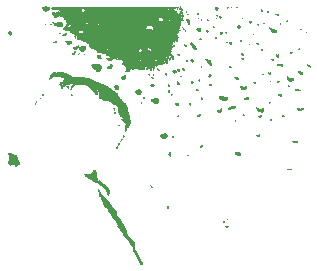
<source format=gbr>
G04 #@! TF.FileFunction,Legend,Bot*
%FSLAX46Y46*%
G04 Gerber Fmt 4.6, Leading zero omitted, Abs format (unit mm)*
G04 Created by KiCad (PCBNEW 4.0.7-e2-6376~58~ubuntu16.04.1) date Thu Feb 15 21:41:34 2018*
%MOMM*%
%LPD*%
G01*
G04 APERTURE LIST*
%ADD10C,0.100000*%
%ADD11C,0.010000*%
G04 APERTURE END LIST*
D10*
D11*
G36*
X118035684Y-88418170D02*
X118021988Y-88480414D01*
X118037271Y-88554328D01*
X118040286Y-88560829D01*
X118083125Y-88667367D01*
X118109369Y-88768851D01*
X118111883Y-88788875D01*
X118133515Y-88836042D01*
X118161956Y-88873035D01*
X118191208Y-88919747D01*
X118170141Y-88949701D01*
X118156875Y-88974979D01*
X118199822Y-88999455D01*
X118253925Y-89036674D01*
X118268750Y-89069972D01*
X118284739Y-89137411D01*
X118322207Y-89214867D01*
X118365410Y-89272239D01*
X118379875Y-89282430D01*
X118399509Y-89320748D01*
X118403047Y-89393333D01*
X118402823Y-89395978D01*
X118418177Y-89488638D01*
X118471455Y-89609134D01*
X118553847Y-89742310D01*
X118656541Y-89873011D01*
X118717697Y-89937579D01*
X118794682Y-90023360D01*
X118858426Y-90111474D01*
X118870147Y-90131742D01*
X118964762Y-90307057D01*
X119038289Y-90435684D01*
X119097204Y-90528143D01*
X119147983Y-90594950D01*
X119171423Y-90621051D01*
X119225623Y-90688031D01*
X119253534Y-90741762D01*
X119254469Y-90748051D01*
X119278542Y-90794805D01*
X119334652Y-90850941D01*
X119336779Y-90852625D01*
X119452544Y-90952771D01*
X119516146Y-91032057D01*
X119532703Y-91097031D01*
X119532061Y-91102395D01*
X119548936Y-91162028D01*
X119604378Y-91244569D01*
X119685924Y-91335134D01*
X119781112Y-91418838D01*
X119821204Y-91447728D01*
X119903875Y-91503081D01*
X119802562Y-91503290D01*
X119720847Y-91513537D01*
X119683152Y-91537651D01*
X119696137Y-91566321D01*
X119743827Y-91585386D01*
X119803912Y-91611321D01*
X119824500Y-91638087D01*
X119841840Y-91679577D01*
X119886788Y-91753917D01*
X119935625Y-91825219D01*
X119994892Y-91911762D01*
X120035206Y-91978378D01*
X120046750Y-92005997D01*
X120065448Y-92055098D01*
X120115162Y-92139847D01*
X120186327Y-92247053D01*
X120269377Y-92363527D01*
X120354745Y-92476078D01*
X120432864Y-92571515D01*
X120494169Y-92636647D01*
X120517278Y-92654787D01*
X120602479Y-92733830D01*
X120634202Y-92805600D01*
X120661901Y-92872231D01*
X120699584Y-92900492D01*
X120700148Y-92900500D01*
X120735472Y-92928706D01*
X120745250Y-92988679D01*
X120765414Y-93058200D01*
X120814988Y-93133349D01*
X120877597Y-93195810D01*
X120936864Y-93227269D01*
X120957876Y-93226499D01*
X120975871Y-93248899D01*
X120988563Y-93317323D01*
X120991972Y-93373984D01*
X121005774Y-93480782D01*
X121038323Y-93600046D01*
X121082833Y-93715734D01*
X121132522Y-93811802D01*
X121180608Y-93872208D01*
X121207931Y-93884750D01*
X121245433Y-93910994D01*
X121253250Y-93944362D01*
X121276267Y-94015128D01*
X121299040Y-94041976D01*
X121334525Y-94099123D01*
X121354603Y-94180801D01*
X121373577Y-94253873D01*
X121406456Y-94272889D01*
X121434476Y-94285522D01*
X121428347Y-94327765D01*
X121434620Y-94401945D01*
X121487354Y-94476787D01*
X121547538Y-94558147D01*
X121585843Y-94639384D01*
X121587043Y-94643843D01*
X121632199Y-94735338D01*
X121706146Y-94772605D01*
X121717714Y-94773263D01*
X121736755Y-94754008D01*
X121733934Y-94689409D01*
X121721924Y-94625454D01*
X121681549Y-94503928D01*
X121619442Y-94381858D01*
X121598773Y-94350815D01*
X121544947Y-94267674D01*
X121512046Y-94199822D01*
X121507250Y-94178572D01*
X121492376Y-94121612D01*
X121456722Y-94043210D01*
X121413746Y-93968973D01*
X121376901Y-93924505D01*
X121372313Y-93921791D01*
X121348711Y-93885510D01*
X121348500Y-93881473D01*
X121332580Y-93839375D01*
X121291999Y-93765165D01*
X121262633Y-93717431D01*
X121173837Y-93572108D01*
X121116899Y-93458332D01*
X121084984Y-93357302D01*
X121071256Y-93250216D01*
X121069021Y-93184870D01*
X121062459Y-93018797D01*
X121043522Y-92897212D01*
X121005057Y-92801318D01*
X120939910Y-92712320D01*
X120856480Y-92626373D01*
X120770365Y-92545398D01*
X120699970Y-92483454D01*
X120659195Y-92452712D01*
X120657087Y-92451748D01*
X120629211Y-92419588D01*
X120584705Y-92347417D01*
X120532949Y-92253152D01*
X120483322Y-92154711D01*
X120445203Y-92070012D01*
X120427970Y-92016974D01*
X120427750Y-92013616D01*
X120415073Y-91971737D01*
X120381431Y-91888660D01*
X120333407Y-91780401D01*
X120319690Y-91750773D01*
X120265733Y-91632146D01*
X120221075Y-91528350D01*
X120193989Y-91458739D01*
X120191485Y-91450883D01*
X120160664Y-91387670D01*
X120103654Y-91300315D01*
X120061729Y-91244508D01*
X120001004Y-91162695D01*
X119961065Y-91098488D01*
X119951809Y-91073995D01*
X119932980Y-91036398D01*
X119882687Y-90962375D01*
X119809784Y-90864554D01*
X119763428Y-90805394D01*
X119655642Y-90663011D01*
X119589297Y-90555520D01*
X119560294Y-90473563D01*
X119564533Y-90407781D01*
X119576938Y-90379620D01*
X119585228Y-90324158D01*
X119546496Y-90258205D01*
X119479557Y-90192291D01*
X119203240Y-89909016D01*
X118967250Y-89583279D01*
X118859056Y-89424198D01*
X118739043Y-89270042D01*
X118617226Y-89131818D01*
X118503617Y-89020537D01*
X118408230Y-88947208D01*
X118371938Y-88928754D01*
X118316586Y-88889638D01*
X118300500Y-88852730D01*
X118281782Y-88779123D01*
X118238169Y-88695666D01*
X118189653Y-88639392D01*
X118157159Y-88589516D01*
X118154528Y-88575892D01*
X118137803Y-88495786D01*
X118108539Y-88426616D01*
X118077392Y-88392583D01*
X118073551Y-88392000D01*
X118035684Y-88418170D01*
X118035684Y-88418170D01*
G37*
X118035684Y-88418170D02*
X118021988Y-88480414D01*
X118037271Y-88554328D01*
X118040286Y-88560829D01*
X118083125Y-88667367D01*
X118109369Y-88768851D01*
X118111883Y-88788875D01*
X118133515Y-88836042D01*
X118161956Y-88873035D01*
X118191208Y-88919747D01*
X118170141Y-88949701D01*
X118156875Y-88974979D01*
X118199822Y-88999455D01*
X118253925Y-89036674D01*
X118268750Y-89069972D01*
X118284739Y-89137411D01*
X118322207Y-89214867D01*
X118365410Y-89272239D01*
X118379875Y-89282430D01*
X118399509Y-89320748D01*
X118403047Y-89393333D01*
X118402823Y-89395978D01*
X118418177Y-89488638D01*
X118471455Y-89609134D01*
X118553847Y-89742310D01*
X118656541Y-89873011D01*
X118717697Y-89937579D01*
X118794682Y-90023360D01*
X118858426Y-90111474D01*
X118870147Y-90131742D01*
X118964762Y-90307057D01*
X119038289Y-90435684D01*
X119097204Y-90528143D01*
X119147983Y-90594950D01*
X119171423Y-90621051D01*
X119225623Y-90688031D01*
X119253534Y-90741762D01*
X119254469Y-90748051D01*
X119278542Y-90794805D01*
X119334652Y-90850941D01*
X119336779Y-90852625D01*
X119452544Y-90952771D01*
X119516146Y-91032057D01*
X119532703Y-91097031D01*
X119532061Y-91102395D01*
X119548936Y-91162028D01*
X119604378Y-91244569D01*
X119685924Y-91335134D01*
X119781112Y-91418838D01*
X119821204Y-91447728D01*
X119903875Y-91503081D01*
X119802562Y-91503290D01*
X119720847Y-91513537D01*
X119683152Y-91537651D01*
X119696137Y-91566321D01*
X119743827Y-91585386D01*
X119803912Y-91611321D01*
X119824500Y-91638087D01*
X119841840Y-91679577D01*
X119886788Y-91753917D01*
X119935625Y-91825219D01*
X119994892Y-91911762D01*
X120035206Y-91978378D01*
X120046750Y-92005997D01*
X120065448Y-92055098D01*
X120115162Y-92139847D01*
X120186327Y-92247053D01*
X120269377Y-92363527D01*
X120354745Y-92476078D01*
X120432864Y-92571515D01*
X120494169Y-92636647D01*
X120517278Y-92654787D01*
X120602479Y-92733830D01*
X120634202Y-92805600D01*
X120661901Y-92872231D01*
X120699584Y-92900492D01*
X120700148Y-92900500D01*
X120735472Y-92928706D01*
X120745250Y-92988679D01*
X120765414Y-93058200D01*
X120814988Y-93133349D01*
X120877597Y-93195810D01*
X120936864Y-93227269D01*
X120957876Y-93226499D01*
X120975871Y-93248899D01*
X120988563Y-93317323D01*
X120991972Y-93373984D01*
X121005774Y-93480782D01*
X121038323Y-93600046D01*
X121082833Y-93715734D01*
X121132522Y-93811802D01*
X121180608Y-93872208D01*
X121207931Y-93884750D01*
X121245433Y-93910994D01*
X121253250Y-93944362D01*
X121276267Y-94015128D01*
X121299040Y-94041976D01*
X121334525Y-94099123D01*
X121354603Y-94180801D01*
X121373577Y-94253873D01*
X121406456Y-94272889D01*
X121434476Y-94285522D01*
X121428347Y-94327765D01*
X121434620Y-94401945D01*
X121487354Y-94476787D01*
X121547538Y-94558147D01*
X121585843Y-94639384D01*
X121587043Y-94643843D01*
X121632199Y-94735338D01*
X121706146Y-94772605D01*
X121717714Y-94773263D01*
X121736755Y-94754008D01*
X121733934Y-94689409D01*
X121721924Y-94625454D01*
X121681549Y-94503928D01*
X121619442Y-94381858D01*
X121598773Y-94350815D01*
X121544947Y-94267674D01*
X121512046Y-94199822D01*
X121507250Y-94178572D01*
X121492376Y-94121612D01*
X121456722Y-94043210D01*
X121413746Y-93968973D01*
X121376901Y-93924505D01*
X121372313Y-93921791D01*
X121348711Y-93885510D01*
X121348500Y-93881473D01*
X121332580Y-93839375D01*
X121291999Y-93765165D01*
X121262633Y-93717431D01*
X121173837Y-93572108D01*
X121116899Y-93458332D01*
X121084984Y-93357302D01*
X121071256Y-93250216D01*
X121069021Y-93184870D01*
X121062459Y-93018797D01*
X121043522Y-92897212D01*
X121005057Y-92801318D01*
X120939910Y-92712320D01*
X120856480Y-92626373D01*
X120770365Y-92545398D01*
X120699970Y-92483454D01*
X120659195Y-92452712D01*
X120657087Y-92451748D01*
X120629211Y-92419588D01*
X120584705Y-92347417D01*
X120532949Y-92253152D01*
X120483322Y-92154711D01*
X120445203Y-92070012D01*
X120427970Y-92016974D01*
X120427750Y-92013616D01*
X120415073Y-91971737D01*
X120381431Y-91888660D01*
X120333407Y-91780401D01*
X120319690Y-91750773D01*
X120265733Y-91632146D01*
X120221075Y-91528350D01*
X120193989Y-91458739D01*
X120191485Y-91450883D01*
X120160664Y-91387670D01*
X120103654Y-91300315D01*
X120061729Y-91244508D01*
X120001004Y-91162695D01*
X119961065Y-91098488D01*
X119951809Y-91073995D01*
X119932980Y-91036398D01*
X119882687Y-90962375D01*
X119809784Y-90864554D01*
X119763428Y-90805394D01*
X119655642Y-90663011D01*
X119589297Y-90555520D01*
X119560294Y-90473563D01*
X119564533Y-90407781D01*
X119576938Y-90379620D01*
X119585228Y-90324158D01*
X119546496Y-90258205D01*
X119479557Y-90192291D01*
X119203240Y-89909016D01*
X118967250Y-89583279D01*
X118859056Y-89424198D01*
X118739043Y-89270042D01*
X118617226Y-89131818D01*
X118503617Y-89020537D01*
X118408230Y-88947208D01*
X118371938Y-88928754D01*
X118316586Y-88889638D01*
X118300500Y-88852730D01*
X118281782Y-88779123D01*
X118238169Y-88695666D01*
X118189653Y-88639392D01*
X118157159Y-88589516D01*
X118154528Y-88575892D01*
X118137803Y-88495786D01*
X118108539Y-88426616D01*
X118077392Y-88392583D01*
X118073551Y-88392000D01*
X118035684Y-88418170D01*
G36*
X128942742Y-91491898D02*
X128856800Y-91516575D01*
X128824236Y-91541318D01*
X128835559Y-91575126D01*
X128843846Y-91585701D01*
X128884484Y-91623295D01*
X128927292Y-91621428D01*
X128993717Y-91580702D01*
X129043386Y-91529176D01*
X129035853Y-91494050D01*
X128977138Y-91485814D01*
X128942742Y-91491898D01*
X128942742Y-91491898D01*
G37*
X128942742Y-91491898D02*
X128856800Y-91516575D01*
X128824236Y-91541318D01*
X128835559Y-91575126D01*
X128843846Y-91585701D01*
X128884484Y-91623295D01*
X128927292Y-91621428D01*
X128993717Y-91580702D01*
X129043386Y-91529176D01*
X129035853Y-91494050D01*
X128977138Y-91485814D01*
X128942742Y-91491898D01*
G36*
X128594972Y-91064964D02*
X128592899Y-91096383D01*
X128606772Y-91135778D01*
X128640970Y-91181937D01*
X128672440Y-91170662D01*
X128682750Y-91122500D01*
X128662898Y-91070785D01*
X128635125Y-91059000D01*
X128594972Y-91064964D01*
X128594972Y-91064964D01*
G37*
X128594972Y-91064964D02*
X128592899Y-91096383D01*
X128606772Y-91135778D01*
X128640970Y-91181937D01*
X128672440Y-91170662D01*
X128682750Y-91122500D01*
X128662898Y-91070785D01*
X128635125Y-91059000D01*
X128594972Y-91064964D01*
G36*
X128936750Y-90916125D02*
X128952625Y-90932000D01*
X128968500Y-90916125D01*
X128952625Y-90900250D01*
X128936750Y-90916125D01*
X128936750Y-90916125D01*
G37*
X128936750Y-90916125D02*
X128952625Y-90932000D01*
X128968500Y-90916125D01*
X128952625Y-90900250D01*
X128936750Y-90916125D01*
G36*
X123876022Y-89902721D02*
X123858885Y-89959084D01*
X123875344Y-89977849D01*
X123904375Y-89979500D01*
X123943161Y-89953030D01*
X123952000Y-89916000D01*
X123936552Y-89861164D01*
X123903005Y-89861076D01*
X123876022Y-89902721D01*
X123876022Y-89902721D01*
G37*
X123876022Y-89902721D02*
X123858885Y-89959084D01*
X123875344Y-89977849D01*
X123904375Y-89979500D01*
X123943161Y-89953030D01*
X123952000Y-89916000D01*
X123936552Y-89861164D01*
X123903005Y-89861076D01*
X123876022Y-89902721D01*
G36*
X117634657Y-86823860D02*
X117637507Y-86911296D01*
X117618854Y-86946527D01*
X117586393Y-86943084D01*
X117536537Y-86951823D01*
X117518796Y-86977655D01*
X117482781Y-87014770D01*
X117457462Y-87014629D01*
X117418229Y-87029840D01*
X117382822Y-87095086D01*
X117356861Y-87158037D01*
X117332217Y-87168384D01*
X117296920Y-87138955D01*
X117236887Y-87104976D01*
X117195633Y-87105374D01*
X117143626Y-87107524D01*
X117128289Y-87096307D01*
X117087836Y-87083862D01*
X117024461Y-87101852D01*
X116962142Y-87138000D01*
X116924853Y-87180025D01*
X116923664Y-87201102D01*
X116963581Y-87243469D01*
X116986272Y-87249000D01*
X117026290Y-87267721D01*
X117030500Y-87281535D01*
X117056783Y-87315661D01*
X117109875Y-87344250D01*
X117168753Y-87377408D01*
X117189250Y-87406964D01*
X117214680Y-87436445D01*
X117233228Y-87439500D01*
X117278709Y-87458411D01*
X117355679Y-87507991D01*
X117447482Y-87577509D01*
X117447541Y-87577557D01*
X117566310Y-87660445D01*
X117698576Y-87733012D01*
X117790190Y-87770542D01*
X117917591Y-87823978D01*
X118044409Y-87896926D01*
X118094263Y-87933436D01*
X118194096Y-88006526D01*
X118296320Y-88068207D01*
X118336698Y-88087646D01*
X118482244Y-88179305D01*
X118616145Y-88322030D01*
X118729463Y-88503446D01*
X118813261Y-88711174D01*
X118829703Y-88770314D01*
X118850236Y-88839989D01*
X118871224Y-88856593D01*
X118906567Y-88829114D01*
X118912106Y-88823608D01*
X118952763Y-88743373D01*
X118963506Y-88626794D01*
X118943664Y-88493895D01*
X118925148Y-88435615D01*
X118881762Y-88355087D01*
X118809270Y-88254123D01*
X118720308Y-88146959D01*
X118627512Y-88047827D01*
X118543520Y-87970961D01*
X118480967Y-87930597D01*
X118475227Y-87928813D01*
X118415464Y-87897165D01*
X118333585Y-87833500D01*
X118266765Y-87770851D01*
X118177862Y-87689188D01*
X118123006Y-87660239D01*
X118105999Y-87668224D01*
X118070808Y-87689797D01*
X118005599Y-87670590D01*
X117954178Y-87623386D01*
X117915816Y-87531244D01*
X117889044Y-87388493D01*
X117872392Y-87189459D01*
X117870421Y-87148707D01*
X117857520Y-87043076D01*
X117831761Y-86938865D01*
X117799277Y-86854460D01*
X117766203Y-86808248D01*
X117755597Y-86804500D01*
X117710509Y-86794309D01*
X117681222Y-86784172D01*
X117640306Y-86783108D01*
X117634657Y-86823860D01*
X117634657Y-86823860D01*
G37*
X117634657Y-86823860D02*
X117637507Y-86911296D01*
X117618854Y-86946527D01*
X117586393Y-86943084D01*
X117536537Y-86951823D01*
X117518796Y-86977655D01*
X117482781Y-87014770D01*
X117457462Y-87014629D01*
X117418229Y-87029840D01*
X117382822Y-87095086D01*
X117356861Y-87158037D01*
X117332217Y-87168384D01*
X117296920Y-87138955D01*
X117236887Y-87104976D01*
X117195633Y-87105374D01*
X117143626Y-87107524D01*
X117128289Y-87096307D01*
X117087836Y-87083862D01*
X117024461Y-87101852D01*
X116962142Y-87138000D01*
X116924853Y-87180025D01*
X116923664Y-87201102D01*
X116963581Y-87243469D01*
X116986272Y-87249000D01*
X117026290Y-87267721D01*
X117030500Y-87281535D01*
X117056783Y-87315661D01*
X117109875Y-87344250D01*
X117168753Y-87377408D01*
X117189250Y-87406964D01*
X117214680Y-87436445D01*
X117233228Y-87439500D01*
X117278709Y-87458411D01*
X117355679Y-87507991D01*
X117447482Y-87577509D01*
X117447541Y-87577557D01*
X117566310Y-87660445D01*
X117698576Y-87733012D01*
X117790190Y-87770542D01*
X117917591Y-87823978D01*
X118044409Y-87896926D01*
X118094263Y-87933436D01*
X118194096Y-88006526D01*
X118296320Y-88068207D01*
X118336698Y-88087646D01*
X118482244Y-88179305D01*
X118616145Y-88322030D01*
X118729463Y-88503446D01*
X118813261Y-88711174D01*
X118829703Y-88770314D01*
X118850236Y-88839989D01*
X118871224Y-88856593D01*
X118906567Y-88829114D01*
X118912106Y-88823608D01*
X118952763Y-88743373D01*
X118963506Y-88626794D01*
X118943664Y-88493895D01*
X118925148Y-88435615D01*
X118881762Y-88355087D01*
X118809270Y-88254123D01*
X118720308Y-88146959D01*
X118627512Y-88047827D01*
X118543520Y-87970961D01*
X118480967Y-87930597D01*
X118475227Y-87928813D01*
X118415464Y-87897165D01*
X118333585Y-87833500D01*
X118266765Y-87770851D01*
X118177862Y-87689188D01*
X118123006Y-87660239D01*
X118105999Y-87668224D01*
X118070808Y-87689797D01*
X118005599Y-87670590D01*
X117954178Y-87623386D01*
X117915816Y-87531244D01*
X117889044Y-87388493D01*
X117872392Y-87189459D01*
X117870421Y-87148707D01*
X117857520Y-87043076D01*
X117831761Y-86938865D01*
X117799277Y-86854460D01*
X117766203Y-86808248D01*
X117755597Y-86804500D01*
X117710509Y-86794309D01*
X117681222Y-86784172D01*
X117640306Y-86783108D01*
X117634657Y-86823860D01*
G36*
X122495715Y-88152620D02*
X122497454Y-88171734D01*
X122537652Y-88219851D01*
X122553016Y-88227296D01*
X122582536Y-88218629D01*
X122580797Y-88199515D01*
X122540599Y-88151398D01*
X122525235Y-88143953D01*
X122495715Y-88152620D01*
X122495715Y-88152620D01*
G37*
X122495715Y-88152620D02*
X122497454Y-88171734D01*
X122537652Y-88219851D01*
X122553016Y-88227296D01*
X122582536Y-88218629D01*
X122580797Y-88199515D01*
X122540599Y-88151398D01*
X122525235Y-88143953D01*
X122495715Y-88152620D01*
G36*
X122428000Y-88058625D02*
X122443875Y-88074500D01*
X122459750Y-88058625D01*
X122443875Y-88042750D01*
X122428000Y-88058625D01*
X122428000Y-88058625D01*
G37*
X122428000Y-88058625D02*
X122443875Y-88074500D01*
X122459750Y-88058625D01*
X122443875Y-88042750D01*
X122428000Y-88058625D01*
G36*
X116840000Y-87137875D02*
X116855875Y-87153750D01*
X116871750Y-87137875D01*
X116855875Y-87122000D01*
X116840000Y-87137875D01*
X116840000Y-87137875D01*
G37*
X116840000Y-87137875D02*
X116855875Y-87153750D01*
X116871750Y-87137875D01*
X116855875Y-87122000D01*
X116840000Y-87137875D01*
G36*
X117570250Y-86852125D02*
X117586125Y-86868000D01*
X117602000Y-86852125D01*
X117586125Y-86836250D01*
X117570250Y-86852125D01*
X117570250Y-86852125D01*
G37*
X117570250Y-86852125D02*
X117586125Y-86868000D01*
X117602000Y-86852125D01*
X117586125Y-86836250D01*
X117570250Y-86852125D01*
G36*
X134085643Y-86654274D02*
X134049490Y-86672765D01*
X134048500Y-86677500D01*
X134077117Y-86694850D01*
X134150626Y-86705390D01*
X134215188Y-86707018D01*
X134306723Y-86703089D01*
X134339556Y-86693691D01*
X134318375Y-86677500D01*
X134242508Y-86656642D01*
X134157456Y-86648900D01*
X134085643Y-86654274D01*
X134085643Y-86654274D01*
G37*
X134085643Y-86654274D02*
X134049490Y-86672765D01*
X134048500Y-86677500D01*
X134077117Y-86694850D01*
X134150626Y-86705390D01*
X134215188Y-86707018D01*
X134306723Y-86703089D01*
X134339556Y-86693691D01*
X134318375Y-86677500D01*
X134242508Y-86656642D01*
X134157456Y-86648900D01*
X134085643Y-86654274D01*
G36*
X110444935Y-85329757D02*
X110403584Y-85367777D01*
X110411535Y-85403162D01*
X110436998Y-85433307D01*
X110479025Y-85506217D01*
X110490000Y-85559318D01*
X110503329Y-85641835D01*
X110524321Y-85702088D01*
X110540465Y-85765287D01*
X110523354Y-85834664D01*
X110492571Y-85895047D01*
X110435496Y-86038210D01*
X110437744Y-86159203D01*
X110499331Y-86258544D01*
X110502880Y-86261935D01*
X110565576Y-86308983D01*
X110617728Y-86310810D01*
X110643668Y-86299220D01*
X110769282Y-86265373D01*
X110896656Y-86287806D01*
X110985126Y-86344125D01*
X111041506Y-86395189D01*
X111072374Y-86420864D01*
X111074074Y-86421631D01*
X111099965Y-86404865D01*
X111161805Y-86364509D01*
X111199661Y-86339754D01*
X111277154Y-86280830D01*
X111306973Y-86231117D01*
X111304634Y-86190810D01*
X111253220Y-85990446D01*
X111212480Y-85843159D01*
X111179464Y-85740003D01*
X111151224Y-85672035D01*
X111124811Y-85630309D01*
X111117063Y-85621831D01*
X111074271Y-85569359D01*
X111061500Y-85539691D01*
X111034497Y-85508731D01*
X110965607Y-85465756D01*
X110873015Y-85419345D01*
X110774902Y-85378076D01*
X110689450Y-85350527D01*
X110646707Y-85344000D01*
X110573537Y-85333164D01*
X110536038Y-85314387D01*
X110487478Y-85307140D01*
X110444935Y-85329757D01*
X110444935Y-85329757D01*
G37*
X110444935Y-85329757D02*
X110403584Y-85367777D01*
X110411535Y-85403162D01*
X110436998Y-85433307D01*
X110479025Y-85506217D01*
X110490000Y-85559318D01*
X110503329Y-85641835D01*
X110524321Y-85702088D01*
X110540465Y-85765287D01*
X110523354Y-85834664D01*
X110492571Y-85895047D01*
X110435496Y-86038210D01*
X110437744Y-86159203D01*
X110499331Y-86258544D01*
X110502880Y-86261935D01*
X110565576Y-86308983D01*
X110617728Y-86310810D01*
X110643668Y-86299220D01*
X110769282Y-86265373D01*
X110896656Y-86287806D01*
X110985126Y-86344125D01*
X111041506Y-86395189D01*
X111072374Y-86420864D01*
X111074074Y-86421631D01*
X111099965Y-86404865D01*
X111161805Y-86364509D01*
X111199661Y-86339754D01*
X111277154Y-86280830D01*
X111306973Y-86231117D01*
X111304634Y-86190810D01*
X111253220Y-85990446D01*
X111212480Y-85843159D01*
X111179464Y-85740003D01*
X111151224Y-85672035D01*
X111124811Y-85630309D01*
X111117063Y-85621831D01*
X111074271Y-85569359D01*
X111061500Y-85539691D01*
X111034497Y-85508731D01*
X110965607Y-85465756D01*
X110873015Y-85419345D01*
X110774902Y-85378076D01*
X110689450Y-85350527D01*
X110646707Y-85344000D01*
X110573537Y-85333164D01*
X110536038Y-85314387D01*
X110487478Y-85307140D01*
X110444935Y-85329757D01*
G36*
X124020950Y-85314169D02*
X123964757Y-85386631D01*
X123971634Y-85459137D01*
X124038765Y-85526277D01*
X124091307Y-85554385D01*
X124120555Y-85537248D01*
X124141952Y-85488316D01*
X124170910Y-85386765D01*
X124162538Y-85320687D01*
X124134563Y-85287140D01*
X124085728Y-85276095D01*
X124020950Y-85314169D01*
X124020950Y-85314169D01*
G37*
X124020950Y-85314169D02*
X123964757Y-85386631D01*
X123971634Y-85459137D01*
X124038765Y-85526277D01*
X124091307Y-85554385D01*
X124120555Y-85537248D01*
X124141952Y-85488316D01*
X124170910Y-85386765D01*
X124162538Y-85320687D01*
X124134563Y-85287140D01*
X124085728Y-85276095D01*
X124020950Y-85314169D01*
G36*
X125613584Y-85481583D02*
X125609784Y-85519263D01*
X125613584Y-85523916D01*
X125632459Y-85519558D01*
X125634750Y-85502750D01*
X125623134Y-85476616D01*
X125613584Y-85481583D01*
X125613584Y-85481583D01*
G37*
X125613584Y-85481583D02*
X125609784Y-85519263D01*
X125613584Y-85523916D01*
X125632459Y-85519558D01*
X125634750Y-85502750D01*
X125623134Y-85476616D01*
X125613584Y-85481583D01*
G36*
X129603955Y-85294328D02*
X129603500Y-85309378D01*
X129628322Y-85374171D01*
X129677001Y-85422445D01*
X129750295Y-85455275D01*
X129847741Y-85480919D01*
X129946811Y-85495680D01*
X130024974Y-85495863D01*
X130055938Y-85484614D01*
X130073536Y-85437642D01*
X130079750Y-85371751D01*
X130076202Y-85320276D01*
X130054916Y-85294497D01*
X129999927Y-85286317D01*
X129913063Y-85287193D01*
X129802446Y-85285170D01*
X129708081Y-85275413D01*
X129674938Y-85267885D01*
X129620830Y-85259928D01*
X129603955Y-85294328D01*
X129603955Y-85294328D01*
G37*
X129603955Y-85294328D02*
X129603500Y-85309378D01*
X129628322Y-85374171D01*
X129677001Y-85422445D01*
X129750295Y-85455275D01*
X129847741Y-85480919D01*
X129946811Y-85495680D01*
X130024974Y-85495863D01*
X130055938Y-85484614D01*
X130073536Y-85437642D01*
X130079750Y-85371751D01*
X130076202Y-85320276D01*
X130054916Y-85294497D01*
X129999927Y-85286317D01*
X129913063Y-85287193D01*
X129802446Y-85285170D01*
X129708081Y-85275413D01*
X129674938Y-85267885D01*
X129620830Y-85259928D01*
X129603955Y-85294328D01*
G36*
X119611549Y-84781344D02*
X119577200Y-84834784D01*
X119591458Y-84869657D01*
X119626107Y-84881832D01*
X119645660Y-84851412D01*
X119665176Y-84779014D01*
X119652933Y-84754008D01*
X119611549Y-84781344D01*
X119611549Y-84781344D01*
G37*
X119611549Y-84781344D02*
X119577200Y-84834784D01*
X119591458Y-84869657D01*
X119626107Y-84881832D01*
X119645660Y-84851412D01*
X119665176Y-84779014D01*
X119652933Y-84754008D01*
X119611549Y-84781344D01*
G36*
X126737379Y-84638447D02*
X126720388Y-84647563D01*
X126652289Y-84702876D01*
X126639524Y-84753966D01*
X126682042Y-84789840D01*
X126721081Y-84798314D01*
X126788469Y-84793759D01*
X126821666Y-84747756D01*
X126828081Y-84725398D01*
X126836137Y-84645998D01*
X126806437Y-84617400D01*
X126737379Y-84638447D01*
X126737379Y-84638447D01*
G37*
X126737379Y-84638447D02*
X126720388Y-84647563D01*
X126652289Y-84702876D01*
X126639524Y-84753966D01*
X126682042Y-84789840D01*
X126721081Y-84798314D01*
X126788469Y-84793759D01*
X126821666Y-84747756D01*
X126828081Y-84725398D01*
X126836137Y-84645998D01*
X126806437Y-84617400D01*
X126737379Y-84638447D01*
G36*
X119757866Y-84572479D02*
X119730706Y-84611030D01*
X119707404Y-84666446D01*
X119720861Y-84670803D01*
X119761637Y-84628857D01*
X119786886Y-84581671D01*
X119783972Y-84562638D01*
X119757866Y-84572479D01*
X119757866Y-84572479D01*
G37*
X119757866Y-84572479D02*
X119730706Y-84611030D01*
X119707404Y-84666446D01*
X119720861Y-84670803D01*
X119761637Y-84628857D01*
X119786886Y-84581671D01*
X119783972Y-84562638D01*
X119757866Y-84572479D01*
G36*
X119761000Y-84470875D02*
X119776875Y-84486750D01*
X119792750Y-84470875D01*
X119776875Y-84455000D01*
X119761000Y-84470875D01*
X119761000Y-84470875D01*
G37*
X119761000Y-84470875D02*
X119776875Y-84486750D01*
X119792750Y-84470875D01*
X119776875Y-84455000D01*
X119761000Y-84470875D01*
G36*
X134466237Y-84312677D02*
X134483572Y-84332452D01*
X134540312Y-84367133D01*
X134551973Y-84373283D01*
X134648491Y-84408102D01*
X134749335Y-84421786D01*
X134833966Y-84413933D01*
X134881848Y-84384143D01*
X134883894Y-84379764D01*
X134877695Y-84354310D01*
X134829684Y-84336297D01*
X134730444Y-84322799D01*
X134688853Y-84319158D01*
X134580379Y-84311976D01*
X134500322Y-84309666D01*
X134466237Y-84312677D01*
X134466237Y-84312677D01*
G37*
X134466237Y-84312677D02*
X134483572Y-84332452D01*
X134540312Y-84367133D01*
X134551973Y-84373283D01*
X134648491Y-84408102D01*
X134749335Y-84421786D01*
X134833966Y-84413933D01*
X134881848Y-84384143D01*
X134883894Y-84379764D01*
X134877695Y-84354310D01*
X134829684Y-84336297D01*
X134730444Y-84322799D01*
X134688853Y-84319158D01*
X134580379Y-84311976D01*
X134500322Y-84309666D01*
X134466237Y-84312677D01*
G36*
X119888000Y-84312125D02*
X119903875Y-84328000D01*
X119919750Y-84312125D01*
X119903875Y-84296250D01*
X119888000Y-84312125D01*
X119888000Y-84312125D01*
G37*
X119888000Y-84312125D02*
X119903875Y-84328000D01*
X119919750Y-84312125D01*
X119903875Y-84296250D01*
X119888000Y-84312125D01*
G36*
X119973874Y-84160579D02*
X119967375Y-84169250D01*
X119974573Y-84196431D01*
X119997252Y-84201000D01*
X120040693Y-84184423D01*
X120046750Y-84169250D01*
X120023963Y-84138408D01*
X120016874Y-84137500D01*
X119973874Y-84160579D01*
X119973874Y-84160579D01*
G37*
X119973874Y-84160579D02*
X119967375Y-84169250D01*
X119974573Y-84196431D01*
X119997252Y-84201000D01*
X120040693Y-84184423D01*
X120046750Y-84169250D01*
X120023963Y-84138408D01*
X120016874Y-84137500D01*
X119973874Y-84160579D01*
G36*
X123549550Y-83691100D02*
X123443535Y-83710043D01*
X123435203Y-83711484D01*
X123329942Y-83746940D01*
X123280593Y-83802224D01*
X123285771Y-83869785D01*
X123344095Y-83942073D01*
X123454180Y-84011536D01*
X123493389Y-84029157D01*
X123634488Y-84069784D01*
X123740409Y-84058521D01*
X123807325Y-84003435D01*
X123848412Y-83903675D01*
X123842999Y-83805793D01*
X123798892Y-83725189D01*
X123723891Y-83677261D01*
X123640370Y-83673970D01*
X123549550Y-83691100D01*
X123549550Y-83691100D01*
G37*
X123549550Y-83691100D02*
X123443535Y-83710043D01*
X123435203Y-83711484D01*
X123329942Y-83746940D01*
X123280593Y-83802224D01*
X123285771Y-83869785D01*
X123344095Y-83942073D01*
X123454180Y-84011536D01*
X123493389Y-84029157D01*
X123634488Y-84069784D01*
X123740409Y-84058521D01*
X123807325Y-84003435D01*
X123848412Y-83903675D01*
X123842999Y-83805793D01*
X123798892Y-83725189D01*
X123723891Y-83677261D01*
X123640370Y-83673970D01*
X123549550Y-83691100D01*
G36*
X124285185Y-83899622D02*
X124269500Y-83947000D01*
X124292271Y-84000464D01*
X124329297Y-84010500D01*
X124385167Y-83983683D01*
X124405700Y-83947000D01*
X124405576Y-83898793D01*
X124359904Y-83883776D01*
X124345903Y-83883500D01*
X124285185Y-83899622D01*
X124285185Y-83899622D01*
G37*
X124285185Y-83899622D02*
X124269500Y-83947000D01*
X124292271Y-84000464D01*
X124329297Y-84010500D01*
X124385167Y-83983683D01*
X124405700Y-83947000D01*
X124405576Y-83898793D01*
X124359904Y-83883776D01*
X124345903Y-83883500D01*
X124285185Y-83899622D01*
G36*
X120133641Y-83815982D02*
X120116526Y-83883153D01*
X120116500Y-83883500D01*
X120113847Y-83949460D01*
X120117528Y-83976273D01*
X120117684Y-83976243D01*
X120150283Y-83963922D01*
X120165813Y-83957722D01*
X120195857Y-83920357D01*
X120204491Y-83860484D01*
X120191916Y-83807031D01*
X120164629Y-83788250D01*
X120133641Y-83815982D01*
X120133641Y-83815982D01*
G37*
X120133641Y-83815982D02*
X120116526Y-83883153D01*
X120116500Y-83883500D01*
X120113847Y-83949460D01*
X120117528Y-83976273D01*
X120117684Y-83976243D01*
X120150283Y-83963922D01*
X120165813Y-83957722D01*
X120195857Y-83920357D01*
X120204491Y-83860484D01*
X120191916Y-83807031D01*
X120164629Y-83788250D01*
X120133641Y-83815982D01*
G36*
X131645913Y-83740361D02*
X131588155Y-83775111D01*
X131517562Y-83804723D01*
X131470209Y-83800767D01*
X131447841Y-83792961D01*
X131469442Y-83825738D01*
X131472701Y-83829780D01*
X131534107Y-83870174D01*
X131612174Y-83883807D01*
X131674339Y-83865513D01*
X131677834Y-83862333D01*
X131694528Y-83821102D01*
X131698287Y-83765129D01*
X131688105Y-83727510D01*
X131682008Y-83724750D01*
X131645913Y-83740361D01*
X131645913Y-83740361D01*
G37*
X131645913Y-83740361D02*
X131588155Y-83775111D01*
X131517562Y-83804723D01*
X131470209Y-83800767D01*
X131447841Y-83792961D01*
X131469442Y-83825738D01*
X131472701Y-83829780D01*
X131534107Y-83870174D01*
X131612174Y-83883807D01*
X131674339Y-83865513D01*
X131677834Y-83862333D01*
X131694528Y-83821102D01*
X131698287Y-83765129D01*
X131688105Y-83727510D01*
X131682008Y-83724750D01*
X131645913Y-83740361D01*
G36*
X120336050Y-83262181D02*
X120313044Y-83302908D01*
X120302271Y-83372191D01*
X120304108Y-83444449D01*
X120318933Y-83494097D01*
X120332500Y-83502500D01*
X120356662Y-83475411D01*
X120364250Y-83425770D01*
X120375414Y-83362877D01*
X120394983Y-83338458D01*
X120408531Y-83307673D01*
X120398533Y-83284119D01*
X120357292Y-83257169D01*
X120336050Y-83262181D01*
X120336050Y-83262181D01*
G37*
X120336050Y-83262181D02*
X120313044Y-83302908D01*
X120302271Y-83372191D01*
X120304108Y-83444449D01*
X120318933Y-83494097D01*
X120332500Y-83502500D01*
X120356662Y-83475411D01*
X120364250Y-83425770D01*
X120375414Y-83362877D01*
X120394983Y-83338458D01*
X120408531Y-83307673D01*
X120398533Y-83284119D01*
X120357292Y-83257169D01*
X120336050Y-83262181D01*
G36*
X114724347Y-78488257D02*
X114656269Y-78500681D01*
X114517925Y-78525436D01*
X114429439Y-78531081D01*
X114380288Y-78518161D01*
X114376249Y-78515154D01*
X114302384Y-78490970D01*
X114209431Y-78510122D01*
X114111897Y-78562060D01*
X114024288Y-78636232D01*
X113961109Y-78722090D01*
X113936867Y-78809084D01*
X113939193Y-78833022D01*
X113932678Y-78930117D01*
X113903503Y-78973211D01*
X113866098Y-79025540D01*
X113860887Y-79055759D01*
X113887596Y-79051495D01*
X113947681Y-79012188D01*
X114028257Y-78946295D01*
X114030125Y-78944643D01*
X114121691Y-78867756D01*
X114193285Y-78824775D01*
X114270205Y-78805077D01*
X114377748Y-78798038D01*
X114379375Y-78797986D01*
X114544841Y-78795323D01*
X114669910Y-78801717D01*
X114777399Y-78820179D01*
X114890124Y-78853718D01*
X114942426Y-78872260D01*
X115074764Y-78926258D01*
X115151285Y-78974936D01*
X115178341Y-79025908D01*
X115162284Y-79086789D01*
X115145308Y-79115475D01*
X115099845Y-79193896D01*
X115072215Y-79255937D01*
X115036840Y-79296143D01*
X114956627Y-79311084D01*
X114933171Y-79311500D01*
X114830931Y-79325201D01*
X114776522Y-79372571D01*
X114759111Y-79462312D01*
X114764968Y-79519342D01*
X114791172Y-79526052D01*
X114844870Y-79481936D01*
X114871500Y-79454375D01*
X114942595Y-79399410D01*
X115012580Y-79375067D01*
X115015507Y-79375000D01*
X115065861Y-79386964D01*
X115073153Y-79434719D01*
X115070483Y-79450653D01*
X115072015Y-79516830D01*
X115090761Y-79547777D01*
X115123967Y-79589166D01*
X115106147Y-79622710D01*
X115076002Y-79629000D01*
X115040512Y-79617197D01*
X115041044Y-79605187D01*
X115023511Y-79588007D01*
X114961565Y-79576634D01*
X114947667Y-79575694D01*
X114867271Y-79576866D01*
X114844364Y-79597396D01*
X114873957Y-79645308D01*
X114891757Y-79665591D01*
X114925405Y-79718119D01*
X114909800Y-79763671D01*
X114903745Y-79771279D01*
X114880604Y-79809297D01*
X114907124Y-79819453D01*
X114911841Y-79819500D01*
X114964362Y-79793821D01*
X114978232Y-79771875D01*
X115011024Y-79729822D01*
X115027811Y-79724250D01*
X115070636Y-79702632D01*
X115130827Y-79651521D01*
X115187340Y-79591528D01*
X115219131Y-79543262D01*
X115220750Y-79535279D01*
X115245985Y-79519862D01*
X115282439Y-79524076D01*
X115351938Y-79521440D01*
X115437935Y-79493299D01*
X115445045Y-79489863D01*
X115519156Y-79460592D01*
X115569075Y-79454576D01*
X115572925Y-79456182D01*
X115617064Y-79454517D01*
X115687129Y-79427699D01*
X115691203Y-79425622D01*
X115769784Y-79400297D01*
X115848505Y-79396938D01*
X115904963Y-79414257D01*
X115919250Y-79438735D01*
X115906583Y-79491581D01*
X115875623Y-79563811D01*
X115836931Y-79635745D01*
X115801070Y-79687701D01*
X115778881Y-79700296D01*
X115762814Y-79698419D01*
X115764600Y-79708375D01*
X115757614Y-79757589D01*
X115732923Y-79814281D01*
X115704277Y-79881582D01*
X115712534Y-79900869D01*
X115749260Y-79868591D01*
X115775521Y-79832222D01*
X115887760Y-79677858D01*
X115997249Y-79572258D01*
X116120147Y-79506812D01*
X116272615Y-79472910D01*
X116470418Y-79461944D01*
X116718626Y-79473754D01*
X116920011Y-79516842D01*
X117084481Y-79593957D01*
X117166447Y-79654997D01*
X117249758Y-79730563D01*
X117346460Y-79823918D01*
X117446025Y-79924132D01*
X117537927Y-80020272D01*
X117611640Y-80101407D01*
X117656635Y-80156606D01*
X117665500Y-80173234D01*
X117689574Y-80201685D01*
X117748442Y-80248344D01*
X117822078Y-80299373D01*
X117890454Y-80340936D01*
X117933544Y-80359196D01*
X117934745Y-80359250D01*
X117949667Y-80331546D01*
X117951189Y-80260997D01*
X117940979Y-80166438D01*
X117920707Y-80066710D01*
X117903841Y-80010611D01*
X117874246Y-79904187D01*
X117875418Y-79848278D01*
X117902254Y-79841003D01*
X117949648Y-79880478D01*
X118012497Y-79964824D01*
X118076270Y-80074173D01*
X118106071Y-80143689D01*
X118122388Y-80223889D01*
X118127389Y-80332822D01*
X118123980Y-80471048D01*
X118120629Y-80588770D01*
X118121211Y-80670443D01*
X118125476Y-80705370D01*
X118129368Y-80700562D01*
X118161335Y-80653618D01*
X118183766Y-80645209D01*
X118246830Y-80666437D01*
X118329161Y-80718735D01*
X118407750Y-80785790D01*
X118448111Y-80832625D01*
X118487990Y-80879360D01*
X118527090Y-80879616D01*
X118573060Y-80852535D01*
X118631252Y-80823824D01*
X118696440Y-80819668D01*
X118794359Y-80838659D01*
X118800260Y-80840112D01*
X118891306Y-80865967D01*
X118953391Y-80889750D01*
X118967250Y-80898993D01*
X119007556Y-80922880D01*
X119055867Y-80938841D01*
X119107733Y-80944466D01*
X119114393Y-80914573D01*
X119109354Y-80896568D01*
X119104960Y-80853106D01*
X119140174Y-80855116D01*
X119140746Y-80855334D01*
X119176525Y-80896849D01*
X119173180Y-80932153D01*
X119177695Y-80992490D01*
X119198441Y-81015706D01*
X119246549Y-81066874D01*
X119262907Y-81098926D01*
X119298028Y-81142360D01*
X119324013Y-81147287D01*
X119372279Y-81157731D01*
X119452003Y-81193949D01*
X119507000Y-81224872D01*
X119580346Y-81272573D01*
X119618646Y-81304490D01*
X119618125Y-81312505D01*
X119615493Y-81330146D01*
X119653151Y-81369683D01*
X119738376Y-81459388D01*
X119766921Y-81546232D01*
X119743056Y-81645174D01*
X119736066Y-81660245D01*
X119705771Y-81736820D01*
X119711153Y-81774026D01*
X119722526Y-81780466D01*
X119751073Y-81818136D01*
X119761000Y-81878258D01*
X119785792Y-81963342D01*
X119824500Y-82002881D01*
X119875104Y-82063788D01*
X119888000Y-82116227D01*
X119903286Y-82173454D01*
X119959071Y-82187408D01*
X119959438Y-82187395D01*
X120013535Y-82199473D01*
X120020981Y-82242898D01*
X120038108Y-82298387D01*
X120076544Y-82318038D01*
X120128764Y-82333467D01*
X120142000Y-82339600D01*
X120134234Y-82369641D01*
X120115184Y-82437519D01*
X120111640Y-82449906D01*
X120097233Y-82529645D01*
X120117795Y-82589396D01*
X120160057Y-82640196D01*
X120216545Y-82692428D01*
X120250745Y-82697785D01*
X120266243Y-82680869D01*
X120305929Y-82653537D01*
X120339950Y-82672218D01*
X120344678Y-82722021D01*
X120342362Y-82728846D01*
X120347260Y-82785200D01*
X120366094Y-82805139D01*
X120392443Y-82838469D01*
X120377004Y-82894869D01*
X120371986Y-82905122D01*
X120337129Y-82994912D01*
X120327134Y-83092393D01*
X120328739Y-83145312D01*
X120350696Y-83203903D01*
X120402018Y-83213299D01*
X120474110Y-83175212D01*
X120550096Y-83101227D01*
X120615544Y-83006223D01*
X120643650Y-82945001D01*
X120523000Y-82945001D01*
X120506424Y-82988442D01*
X120491250Y-82994500D01*
X120460409Y-82971712D01*
X120459500Y-82964623D01*
X120482580Y-82921623D01*
X120491250Y-82915125D01*
X120518432Y-82922322D01*
X120523000Y-82945001D01*
X120643650Y-82945001D01*
X120661281Y-82906598D01*
X120669271Y-82876442D01*
X120694542Y-82798421D01*
X120729140Y-82752531D01*
X120733385Y-82750443D01*
X120769892Y-82705728D01*
X120771314Y-82622150D01*
X120739109Y-82512778D01*
X120697388Y-82427951D01*
X120645109Y-82311137D01*
X120635582Y-82222784D01*
X120636713Y-82217617D01*
X120630315Y-82134815D01*
X120593808Y-82041482D01*
X120252805Y-82041482D01*
X120245907Y-82069093D01*
X120223249Y-82073750D01*
X120179706Y-82066387D01*
X120173750Y-82059748D01*
X120197016Y-82030112D01*
X120238879Y-82029452D01*
X120252805Y-82041482D01*
X120593808Y-82041482D01*
X120581710Y-82010553D01*
X120555286Y-81958666D01*
X120487287Y-81806986D01*
X120463866Y-81687273D01*
X120463927Y-81685159D01*
X119874230Y-81685159D01*
X119843021Y-81690243D01*
X119801841Y-81684405D01*
X119801349Y-81673567D01*
X119843843Y-81665988D01*
X119862204Y-81671061D01*
X119874230Y-81685159D01*
X120463927Y-81685159D01*
X120464631Y-81661000D01*
X120456413Y-81503402D01*
X120414092Y-81338202D01*
X120346124Y-81192627D01*
X120299439Y-81129187D01*
X120235769Y-81066008D01*
X120186051Y-81029548D01*
X120174596Y-81026000D01*
X120140209Y-81001346D01*
X120089355Y-80938857D01*
X120063133Y-80899803D01*
X119996510Y-80810273D01*
X119974556Y-80787875D01*
X119062500Y-80787875D01*
X119046625Y-80803750D01*
X119030750Y-80787875D01*
X119046625Y-80772000D01*
X119062500Y-80787875D01*
X119974556Y-80787875D01*
X119925407Y-80737734D01*
X119903984Y-80721526D01*
X119846967Y-80671561D01*
X119824500Y-80628119D01*
X119809132Y-80582661D01*
X119800688Y-80576208D01*
X119763318Y-80540641D01*
X119747727Y-80519873D01*
X118268750Y-80519873D01*
X118244533Y-80548894D01*
X118237000Y-80549750D01*
X118209136Y-80523906D01*
X118205250Y-80500251D01*
X118220643Y-80467388D01*
X118237000Y-80470375D01*
X118267539Y-80510966D01*
X118268750Y-80519873D01*
X119747727Y-80519873D01*
X119710203Y-80469891D01*
X119655450Y-80384822D01*
X119613161Y-80306299D01*
X119604682Y-80286270D01*
X119599160Y-80279875D01*
X118522750Y-80279875D01*
X118506875Y-80295750D01*
X118491000Y-80279875D01*
X118506875Y-80264000D01*
X118522750Y-80279875D01*
X119599160Y-80279875D01*
X119544996Y-80217148D01*
X119447242Y-80173622D01*
X119327229Y-80113472D01*
X119182719Y-79997175D01*
X119117396Y-79934367D01*
X118984545Y-79811866D01*
X118861703Y-79725338D01*
X118723929Y-79657741D01*
X118696010Y-79646423D01*
X118558509Y-79587139D01*
X118419111Y-79519307D01*
X118318982Y-79464003D01*
X118216022Y-79408745D01*
X118120121Y-79369318D01*
X118074745Y-79357877D01*
X117982425Y-79335889D01*
X117850491Y-79291263D01*
X117695696Y-79230597D01*
X117534794Y-79160489D01*
X117384542Y-79087537D01*
X117373065Y-79081556D01*
X117234689Y-79020280D01*
X117136898Y-79002308D01*
X117117840Y-79005039D01*
X117036240Y-79004166D01*
X116956398Y-78978181D01*
X116794980Y-78920460D01*
X116590442Y-78887652D01*
X116358489Y-78880763D01*
X116114830Y-78900798D01*
X116011706Y-78917688D01*
X115948598Y-78915432D01*
X115874420Y-78879986D01*
X115773855Y-78804024D01*
X115773581Y-78803797D01*
X115524697Y-78631346D01*
X115268130Y-78521617D01*
X115001980Y-78474092D01*
X114724347Y-78488257D01*
X114724347Y-78488257D01*
G37*
X114724347Y-78488257D02*
X114656269Y-78500681D01*
X114517925Y-78525436D01*
X114429439Y-78531081D01*
X114380288Y-78518161D01*
X114376249Y-78515154D01*
X114302384Y-78490970D01*
X114209431Y-78510122D01*
X114111897Y-78562060D01*
X114024288Y-78636232D01*
X113961109Y-78722090D01*
X113936867Y-78809084D01*
X113939193Y-78833022D01*
X113932678Y-78930117D01*
X113903503Y-78973211D01*
X113866098Y-79025540D01*
X113860887Y-79055759D01*
X113887596Y-79051495D01*
X113947681Y-79012188D01*
X114028257Y-78946295D01*
X114030125Y-78944643D01*
X114121691Y-78867756D01*
X114193285Y-78824775D01*
X114270205Y-78805077D01*
X114377748Y-78798038D01*
X114379375Y-78797986D01*
X114544841Y-78795323D01*
X114669910Y-78801717D01*
X114777399Y-78820179D01*
X114890124Y-78853718D01*
X114942426Y-78872260D01*
X115074764Y-78926258D01*
X115151285Y-78974936D01*
X115178341Y-79025908D01*
X115162284Y-79086789D01*
X115145308Y-79115475D01*
X115099845Y-79193896D01*
X115072215Y-79255937D01*
X115036840Y-79296143D01*
X114956627Y-79311084D01*
X114933171Y-79311500D01*
X114830931Y-79325201D01*
X114776522Y-79372571D01*
X114759111Y-79462312D01*
X114764968Y-79519342D01*
X114791172Y-79526052D01*
X114844870Y-79481936D01*
X114871500Y-79454375D01*
X114942595Y-79399410D01*
X115012580Y-79375067D01*
X115015507Y-79375000D01*
X115065861Y-79386964D01*
X115073153Y-79434719D01*
X115070483Y-79450653D01*
X115072015Y-79516830D01*
X115090761Y-79547777D01*
X115123967Y-79589166D01*
X115106147Y-79622710D01*
X115076002Y-79629000D01*
X115040512Y-79617197D01*
X115041044Y-79605187D01*
X115023511Y-79588007D01*
X114961565Y-79576634D01*
X114947667Y-79575694D01*
X114867271Y-79576866D01*
X114844364Y-79597396D01*
X114873957Y-79645308D01*
X114891757Y-79665591D01*
X114925405Y-79718119D01*
X114909800Y-79763671D01*
X114903745Y-79771279D01*
X114880604Y-79809297D01*
X114907124Y-79819453D01*
X114911841Y-79819500D01*
X114964362Y-79793821D01*
X114978232Y-79771875D01*
X115011024Y-79729822D01*
X115027811Y-79724250D01*
X115070636Y-79702632D01*
X115130827Y-79651521D01*
X115187340Y-79591528D01*
X115219131Y-79543262D01*
X115220750Y-79535279D01*
X115245985Y-79519862D01*
X115282439Y-79524076D01*
X115351938Y-79521440D01*
X115437935Y-79493299D01*
X115445045Y-79489863D01*
X115519156Y-79460592D01*
X115569075Y-79454576D01*
X115572925Y-79456182D01*
X115617064Y-79454517D01*
X115687129Y-79427699D01*
X115691203Y-79425622D01*
X115769784Y-79400297D01*
X115848505Y-79396938D01*
X115904963Y-79414257D01*
X115919250Y-79438735D01*
X115906583Y-79491581D01*
X115875623Y-79563811D01*
X115836931Y-79635745D01*
X115801070Y-79687701D01*
X115778881Y-79700296D01*
X115762814Y-79698419D01*
X115764600Y-79708375D01*
X115757614Y-79757589D01*
X115732923Y-79814281D01*
X115704277Y-79881582D01*
X115712534Y-79900869D01*
X115749260Y-79868591D01*
X115775521Y-79832222D01*
X115887760Y-79677858D01*
X115997249Y-79572258D01*
X116120147Y-79506812D01*
X116272615Y-79472910D01*
X116470418Y-79461944D01*
X116718626Y-79473754D01*
X116920011Y-79516842D01*
X117084481Y-79593957D01*
X117166447Y-79654997D01*
X117249758Y-79730563D01*
X117346460Y-79823918D01*
X117446025Y-79924132D01*
X117537927Y-80020272D01*
X117611640Y-80101407D01*
X117656635Y-80156606D01*
X117665500Y-80173234D01*
X117689574Y-80201685D01*
X117748442Y-80248344D01*
X117822078Y-80299373D01*
X117890454Y-80340936D01*
X117933544Y-80359196D01*
X117934745Y-80359250D01*
X117949667Y-80331546D01*
X117951189Y-80260997D01*
X117940979Y-80166438D01*
X117920707Y-80066710D01*
X117903841Y-80010611D01*
X117874246Y-79904187D01*
X117875418Y-79848278D01*
X117902254Y-79841003D01*
X117949648Y-79880478D01*
X118012497Y-79964824D01*
X118076270Y-80074173D01*
X118106071Y-80143689D01*
X118122388Y-80223889D01*
X118127389Y-80332822D01*
X118123980Y-80471048D01*
X118120629Y-80588770D01*
X118121211Y-80670443D01*
X118125476Y-80705370D01*
X118129368Y-80700562D01*
X118161335Y-80653618D01*
X118183766Y-80645209D01*
X118246830Y-80666437D01*
X118329161Y-80718735D01*
X118407750Y-80785790D01*
X118448111Y-80832625D01*
X118487990Y-80879360D01*
X118527090Y-80879616D01*
X118573060Y-80852535D01*
X118631252Y-80823824D01*
X118696440Y-80819668D01*
X118794359Y-80838659D01*
X118800260Y-80840112D01*
X118891306Y-80865967D01*
X118953391Y-80889750D01*
X118967250Y-80898993D01*
X119007556Y-80922880D01*
X119055867Y-80938841D01*
X119107733Y-80944466D01*
X119114393Y-80914573D01*
X119109354Y-80896568D01*
X119104960Y-80853106D01*
X119140174Y-80855116D01*
X119140746Y-80855334D01*
X119176525Y-80896849D01*
X119173180Y-80932153D01*
X119177695Y-80992490D01*
X119198441Y-81015706D01*
X119246549Y-81066874D01*
X119262907Y-81098926D01*
X119298028Y-81142360D01*
X119324013Y-81147287D01*
X119372279Y-81157731D01*
X119452003Y-81193949D01*
X119507000Y-81224872D01*
X119580346Y-81272573D01*
X119618646Y-81304490D01*
X119618125Y-81312505D01*
X119615493Y-81330146D01*
X119653151Y-81369683D01*
X119738376Y-81459388D01*
X119766921Y-81546232D01*
X119743056Y-81645174D01*
X119736066Y-81660245D01*
X119705771Y-81736820D01*
X119711153Y-81774026D01*
X119722526Y-81780466D01*
X119751073Y-81818136D01*
X119761000Y-81878258D01*
X119785792Y-81963342D01*
X119824500Y-82002881D01*
X119875104Y-82063788D01*
X119888000Y-82116227D01*
X119903286Y-82173454D01*
X119959071Y-82187408D01*
X119959438Y-82187395D01*
X120013535Y-82199473D01*
X120020981Y-82242898D01*
X120038108Y-82298387D01*
X120076544Y-82318038D01*
X120128764Y-82333467D01*
X120142000Y-82339600D01*
X120134234Y-82369641D01*
X120115184Y-82437519D01*
X120111640Y-82449906D01*
X120097233Y-82529645D01*
X120117795Y-82589396D01*
X120160057Y-82640196D01*
X120216545Y-82692428D01*
X120250745Y-82697785D01*
X120266243Y-82680869D01*
X120305929Y-82653537D01*
X120339950Y-82672218D01*
X120344678Y-82722021D01*
X120342362Y-82728846D01*
X120347260Y-82785200D01*
X120366094Y-82805139D01*
X120392443Y-82838469D01*
X120377004Y-82894869D01*
X120371986Y-82905122D01*
X120337129Y-82994912D01*
X120327134Y-83092393D01*
X120328739Y-83145312D01*
X120350696Y-83203903D01*
X120402018Y-83213299D01*
X120474110Y-83175212D01*
X120550096Y-83101227D01*
X120615544Y-83006223D01*
X120643650Y-82945001D01*
X120523000Y-82945001D01*
X120506424Y-82988442D01*
X120491250Y-82994500D01*
X120460409Y-82971712D01*
X120459500Y-82964623D01*
X120482580Y-82921623D01*
X120491250Y-82915125D01*
X120518432Y-82922322D01*
X120523000Y-82945001D01*
X120643650Y-82945001D01*
X120661281Y-82906598D01*
X120669271Y-82876442D01*
X120694542Y-82798421D01*
X120729140Y-82752531D01*
X120733385Y-82750443D01*
X120769892Y-82705728D01*
X120771314Y-82622150D01*
X120739109Y-82512778D01*
X120697388Y-82427951D01*
X120645109Y-82311137D01*
X120635582Y-82222784D01*
X120636713Y-82217617D01*
X120630315Y-82134815D01*
X120593808Y-82041482D01*
X120252805Y-82041482D01*
X120245907Y-82069093D01*
X120223249Y-82073750D01*
X120179706Y-82066387D01*
X120173750Y-82059748D01*
X120197016Y-82030112D01*
X120238879Y-82029452D01*
X120252805Y-82041482D01*
X120593808Y-82041482D01*
X120581710Y-82010553D01*
X120555286Y-81958666D01*
X120487287Y-81806986D01*
X120463866Y-81687273D01*
X120463927Y-81685159D01*
X119874230Y-81685159D01*
X119843021Y-81690243D01*
X119801841Y-81684405D01*
X119801349Y-81673567D01*
X119843843Y-81665988D01*
X119862204Y-81671061D01*
X119874230Y-81685159D01*
X120463927Y-81685159D01*
X120464631Y-81661000D01*
X120456413Y-81503402D01*
X120414092Y-81338202D01*
X120346124Y-81192627D01*
X120299439Y-81129187D01*
X120235769Y-81066008D01*
X120186051Y-81029548D01*
X120174596Y-81026000D01*
X120140209Y-81001346D01*
X120089355Y-80938857D01*
X120063133Y-80899803D01*
X119996510Y-80810273D01*
X119974556Y-80787875D01*
X119062500Y-80787875D01*
X119046625Y-80803750D01*
X119030750Y-80787875D01*
X119046625Y-80772000D01*
X119062500Y-80787875D01*
X119974556Y-80787875D01*
X119925407Y-80737734D01*
X119903984Y-80721526D01*
X119846967Y-80671561D01*
X119824500Y-80628119D01*
X119809132Y-80582661D01*
X119800688Y-80576208D01*
X119763318Y-80540641D01*
X119747727Y-80519873D01*
X118268750Y-80519873D01*
X118244533Y-80548894D01*
X118237000Y-80549750D01*
X118209136Y-80523906D01*
X118205250Y-80500251D01*
X118220643Y-80467388D01*
X118237000Y-80470375D01*
X118267539Y-80510966D01*
X118268750Y-80519873D01*
X119747727Y-80519873D01*
X119710203Y-80469891D01*
X119655450Y-80384822D01*
X119613161Y-80306299D01*
X119604682Y-80286270D01*
X119599160Y-80279875D01*
X118522750Y-80279875D01*
X118506875Y-80295750D01*
X118491000Y-80279875D01*
X118506875Y-80264000D01*
X118522750Y-80279875D01*
X119599160Y-80279875D01*
X119544996Y-80217148D01*
X119447242Y-80173622D01*
X119327229Y-80113472D01*
X119182719Y-79997175D01*
X119117396Y-79934367D01*
X118984545Y-79811866D01*
X118861703Y-79725338D01*
X118723929Y-79657741D01*
X118696010Y-79646423D01*
X118558509Y-79587139D01*
X118419111Y-79519307D01*
X118318982Y-79464003D01*
X118216022Y-79408745D01*
X118120121Y-79369318D01*
X118074745Y-79357877D01*
X117982425Y-79335889D01*
X117850491Y-79291263D01*
X117695696Y-79230597D01*
X117534794Y-79160489D01*
X117384542Y-79087537D01*
X117373065Y-79081556D01*
X117234689Y-79020280D01*
X117136898Y-79002308D01*
X117117840Y-79005039D01*
X117036240Y-79004166D01*
X116956398Y-78978181D01*
X116794980Y-78920460D01*
X116590442Y-78887652D01*
X116358489Y-78880763D01*
X116114830Y-78900798D01*
X116011706Y-78917688D01*
X115948598Y-78915432D01*
X115874420Y-78879986D01*
X115773855Y-78804024D01*
X115773581Y-78803797D01*
X115524697Y-78631346D01*
X115268130Y-78521617D01*
X115001980Y-78474092D01*
X114724347Y-78488257D01*
G36*
X119761000Y-82946875D02*
X119776875Y-82962750D01*
X119792750Y-82946875D01*
X119776875Y-82931000D01*
X119761000Y-82946875D01*
X119761000Y-82946875D01*
G37*
X119761000Y-82946875D02*
X119776875Y-82962750D01*
X119792750Y-82946875D01*
X119776875Y-82931000D01*
X119761000Y-82946875D01*
G36*
X129607083Y-82575716D02*
X129603500Y-82597625D01*
X129620645Y-82639876D01*
X129635250Y-82645250D01*
X129663418Y-82619533D01*
X129667000Y-82597625D01*
X129649856Y-82555373D01*
X129635250Y-82550000D01*
X129607083Y-82575716D01*
X129607083Y-82575716D01*
G37*
X129607083Y-82575716D02*
X129603500Y-82597625D01*
X129620645Y-82639876D01*
X129635250Y-82645250D01*
X129663418Y-82619533D01*
X129667000Y-82597625D01*
X129649856Y-82555373D01*
X129635250Y-82550000D01*
X129607083Y-82575716D01*
G36*
X132662555Y-82435512D02*
X132619750Y-82479185D01*
X132574214Y-82533306D01*
X132556250Y-82564547D01*
X132580349Y-82580357D01*
X132628822Y-82577033D01*
X132662084Y-82560583D01*
X132679673Y-82514398D01*
X132683250Y-82475221D01*
X132680475Y-82432826D01*
X132662555Y-82435512D01*
X132662555Y-82435512D01*
G37*
X132662555Y-82435512D02*
X132619750Y-82479185D01*
X132574214Y-82533306D01*
X132556250Y-82564547D01*
X132580349Y-82580357D01*
X132628822Y-82577033D01*
X132662084Y-82560583D01*
X132679673Y-82514398D01*
X132683250Y-82475221D01*
X132680475Y-82432826D01*
X132662555Y-82435512D01*
G36*
X120015000Y-82438875D02*
X120030875Y-82454750D01*
X120046750Y-82438875D01*
X120030875Y-82423000D01*
X120015000Y-82438875D01*
X120015000Y-82438875D01*
G37*
X120015000Y-82438875D02*
X120030875Y-82454750D01*
X120046750Y-82438875D01*
X120030875Y-82423000D01*
X120015000Y-82438875D01*
G36*
X131715583Y-82162518D02*
X131655834Y-82192996D01*
X131621952Y-82224276D01*
X131621903Y-82236184D01*
X131669947Y-82262576D01*
X131738200Y-82253994D01*
X131794887Y-82215857D01*
X131819473Y-82168008D01*
X131815668Y-82148084D01*
X131776946Y-82143872D01*
X131715583Y-82162518D01*
X131715583Y-82162518D01*
G37*
X131715583Y-82162518D02*
X131655834Y-82192996D01*
X131621952Y-82224276D01*
X131621903Y-82236184D01*
X131669947Y-82262576D01*
X131738200Y-82253994D01*
X131794887Y-82215857D01*
X131819473Y-82168008D01*
X131815668Y-82148084D01*
X131776946Y-82143872D01*
X131715583Y-82162518D01*
G36*
X126562130Y-82013969D02*
X126472834Y-82083678D01*
X126426860Y-82128198D01*
X126415711Y-82159045D01*
X126430893Y-82187735D01*
X126432500Y-82189694D01*
X126500307Y-82228878D01*
X126577754Y-82217692D01*
X126618658Y-82185287D01*
X126642488Y-82114896D01*
X126637113Y-82055485D01*
X126616686Y-81999692D01*
X126586913Y-81997341D01*
X126562130Y-82013969D01*
X126562130Y-82013969D01*
G37*
X126562130Y-82013969D02*
X126472834Y-82083678D01*
X126426860Y-82128198D01*
X126415711Y-82159045D01*
X126430893Y-82187735D01*
X126432500Y-82189694D01*
X126500307Y-82228878D01*
X126577754Y-82217692D01*
X126618658Y-82185287D01*
X126642488Y-82114896D01*
X126637113Y-82055485D01*
X126616686Y-81999692D01*
X126586913Y-81997341D01*
X126562130Y-82013969D01*
G36*
X133654182Y-82149183D02*
X133651625Y-82169000D01*
X133690757Y-82199512D01*
X133699250Y-82200750D01*
X133740368Y-82177763D01*
X133746875Y-82169000D01*
X133736904Y-82144239D01*
X133699250Y-82137250D01*
X133654182Y-82149183D01*
X133654182Y-82149183D01*
G37*
X133654182Y-82149183D02*
X133651625Y-82169000D01*
X133690757Y-82199512D01*
X133699250Y-82200750D01*
X133740368Y-82177763D01*
X133746875Y-82169000D01*
X133736904Y-82144239D01*
X133699250Y-82137250D01*
X133654182Y-82149183D01*
G36*
X124776983Y-82121695D02*
X124758667Y-82159745D01*
X124762981Y-82171193D01*
X124793632Y-82199346D01*
X124808629Y-82167281D01*
X124809250Y-82151251D01*
X124793629Y-82118550D01*
X124776983Y-82121695D01*
X124776983Y-82121695D01*
G37*
X124776983Y-82121695D02*
X124758667Y-82159745D01*
X124762981Y-82171193D01*
X124793632Y-82199346D01*
X124808629Y-82167281D01*
X124809250Y-82151251D01*
X124793629Y-82118550D01*
X124776983Y-82121695D01*
G36*
X130271647Y-82025488D02*
X130289522Y-82087028D01*
X130321169Y-82129550D01*
X130354055Y-82132812D01*
X130365500Y-82103232D01*
X130345077Y-82054926D01*
X130317875Y-82021589D01*
X130279954Y-81997372D01*
X130271647Y-82025488D01*
X130271647Y-82025488D01*
G37*
X130271647Y-82025488D02*
X130289522Y-82087028D01*
X130321169Y-82129550D01*
X130354055Y-82132812D01*
X130365500Y-82103232D01*
X130345077Y-82054926D01*
X130317875Y-82021589D01*
X130279954Y-81997372D01*
X130271647Y-82025488D01*
G36*
X119416319Y-81874572D02*
X119411750Y-81897251D01*
X119428327Y-81940692D01*
X119443500Y-81946750D01*
X119474342Y-81923962D01*
X119475250Y-81916873D01*
X119452171Y-81873873D01*
X119443500Y-81867375D01*
X119416319Y-81874572D01*
X119416319Y-81874572D01*
G37*
X119416319Y-81874572D02*
X119411750Y-81897251D01*
X119428327Y-81940692D01*
X119443500Y-81946750D01*
X119474342Y-81923962D01*
X119475250Y-81916873D01*
X119452171Y-81873873D01*
X119443500Y-81867375D01*
X119416319Y-81874572D01*
G36*
X128407124Y-81583822D02*
X128342271Y-81629707D01*
X128303414Y-81659682D01*
X128223070Y-81715876D01*
X128172646Y-81729862D01*
X128148033Y-81716832D01*
X128117634Y-81700767D01*
X128110615Y-81727209D01*
X128125402Y-81780272D01*
X128160420Y-81844070D01*
X128160676Y-81844435D01*
X128223276Y-81903698D01*
X128291982Y-81903977D01*
X128374476Y-81845018D01*
X128382569Y-81837068D01*
X128423740Y-81776219D01*
X128452970Y-81698657D01*
X128465831Y-81624862D01*
X128457891Y-81575316D01*
X128441257Y-81565750D01*
X128407124Y-81583822D01*
X128407124Y-81583822D01*
G37*
X128407124Y-81583822D02*
X128342271Y-81629707D01*
X128303414Y-81659682D01*
X128223070Y-81715876D01*
X128172646Y-81729862D01*
X128148033Y-81716832D01*
X128117634Y-81700767D01*
X128110615Y-81727209D01*
X128125402Y-81780272D01*
X128160420Y-81844070D01*
X128160676Y-81844435D01*
X128223276Y-81903698D01*
X128291982Y-81903977D01*
X128374476Y-81845018D01*
X128382569Y-81837068D01*
X128423740Y-81776219D01*
X128452970Y-81698657D01*
X128465831Y-81624862D01*
X128457891Y-81575316D01*
X128441257Y-81565750D01*
X128407124Y-81583822D01*
G36*
X131418307Y-81474946D02*
X131426025Y-81523256D01*
X131457625Y-81591214D01*
X131537493Y-81703105D01*
X131649543Y-81778159D01*
X131750309Y-81814272D01*
X131868054Y-81844768D01*
X131937916Y-81848647D01*
X131972338Y-81819123D01*
X131983760Y-81749408D01*
X131984750Y-81686400D01*
X131981643Y-81591608D01*
X131970587Y-81551416D01*
X131948978Y-81557151D01*
X131946650Y-81559400D01*
X131874033Y-81592764D01*
X131767804Y-81597138D01*
X131649723Y-81574620D01*
X131541547Y-81527309D01*
X131528806Y-81519081D01*
X131451975Y-81474154D01*
X131418307Y-81474946D01*
X131418307Y-81474946D01*
G37*
X131418307Y-81474946D02*
X131426025Y-81523256D01*
X131457625Y-81591214D01*
X131537493Y-81703105D01*
X131649543Y-81778159D01*
X131750309Y-81814272D01*
X131868054Y-81844768D01*
X131937916Y-81848647D01*
X131972338Y-81819123D01*
X131983760Y-81749408D01*
X131984750Y-81686400D01*
X131981643Y-81591608D01*
X131970587Y-81551416D01*
X131948978Y-81557151D01*
X131946650Y-81559400D01*
X131874033Y-81592764D01*
X131767804Y-81597138D01*
X131649723Y-81574620D01*
X131541547Y-81527309D01*
X131528806Y-81519081D01*
X131451975Y-81474154D01*
X131418307Y-81474946D01*
G36*
X134891824Y-81523895D02*
X134911390Y-81577225D01*
X134919818Y-81594005D01*
X134965281Y-81661508D01*
X135024171Y-81688223D01*
X135089128Y-81691478D01*
X135195316Y-81677362D01*
X135290770Y-81644906D01*
X135294688Y-81642839D01*
X135365255Y-81592897D01*
X135380009Y-81556182D01*
X135340406Y-81541301D01*
X135278813Y-81548993D01*
X135198432Y-81564489D01*
X135145248Y-81570579D01*
X135143875Y-81570542D01*
X135047095Y-81559431D01*
X134955496Y-81538488D01*
X134908032Y-81519534D01*
X134891824Y-81523895D01*
X134891824Y-81523895D01*
G37*
X134891824Y-81523895D02*
X134911390Y-81577225D01*
X134919818Y-81594005D01*
X134965281Y-81661508D01*
X135024171Y-81688223D01*
X135089128Y-81691478D01*
X135195316Y-81677362D01*
X135290770Y-81644906D01*
X135294688Y-81642839D01*
X135365255Y-81592897D01*
X135380009Y-81556182D01*
X135340406Y-81541301D01*
X135278813Y-81548993D01*
X135198432Y-81564489D01*
X135145248Y-81570579D01*
X135143875Y-81570542D01*
X135047095Y-81559431D01*
X134955496Y-81538488D01*
X134908032Y-81519534D01*
X134891824Y-81523895D01*
G36*
X119390062Y-81623296D02*
X119386277Y-81672918D01*
X119392568Y-81684151D01*
X119406999Y-81674681D01*
X119409244Y-81642479D01*
X119401490Y-81608600D01*
X119390062Y-81623296D01*
X119390062Y-81623296D01*
G37*
X119390062Y-81623296D02*
X119386277Y-81672918D01*
X119392568Y-81684151D01*
X119406999Y-81674681D01*
X119409244Y-81642479D01*
X119401490Y-81608600D01*
X119390062Y-81623296D01*
G36*
X129418406Y-81334952D02*
X129313417Y-81363132D01*
X129183066Y-81410184D01*
X129090157Y-81464916D01*
X129043502Y-81520702D01*
X129046639Y-81563749D01*
X129068096Y-81584232D01*
X129108028Y-81591516D01*
X129179842Y-81585362D01*
X129296945Y-81565532D01*
X129333625Y-81558645D01*
X129461407Y-81530532D01*
X129539122Y-81500421D01*
X129579912Y-81460211D01*
X129596917Y-81401801D01*
X129597672Y-81395860D01*
X129597210Y-81344325D01*
X129573810Y-81317759D01*
X129517524Y-81315016D01*
X129418406Y-81334952D01*
X129418406Y-81334952D01*
G37*
X129418406Y-81334952D02*
X129313417Y-81363132D01*
X129183066Y-81410184D01*
X129090157Y-81464916D01*
X129043502Y-81520702D01*
X129046639Y-81563749D01*
X129068096Y-81584232D01*
X129108028Y-81591516D01*
X129179842Y-81585362D01*
X129296945Y-81565532D01*
X129333625Y-81558645D01*
X129461407Y-81530532D01*
X129539122Y-81500421D01*
X129579912Y-81460211D01*
X129596917Y-81401801D01*
X129597672Y-81395860D01*
X129597210Y-81344325D01*
X129573810Y-81317759D01*
X129517524Y-81315016D01*
X129418406Y-81334952D01*
G36*
X119327084Y-81544583D02*
X119331442Y-81563458D01*
X119348250Y-81565750D01*
X119374384Y-81554133D01*
X119369417Y-81544583D01*
X119331737Y-81540783D01*
X119327084Y-81544583D01*
X119327084Y-81544583D01*
G37*
X119327084Y-81544583D02*
X119331442Y-81563458D01*
X119348250Y-81565750D01*
X119374384Y-81554133D01*
X119369417Y-81544583D01*
X119331737Y-81540783D01*
X119327084Y-81544583D01*
G36*
X124635690Y-81065627D02*
X124552333Y-81082015D01*
X124528259Y-81117512D01*
X124562466Y-81175880D01*
X124596984Y-81210965D01*
X124673661Y-81268524D01*
X124730947Y-81272825D01*
X124769956Y-81240312D01*
X124785511Y-81176334D01*
X124774845Y-81129127D01*
X124742963Y-81080115D01*
X124684517Y-81064213D01*
X124635690Y-81065627D01*
X124635690Y-81065627D01*
G37*
X124635690Y-81065627D02*
X124552333Y-81082015D01*
X124528259Y-81117512D01*
X124562466Y-81175880D01*
X124596984Y-81210965D01*
X124673661Y-81268524D01*
X124730947Y-81272825D01*
X124769956Y-81240312D01*
X124785511Y-81176334D01*
X124774845Y-81129127D01*
X124742963Y-81080115D01*
X124684517Y-81064213D01*
X124635690Y-81065627D01*
G36*
X125801438Y-81095544D02*
X125755719Y-81131496D01*
X125745875Y-81168875D01*
X125769960Y-81225048D01*
X125801438Y-81242205D01*
X125843550Y-81233723D01*
X125856904Y-81177553D01*
X125857000Y-81168875D01*
X125846030Y-81107298D01*
X125807189Y-81094582D01*
X125801438Y-81095544D01*
X125801438Y-81095544D01*
G37*
X125801438Y-81095544D02*
X125755719Y-81131496D01*
X125745875Y-81168875D01*
X125769960Y-81225048D01*
X125801438Y-81242205D01*
X125843550Y-81233723D01*
X125856904Y-81177553D01*
X125857000Y-81168875D01*
X125846030Y-81107298D01*
X125807189Y-81094582D01*
X125801438Y-81095544D01*
G36*
X112671364Y-81144419D02*
X112664875Y-81153000D01*
X112666327Y-81182303D01*
X112677003Y-81184750D01*
X112721887Y-81161580D01*
X112728375Y-81153000D01*
X112726924Y-81123696D01*
X112716248Y-81121250D01*
X112671364Y-81144419D01*
X112671364Y-81144419D01*
G37*
X112671364Y-81144419D02*
X112664875Y-81153000D01*
X112666327Y-81182303D01*
X112677003Y-81184750D01*
X112721887Y-81161580D01*
X112728375Y-81153000D01*
X112726924Y-81123696D01*
X112716248Y-81121250D01*
X112671364Y-81144419D01*
G36*
X132535084Y-81036583D02*
X132531284Y-81074263D01*
X132535084Y-81078916D01*
X132553959Y-81074558D01*
X132556250Y-81057750D01*
X132544634Y-81031616D01*
X132535084Y-81036583D01*
X132535084Y-81036583D01*
G37*
X132535084Y-81036583D02*
X132531284Y-81074263D01*
X132535084Y-81078916D01*
X132553959Y-81074558D01*
X132556250Y-81057750D01*
X132544634Y-81031616D01*
X132535084Y-81036583D01*
G36*
X122793125Y-80696361D02*
X122679150Y-80726452D01*
X122589044Y-80755114D01*
X122541302Y-80776424D01*
X122540147Y-80777376D01*
X122531544Y-80822701D01*
X122557312Y-80893000D01*
X122606196Y-80969079D01*
X122666942Y-81031746D01*
X122702358Y-81054015D01*
X122845936Y-81086087D01*
X122984728Y-81059289D01*
X123083345Y-80993200D01*
X123133819Y-80903023D01*
X123131557Y-80803560D01*
X123087965Y-80726410D01*
X123015375Y-80642850D01*
X122793125Y-80696361D01*
X122793125Y-80696361D01*
G37*
X122793125Y-80696361D02*
X122679150Y-80726452D01*
X122589044Y-80755114D01*
X122541302Y-80776424D01*
X122540147Y-80777376D01*
X122531544Y-80822701D01*
X122557312Y-80893000D01*
X122606196Y-80969079D01*
X122666942Y-81031746D01*
X122702358Y-81054015D01*
X122845936Y-81086087D01*
X122984728Y-81059289D01*
X123083345Y-80993200D01*
X123133819Y-80903023D01*
X123131557Y-80803560D01*
X123087965Y-80726410D01*
X123015375Y-80642850D01*
X122793125Y-80696361D01*
G36*
X121645164Y-81045451D02*
X121650125Y-81057750D01*
X121678656Y-81088038D01*
X121683749Y-81089500D01*
X121697386Y-81064935D01*
X121697750Y-81057750D01*
X121673343Y-81027220D01*
X121664127Y-81026000D01*
X121645164Y-81045451D01*
X121645164Y-81045451D01*
G37*
X121645164Y-81045451D02*
X121650125Y-81057750D01*
X121678656Y-81088038D01*
X121683749Y-81089500D01*
X121697386Y-81064935D01*
X121697750Y-81057750D01*
X121673343Y-81027220D01*
X121664127Y-81026000D01*
X121645164Y-81045451D01*
G36*
X112776000Y-81041875D02*
X112791875Y-81057750D01*
X112807750Y-81041875D01*
X112791875Y-81026000D01*
X112776000Y-81041875D01*
X112776000Y-81041875D01*
G37*
X112776000Y-81041875D02*
X112791875Y-81057750D01*
X112807750Y-81041875D01*
X112791875Y-81026000D01*
X112776000Y-81041875D01*
G36*
X112776000Y-80978375D02*
X112791875Y-80994250D01*
X112807750Y-80978375D01*
X112791875Y-80962500D01*
X112776000Y-80978375D01*
X112776000Y-80978375D01*
G37*
X112776000Y-80978375D02*
X112791875Y-80994250D01*
X112807750Y-80978375D01*
X112791875Y-80962500D01*
X112776000Y-80978375D01*
G36*
X128276588Y-80549224D02*
X128255423Y-80555882D01*
X128245250Y-80563917D01*
X128239178Y-80606698D01*
X128281884Y-80661388D01*
X128361645Y-80720617D01*
X128466737Y-80777012D01*
X128585436Y-80823203D01*
X128702236Y-80851247D01*
X128801652Y-80857596D01*
X128865752Y-80835345D01*
X128886513Y-80817702D01*
X128927001Y-80736618D01*
X128930528Y-80665594D01*
X128920875Y-80567153D01*
X128666875Y-80556677D01*
X128501544Y-80550078D01*
X128388691Y-80546511D01*
X128317358Y-80546163D01*
X128276588Y-80549224D01*
X128276588Y-80549224D01*
G37*
X128276588Y-80549224D02*
X128255423Y-80555882D01*
X128245250Y-80563917D01*
X128239178Y-80606698D01*
X128281884Y-80661388D01*
X128361645Y-80720617D01*
X128466737Y-80777012D01*
X128585436Y-80823203D01*
X128702236Y-80851247D01*
X128801652Y-80857596D01*
X128865752Y-80835345D01*
X128886513Y-80817702D01*
X128927001Y-80736618D01*
X128930528Y-80665594D01*
X128920875Y-80567153D01*
X128666875Y-80556677D01*
X128501544Y-80550078D01*
X128388691Y-80546511D01*
X128317358Y-80546163D01*
X128276588Y-80549224D01*
G36*
X130646535Y-80573523D02*
X130577350Y-80605570D01*
X130501119Y-80652879D01*
X130437492Y-80702841D01*
X130406118Y-80742848D01*
X130405926Y-80751004D01*
X130444897Y-80781411D01*
X130519201Y-80795100D01*
X130602396Y-80790061D01*
X130659188Y-80770257D01*
X130698141Y-80720462D01*
X130714837Y-80649302D01*
X130704770Y-80587133D01*
X130689024Y-80569347D01*
X130646535Y-80573523D01*
X130646535Y-80573523D01*
G37*
X130646535Y-80573523D02*
X130577350Y-80605570D01*
X130501119Y-80652879D01*
X130437492Y-80702841D01*
X130406118Y-80742848D01*
X130405926Y-80751004D01*
X130444897Y-80781411D01*
X130519201Y-80795100D01*
X130602396Y-80790061D01*
X130659188Y-80770257D01*
X130698141Y-80720462D01*
X130714837Y-80649302D01*
X130704770Y-80587133D01*
X130689024Y-80569347D01*
X130646535Y-80573523D01*
G36*
X126738230Y-80640070D02*
X126723196Y-80686068D01*
X126744884Y-80723029D01*
X126798366Y-80767484D01*
X126832669Y-80755610D01*
X126841250Y-80710373D01*
X126822928Y-80645565D01*
X126780076Y-80620748D01*
X126738230Y-80640070D01*
X126738230Y-80640070D01*
G37*
X126738230Y-80640070D02*
X126723196Y-80686068D01*
X126744884Y-80723029D01*
X126798366Y-80767484D01*
X126832669Y-80755610D01*
X126841250Y-80710373D01*
X126822928Y-80645565D01*
X126780076Y-80620748D01*
X126738230Y-80640070D01*
G36*
X121826253Y-80598721D02*
X121837795Y-80633507D01*
X121871359Y-80656091D01*
X121924066Y-80653143D01*
X121939764Y-80638707D01*
X121942126Y-80618457D01*
X121924906Y-80626093D01*
X121892252Y-80627881D01*
X121888250Y-80615123D01*
X121865203Y-80582792D01*
X121856500Y-80581500D01*
X121826253Y-80598721D01*
X121826253Y-80598721D01*
G37*
X121826253Y-80598721D02*
X121837795Y-80633507D01*
X121871359Y-80656091D01*
X121924066Y-80653143D01*
X121939764Y-80638707D01*
X121942126Y-80618457D01*
X121924906Y-80626093D01*
X121892252Y-80627881D01*
X121888250Y-80615123D01*
X121865203Y-80582792D01*
X121856500Y-80581500D01*
X121826253Y-80598721D01*
G36*
X113104084Y-80655583D02*
X113108442Y-80674458D01*
X113125250Y-80676750D01*
X113151384Y-80665133D01*
X113146417Y-80655583D01*
X113108737Y-80651783D01*
X113104084Y-80655583D01*
X113104084Y-80655583D01*
G37*
X113104084Y-80655583D02*
X113108442Y-80674458D01*
X113125250Y-80676750D01*
X113151384Y-80665133D01*
X113146417Y-80655583D01*
X113108737Y-80651783D01*
X113104084Y-80655583D01*
G36*
X133256972Y-80360154D02*
X133285127Y-80403348D01*
X133338407Y-80452195D01*
X133408729Y-80502593D01*
X133452953Y-80513973D01*
X133492101Y-80489886D01*
X133502400Y-80479900D01*
X133540533Y-80420179D01*
X133528006Y-80380804D01*
X133470065Y-80375826D01*
X133464083Y-80377219D01*
X133376559Y-80378326D01*
X133321208Y-80360832D01*
X133268348Y-80342523D01*
X133256972Y-80360154D01*
X133256972Y-80360154D01*
G37*
X133256972Y-80360154D02*
X133285127Y-80403348D01*
X133338407Y-80452195D01*
X133408729Y-80502593D01*
X133452953Y-80513973D01*
X133492101Y-80489886D01*
X133502400Y-80479900D01*
X133540533Y-80420179D01*
X133528006Y-80380804D01*
X133470065Y-80375826D01*
X133464083Y-80377219D01*
X133376559Y-80378326D01*
X133321208Y-80360832D01*
X133268348Y-80342523D01*
X133256972Y-80360154D01*
G36*
X115761907Y-80345606D02*
X115754150Y-80352900D01*
X115732399Y-80396105D01*
X115754150Y-80429100D01*
X115782585Y-80444728D01*
X115792019Y-80406281D01*
X115792250Y-80391000D01*
X115785848Y-80340534D01*
X115761907Y-80345606D01*
X115761907Y-80345606D01*
G37*
X115761907Y-80345606D02*
X115754150Y-80352900D01*
X115732399Y-80396105D01*
X115754150Y-80429100D01*
X115782585Y-80444728D01*
X115792019Y-80406281D01*
X115792250Y-80391000D01*
X115785848Y-80340534D01*
X115761907Y-80345606D01*
G36*
X113365086Y-80315362D02*
X113327871Y-80351525D01*
X113328017Y-80377170D01*
X113320729Y-80423431D01*
X113306029Y-80434067D01*
X113298484Y-80447636D01*
X113323688Y-80451993D01*
X113370732Y-80440426D01*
X113379250Y-80425346D01*
X113389723Y-80372196D01*
X113398661Y-80345611D01*
X113401149Y-80310063D01*
X113365086Y-80315362D01*
X113365086Y-80315362D01*
G37*
X113365086Y-80315362D02*
X113327871Y-80351525D01*
X113328017Y-80377170D01*
X113320729Y-80423431D01*
X113306029Y-80434067D01*
X113298484Y-80447636D01*
X113323688Y-80451993D01*
X113370732Y-80440426D01*
X113379250Y-80425346D01*
X113389723Y-80372196D01*
X113398661Y-80345611D01*
X113401149Y-80310063D01*
X113365086Y-80315362D01*
G36*
X124216584Y-80369833D02*
X124220942Y-80388708D01*
X124237750Y-80391000D01*
X124263884Y-80379383D01*
X124258917Y-80369833D01*
X124221237Y-80366033D01*
X124216584Y-80369833D01*
X124216584Y-80369833D01*
G37*
X124216584Y-80369833D02*
X124220942Y-80388708D01*
X124237750Y-80391000D01*
X124263884Y-80379383D01*
X124258917Y-80369833D01*
X124221237Y-80366033D01*
X124216584Y-80369833D01*
G36*
X121389252Y-79948768D02*
X121295291Y-79989144D01*
X121219629Y-80037019D01*
X121213192Y-80042676D01*
X121179889Y-80078752D01*
X121177067Y-80111749D01*
X121209235Y-80160294D01*
X121254379Y-80212809D01*
X121360427Y-80302077D01*
X121465658Y-80332414D01*
X121563089Y-80303403D01*
X121632089Y-80235286D01*
X121687430Y-80131668D01*
X121685869Y-80050151D01*
X121626522Y-79982939D01*
X121601776Y-79966997D01*
X121526201Y-79931509D01*
X121456690Y-79930133D01*
X121389252Y-79948768D01*
X121389252Y-79948768D01*
G37*
X121389252Y-79948768D02*
X121295291Y-79989144D01*
X121219629Y-80037019D01*
X121213192Y-80042676D01*
X121179889Y-80078752D01*
X121177067Y-80111749D01*
X121209235Y-80160294D01*
X121254379Y-80212809D01*
X121360427Y-80302077D01*
X121465658Y-80332414D01*
X121563089Y-80303403D01*
X121632089Y-80235286D01*
X121687430Y-80131668D01*
X121685869Y-80050151D01*
X121626522Y-79982939D01*
X121601776Y-79966997D01*
X121526201Y-79931509D01*
X121456690Y-79930133D01*
X121389252Y-79948768D01*
G36*
X123931715Y-80025872D02*
X123925980Y-80081113D01*
X123954732Y-80139041D01*
X124004599Y-80163725D01*
X124051844Y-80147729D01*
X124066035Y-80124991D01*
X124068331Y-80054917D01*
X124018606Y-80015028D01*
X123979668Y-80010000D01*
X123931715Y-80025872D01*
X123931715Y-80025872D01*
G37*
X123931715Y-80025872D02*
X123925980Y-80081113D01*
X123954732Y-80139041D01*
X124004599Y-80163725D01*
X124051844Y-80147729D01*
X124066035Y-80124991D01*
X124068331Y-80054917D01*
X124018606Y-80015028D01*
X123979668Y-80010000D01*
X123931715Y-80025872D01*
G36*
X134685975Y-79923330D02*
X134686460Y-79943740D01*
X134729940Y-79967986D01*
X134807750Y-79988073D01*
X134818438Y-79989745D01*
X134932636Y-80007608D01*
X135040504Y-80026219D01*
X135056563Y-80029228D01*
X135126000Y-80034908D01*
X135159258Y-80022697D01*
X135159750Y-80019956D01*
X135131542Y-80000454D01*
X135059492Y-79975641D01*
X134962465Y-79950212D01*
X134859329Y-79928863D01*
X134768946Y-79916292D01*
X134737152Y-79914750D01*
X134685975Y-79923330D01*
X134685975Y-79923330D01*
G37*
X134685975Y-79923330D02*
X134686460Y-79943740D01*
X134729940Y-79967986D01*
X134807750Y-79988073D01*
X134818438Y-79989745D01*
X134932636Y-80007608D01*
X135040504Y-80026219D01*
X135056563Y-80029228D01*
X135126000Y-80034908D01*
X135159258Y-80022697D01*
X135159750Y-80019956D01*
X135131542Y-80000454D01*
X135059492Y-79975641D01*
X134962465Y-79950212D01*
X134859329Y-79928863D01*
X134768946Y-79916292D01*
X134737152Y-79914750D01*
X134685975Y-79923330D01*
G36*
X126346970Y-79922922D02*
X126337553Y-79961100D01*
X126338688Y-79967734D01*
X126375594Y-80017531D01*
X126423712Y-80036390D01*
X126478281Y-80033577D01*
X126487698Y-79995399D01*
X126486563Y-79988765D01*
X126449657Y-79938968D01*
X126401539Y-79920109D01*
X126346970Y-79922922D01*
X126346970Y-79922922D01*
G37*
X126346970Y-79922922D02*
X126337553Y-79961100D01*
X126338688Y-79967734D01*
X126375594Y-80017531D01*
X126423712Y-80036390D01*
X126478281Y-80033577D01*
X126487698Y-79995399D01*
X126486563Y-79988765D01*
X126449657Y-79938968D01*
X126401539Y-79920109D01*
X126346970Y-79922922D01*
G36*
X130070073Y-79649260D02*
X130066669Y-79691366D01*
X130089611Y-79763015D01*
X130129710Y-79841123D01*
X130166256Y-79890879D01*
X130241303Y-79933399D01*
X130341086Y-79944696D01*
X130434677Y-79923980D01*
X130472278Y-79898687D01*
X130526221Y-79821014D01*
X130546433Y-79741186D01*
X130527404Y-79682953D01*
X130483645Y-79666070D01*
X130454400Y-79686150D01*
X130385508Y-79717378D01*
X130288499Y-79721071D01*
X130192083Y-79698033D01*
X130154486Y-79677745D01*
X130098583Y-79649008D01*
X130070073Y-79649260D01*
X130070073Y-79649260D01*
G37*
X130070073Y-79649260D02*
X130066669Y-79691366D01*
X130089611Y-79763015D01*
X130129710Y-79841123D01*
X130166256Y-79890879D01*
X130241303Y-79933399D01*
X130341086Y-79944696D01*
X130434677Y-79923980D01*
X130472278Y-79898687D01*
X130526221Y-79821014D01*
X130546433Y-79741186D01*
X130527404Y-79682953D01*
X130483645Y-79666070D01*
X130454400Y-79686150D01*
X130385508Y-79717378D01*
X130288499Y-79721071D01*
X130192083Y-79698033D01*
X130154486Y-79677745D01*
X130098583Y-79649008D01*
X130070073Y-79649260D01*
G36*
X119434076Y-79594976D02*
X119411750Y-79649561D01*
X119423430Y-79725508D01*
X119451973Y-79812659D01*
X119487630Y-79886599D01*
X119520655Y-79922915D01*
X119520918Y-79922999D01*
X119577366Y-79926690D01*
X119626011Y-79921900D01*
X119693103Y-79881685D01*
X119717353Y-79830832D01*
X119721044Y-79756802D01*
X119703809Y-79682055D01*
X119673574Y-79626832D01*
X119638265Y-79611376D01*
X119632475Y-79614068D01*
X119583555Y-79613684D01*
X119553639Y-79596431D01*
X119489759Y-79572923D01*
X119434076Y-79594976D01*
X119434076Y-79594976D01*
G37*
X119434076Y-79594976D02*
X119411750Y-79649561D01*
X119423430Y-79725508D01*
X119451973Y-79812659D01*
X119487630Y-79886599D01*
X119520655Y-79922915D01*
X119520918Y-79922999D01*
X119577366Y-79926690D01*
X119626011Y-79921900D01*
X119693103Y-79881685D01*
X119717353Y-79830832D01*
X119721044Y-79756802D01*
X119703809Y-79682055D01*
X119673574Y-79626832D01*
X119638265Y-79611376D01*
X119632475Y-79614068D01*
X119583555Y-79613684D01*
X119553639Y-79596431D01*
X119489759Y-79572923D01*
X119434076Y-79594976D01*
G36*
X115474750Y-79803625D02*
X115490625Y-79819500D01*
X115506500Y-79803625D01*
X115490625Y-79787750D01*
X115474750Y-79803625D01*
X115474750Y-79803625D01*
G37*
X115474750Y-79803625D02*
X115490625Y-79819500D01*
X115506500Y-79803625D01*
X115490625Y-79787750D01*
X115474750Y-79803625D01*
G36*
X115353278Y-79693513D02*
X115354380Y-79697105D01*
X115393052Y-79731239D01*
X115461324Y-79750505D01*
X115521555Y-79750540D01*
X115523472Y-79731347D01*
X115522375Y-79730261D01*
X115468386Y-79697365D01*
X115415432Y-79676861D01*
X115361182Y-79668320D01*
X115353278Y-79693513D01*
X115353278Y-79693513D01*
G37*
X115353278Y-79693513D02*
X115354380Y-79697105D01*
X115393052Y-79731239D01*
X115461324Y-79750505D01*
X115521555Y-79750540D01*
X115523472Y-79731347D01*
X115522375Y-79730261D01*
X115468386Y-79697365D01*
X115415432Y-79676861D01*
X115361182Y-79668320D01*
X115353278Y-79693513D01*
G36*
X134103725Y-79634743D02*
X134111397Y-79644148D01*
X134156145Y-79688181D01*
X134174491Y-79678032D01*
X134175500Y-79664146D01*
X134150053Y-79630048D01*
X134123385Y-79615795D01*
X134089108Y-79607653D01*
X134103725Y-79634743D01*
X134103725Y-79634743D01*
G37*
X134103725Y-79634743D02*
X134111397Y-79644148D01*
X134156145Y-79688181D01*
X134174491Y-79678032D01*
X134175500Y-79664146D01*
X134150053Y-79630048D01*
X134123385Y-79615795D01*
X134089108Y-79607653D01*
X134103725Y-79634743D01*
G36*
X123934749Y-79508667D02*
X123926928Y-79551573D01*
X123935366Y-79594857D01*
X123969671Y-79641762D01*
X124019379Y-79661344D01*
X124061628Y-79651328D01*
X124073553Y-79609439D01*
X124073391Y-79608590D01*
X124044344Y-79555295D01*
X123994198Y-79514127D01*
X123946775Y-79502257D01*
X123934749Y-79508667D01*
X123934749Y-79508667D01*
G37*
X123934749Y-79508667D02*
X123926928Y-79551573D01*
X123935366Y-79594857D01*
X123969671Y-79641762D01*
X124019379Y-79661344D01*
X124061628Y-79651328D01*
X124073553Y-79609439D01*
X124073391Y-79608590D01*
X124044344Y-79555295D01*
X123994198Y-79514127D01*
X123946775Y-79502257D01*
X123934749Y-79508667D01*
G36*
X122493414Y-79514495D02*
X122458579Y-79550070D01*
X122482442Y-79605854D01*
X122497850Y-79622650D01*
X122558797Y-79652851D01*
X122637622Y-79658932D01*
X122706043Y-79641854D01*
X122733435Y-79614645D01*
X122736817Y-79550190D01*
X122685347Y-79513135D01*
X122584877Y-79502000D01*
X122493414Y-79514495D01*
X122493414Y-79514495D01*
G37*
X122493414Y-79514495D02*
X122458579Y-79550070D01*
X122482442Y-79605854D01*
X122497850Y-79622650D01*
X122558797Y-79652851D01*
X122637622Y-79658932D01*
X122706043Y-79641854D01*
X122733435Y-79614645D01*
X122736817Y-79550190D01*
X122685347Y-79513135D01*
X122584877Y-79502000D01*
X122493414Y-79514495D01*
G36*
X127509859Y-79462997D02*
X127444987Y-79474908D01*
X127418125Y-79486042D01*
X127419953Y-79519613D01*
X127459054Y-79560776D01*
X127514633Y-79591425D01*
X127545846Y-79597250D01*
X127592242Y-79580730D01*
X127597419Y-79525812D01*
X127573767Y-79472040D01*
X127513627Y-79462600D01*
X127509859Y-79462997D01*
X127509859Y-79462997D01*
G37*
X127509859Y-79462997D02*
X127444987Y-79474908D01*
X127418125Y-79486042D01*
X127419953Y-79519613D01*
X127459054Y-79560776D01*
X127514633Y-79591425D01*
X127545846Y-79597250D01*
X127592242Y-79580730D01*
X127597419Y-79525812D01*
X127573767Y-79472040D01*
X127513627Y-79462600D01*
X127509859Y-79462997D01*
G36*
X124704006Y-79305213D02*
X124692418Y-79366232D01*
X124712673Y-79436019D01*
X124764502Y-79487859D01*
X124827500Y-79499404D01*
X124877167Y-79468138D01*
X124884508Y-79453654D01*
X124876592Y-79400081D01*
X124834776Y-79337396D01*
X124778908Y-79290302D01*
X124744754Y-79279750D01*
X124704006Y-79305213D01*
X124704006Y-79305213D01*
G37*
X124704006Y-79305213D02*
X124692418Y-79366232D01*
X124712673Y-79436019D01*
X124764502Y-79487859D01*
X124827500Y-79499404D01*
X124877167Y-79468138D01*
X124884508Y-79453654D01*
X124876592Y-79400081D01*
X124834776Y-79337396D01*
X124778908Y-79290302D01*
X124744754Y-79279750D01*
X124704006Y-79305213D01*
G36*
X125957902Y-79276852D02*
X125950119Y-79280890D01*
X125897775Y-79330792D01*
X125896613Y-79384515D01*
X125938972Y-79419228D01*
X125993125Y-79436444D01*
X126019163Y-79425132D01*
X126031801Y-79406465D01*
X126039385Y-79352535D01*
X126031543Y-79311239D01*
X126005333Y-79267645D01*
X125957902Y-79276852D01*
X125957902Y-79276852D01*
G37*
X125957902Y-79276852D02*
X125950119Y-79280890D01*
X125897775Y-79330792D01*
X125896613Y-79384515D01*
X125938972Y-79419228D01*
X125993125Y-79436444D01*
X126019163Y-79425132D01*
X126031801Y-79406465D01*
X126039385Y-79352535D01*
X126031543Y-79311239D01*
X126005333Y-79267645D01*
X125957902Y-79276852D01*
G36*
X131163416Y-79323050D02*
X131201463Y-79357411D01*
X131240692Y-79375785D01*
X131309611Y-79400447D01*
X131342297Y-79402274D01*
X131361842Y-79381079D01*
X131365764Y-79374775D01*
X131370123Y-79349762D01*
X131338626Y-79329620D01*
X131259316Y-79307859D01*
X131230688Y-79301420D01*
X131172555Y-79299907D01*
X131163416Y-79323050D01*
X131163416Y-79323050D01*
G37*
X131163416Y-79323050D02*
X131201463Y-79357411D01*
X131240692Y-79375785D01*
X131309611Y-79400447D01*
X131342297Y-79402274D01*
X131361842Y-79381079D01*
X131365764Y-79374775D01*
X131370123Y-79349762D01*
X131338626Y-79329620D01*
X131259316Y-79307859D01*
X131230688Y-79301420D01*
X131172555Y-79299907D01*
X131163416Y-79323050D01*
G36*
X133291661Y-79211596D02*
X133262688Y-79223359D01*
X133186178Y-79258156D01*
X133159688Y-79280279D01*
X133174393Y-79300914D01*
X133192170Y-79312740D01*
X133249000Y-79340067D01*
X133290647Y-79324876D01*
X133311900Y-79305150D01*
X133345745Y-79249298D01*
X133350000Y-79226455D01*
X133337902Y-79202465D01*
X133291661Y-79211596D01*
X133291661Y-79211596D01*
G37*
X133291661Y-79211596D02*
X133262688Y-79223359D01*
X133186178Y-79258156D01*
X133159688Y-79280279D01*
X133174393Y-79300914D01*
X133192170Y-79312740D01*
X133249000Y-79340067D01*
X133290647Y-79324876D01*
X133311900Y-79305150D01*
X133345745Y-79249298D01*
X133350000Y-79226455D01*
X133337902Y-79202465D01*
X133291661Y-79211596D01*
G36*
X134032192Y-78852030D02*
X134042022Y-78913204D01*
X134066318Y-78977877D01*
X134145689Y-79118120D01*
X134240836Y-79201363D01*
X134347907Y-79225407D01*
X134448388Y-79196133D01*
X134541196Y-79133800D01*
X134582634Y-79063954D01*
X134587764Y-79020371D01*
X134579636Y-78987900D01*
X134543352Y-78982829D01*
X134472352Y-78999369D01*
X134356474Y-79011862D01*
X134246018Y-78977473D01*
X134124920Y-78891071D01*
X134120063Y-78886841D01*
X134058212Y-78843233D01*
X134032192Y-78852030D01*
X134032192Y-78852030D01*
G37*
X134032192Y-78852030D02*
X134042022Y-78913204D01*
X134066318Y-78977877D01*
X134145689Y-79118120D01*
X134240836Y-79201363D01*
X134347907Y-79225407D01*
X134448388Y-79196133D01*
X134541196Y-79133800D01*
X134582634Y-79063954D01*
X134587764Y-79020371D01*
X134579636Y-78987900D01*
X134543352Y-78982829D01*
X134472352Y-78999369D01*
X134356474Y-79011862D01*
X134246018Y-78977473D01*
X134124920Y-78891071D01*
X134120063Y-78886841D01*
X134058212Y-78843233D01*
X134032192Y-78852030D01*
G36*
X132566834Y-79226833D02*
X132571192Y-79245708D01*
X132588000Y-79248000D01*
X132614134Y-79236383D01*
X132609167Y-79226833D01*
X132571487Y-79223033D01*
X132566834Y-79226833D01*
X132566834Y-79226833D01*
G37*
X132566834Y-79226833D02*
X132571192Y-79245708D01*
X132588000Y-79248000D01*
X132614134Y-79236383D01*
X132609167Y-79226833D01*
X132571487Y-79223033D01*
X132566834Y-79226833D01*
G36*
X126539625Y-79121000D02*
X126537318Y-79173635D01*
X126548333Y-79190032D01*
X126587255Y-79201427D01*
X126603125Y-79184500D01*
X126605433Y-79131864D01*
X126594418Y-79115467D01*
X126555496Y-79104072D01*
X126539625Y-79121000D01*
X126539625Y-79121000D01*
G37*
X126539625Y-79121000D02*
X126537318Y-79173635D01*
X126548333Y-79190032D01*
X126587255Y-79201427D01*
X126603125Y-79184500D01*
X126605433Y-79131864D01*
X126594418Y-79115467D01*
X126555496Y-79104072D01*
X126539625Y-79121000D01*
G36*
X129574345Y-78903778D02*
X129605649Y-78956235D01*
X129652569Y-79008431D01*
X129714652Y-79065283D01*
X129758795Y-79083424D01*
X129809228Y-79071621D01*
X129817813Y-79068222D01*
X129851103Y-79026964D01*
X129857500Y-78991354D01*
X129837994Y-78943681D01*
X129776038Y-78930500D01*
X129687075Y-78917529D01*
X129633163Y-78897632D01*
X129583030Y-78881467D01*
X129574345Y-78903778D01*
X129574345Y-78903778D01*
G37*
X129574345Y-78903778D02*
X129605649Y-78956235D01*
X129652569Y-79008431D01*
X129714652Y-79065283D01*
X129758795Y-79083424D01*
X129809228Y-79071621D01*
X129817813Y-79068222D01*
X129851103Y-79026964D01*
X129857500Y-78991354D01*
X129837994Y-78943681D01*
X129776038Y-78930500D01*
X129687075Y-78917529D01*
X129633163Y-78897632D01*
X129583030Y-78881467D01*
X129574345Y-78903778D01*
G36*
X120232359Y-78769325D02*
X120141786Y-78794000D01*
X120052938Y-78834972D01*
X119983697Y-78885488D01*
X119951943Y-78938794D01*
X119951500Y-78945306D01*
X119978550Y-79000267D01*
X120043893Y-79052412D01*
X120123826Y-79085208D01*
X120157884Y-79089250D01*
X120228815Y-79066252D01*
X120274603Y-79029143D01*
X120336714Y-78928305D01*
X120354708Y-78831361D01*
X120347150Y-78795880D01*
X120306774Y-78767700D01*
X120232359Y-78769325D01*
X120232359Y-78769325D01*
G37*
X120232359Y-78769325D02*
X120141786Y-78794000D01*
X120052938Y-78834972D01*
X119983697Y-78885488D01*
X119951943Y-78938794D01*
X119951500Y-78945306D01*
X119978550Y-79000267D01*
X120043893Y-79052412D01*
X120123826Y-79085208D01*
X120157884Y-79089250D01*
X120228815Y-79066252D01*
X120274603Y-79029143D01*
X120336714Y-78928305D01*
X120354708Y-78831361D01*
X120347150Y-78795880D01*
X120306774Y-78767700D01*
X120232359Y-78769325D01*
G36*
X122538629Y-78931740D02*
X122568891Y-78971604D01*
X122628920Y-79016751D01*
X122671065Y-79021858D01*
X122682000Y-78997887D01*
X122656432Y-78950518D01*
X122601327Y-78912243D01*
X122551816Y-78905103D01*
X122538629Y-78931740D01*
X122538629Y-78931740D01*
G37*
X122538629Y-78931740D02*
X122568891Y-78971604D01*
X122628920Y-79016751D01*
X122671065Y-79021858D01*
X122682000Y-78997887D01*
X122656432Y-78950518D01*
X122601327Y-78912243D01*
X122551816Y-78905103D01*
X122538629Y-78931740D01*
G36*
X127503958Y-78638685D02*
X127453542Y-78682795D01*
X127409867Y-78743624D01*
X127389685Y-78800738D01*
X127391862Y-78817759D01*
X127434976Y-78861874D01*
X127497693Y-78855144D01*
X127533400Y-78828900D01*
X127563003Y-78770523D01*
X127570344Y-78696991D01*
X127553646Y-78640274D01*
X127544366Y-78631727D01*
X127503958Y-78638685D01*
X127503958Y-78638685D01*
G37*
X127503958Y-78638685D02*
X127453542Y-78682795D01*
X127409867Y-78743624D01*
X127389685Y-78800738D01*
X127391862Y-78817759D01*
X127434976Y-78861874D01*
X127497693Y-78855144D01*
X127533400Y-78828900D01*
X127563003Y-78770523D01*
X127570344Y-78696991D01*
X127553646Y-78640274D01*
X127544366Y-78631727D01*
X127503958Y-78638685D01*
G36*
X124978584Y-78814083D02*
X124982942Y-78832958D01*
X124999750Y-78835250D01*
X125025884Y-78823633D01*
X125020917Y-78814083D01*
X124983237Y-78810283D01*
X124978584Y-78814083D01*
X124978584Y-78814083D01*
G37*
X124978584Y-78814083D02*
X124982942Y-78832958D01*
X124999750Y-78835250D01*
X125025884Y-78823633D01*
X125020917Y-78814083D01*
X124983237Y-78810283D01*
X124978584Y-78814083D01*
G36*
X122660312Y-78670546D02*
X122656527Y-78720168D01*
X122662818Y-78731401D01*
X122677249Y-78721931D01*
X122679494Y-78689729D01*
X122671740Y-78655850D01*
X122660312Y-78670546D01*
X122660312Y-78670546D01*
G37*
X122660312Y-78670546D02*
X122656527Y-78720168D01*
X122662818Y-78731401D01*
X122677249Y-78721931D01*
X122679494Y-78689729D01*
X122671740Y-78655850D01*
X122660312Y-78670546D01*
G36*
X123677519Y-78582427D02*
X123672878Y-78627468D01*
X123702085Y-78680812D01*
X123753454Y-78704850D01*
X123800431Y-78688899D01*
X123806268Y-78681123D01*
X123813466Y-78621013D01*
X123776659Y-78571881D01*
X123725875Y-78558521D01*
X123677519Y-78582427D01*
X123677519Y-78582427D01*
G37*
X123677519Y-78582427D02*
X123672878Y-78627468D01*
X123702085Y-78680812D01*
X123753454Y-78704850D01*
X123800431Y-78688899D01*
X123806268Y-78681123D01*
X123813466Y-78621013D01*
X123776659Y-78571881D01*
X123725875Y-78558521D01*
X123677519Y-78582427D01*
G36*
X122301909Y-78635787D02*
X122301000Y-78642876D01*
X122324080Y-78685876D01*
X122332750Y-78692375D01*
X122359932Y-78685177D01*
X122364500Y-78662498D01*
X122347924Y-78619057D01*
X122332750Y-78613000D01*
X122301909Y-78635787D01*
X122301909Y-78635787D01*
G37*
X122301909Y-78635787D02*
X122301000Y-78642876D01*
X122324080Y-78685876D01*
X122332750Y-78692375D01*
X122359932Y-78685177D01*
X122364500Y-78662498D01*
X122347924Y-78619057D01*
X122332750Y-78613000D01*
X122301909Y-78635787D01*
G36*
X131953923Y-78637160D02*
X131953000Y-78644750D01*
X131977161Y-78675577D01*
X131984750Y-78676500D01*
X132015578Y-78652339D01*
X132016500Y-78644750D01*
X131992340Y-78613922D01*
X131984750Y-78613000D01*
X131953923Y-78637160D01*
X131953923Y-78637160D01*
G37*
X131953923Y-78637160D02*
X131953000Y-78644750D01*
X131977161Y-78675577D01*
X131984750Y-78676500D01*
X132015578Y-78652339D01*
X132016500Y-78644750D01*
X131992340Y-78613922D01*
X131984750Y-78613000D01*
X131953923Y-78637160D01*
G36*
X134996611Y-78387860D02*
X135010773Y-78434720D01*
X135046764Y-78496126D01*
X135093808Y-78551942D01*
X135179836Y-78620394D01*
X135250595Y-78643386D01*
X135296100Y-78618371D01*
X135302114Y-78605062D01*
X135326318Y-78508188D01*
X135315068Y-78458160D01*
X135266519Y-78447947D01*
X135261045Y-78448628D01*
X135183451Y-78441415D01*
X135141982Y-78420928D01*
X135104634Y-78399975D01*
X135096250Y-78406625D01*
X135076717Y-78409480D01*
X135048625Y-78390750D01*
X135007992Y-78368790D01*
X134996611Y-78387860D01*
X134996611Y-78387860D01*
G37*
X134996611Y-78387860D02*
X135010773Y-78434720D01*
X135046764Y-78496126D01*
X135093808Y-78551942D01*
X135179836Y-78620394D01*
X135250595Y-78643386D01*
X135296100Y-78618371D01*
X135302114Y-78605062D01*
X135326318Y-78508188D01*
X135315068Y-78458160D01*
X135266519Y-78447947D01*
X135261045Y-78448628D01*
X135183451Y-78441415D01*
X135141982Y-78420928D01*
X135104634Y-78399975D01*
X135096250Y-78406625D01*
X135076717Y-78409480D01*
X135048625Y-78390750D01*
X135007992Y-78368790D01*
X134996611Y-78387860D01*
G36*
X132397161Y-78493091D02*
X132416799Y-78556095D01*
X132430368Y-78583337D01*
X132483318Y-78632057D01*
X132552541Y-78644543D01*
X132598584Y-78623583D01*
X132616606Y-78577030D01*
X132619750Y-78542630D01*
X132609290Y-78501548D01*
X132568033Y-78511819D01*
X132564208Y-78513927D01*
X132501090Y-78524635D01*
X132453083Y-78494709D01*
X132409996Y-78469742D01*
X132397161Y-78493091D01*
X132397161Y-78493091D01*
G37*
X132397161Y-78493091D02*
X132416799Y-78556095D01*
X132430368Y-78583337D01*
X132483318Y-78632057D01*
X132552541Y-78644543D01*
X132598584Y-78623583D01*
X132616606Y-78577030D01*
X132619750Y-78542630D01*
X132609290Y-78501548D01*
X132568033Y-78511819D01*
X132564208Y-78513927D01*
X132501090Y-78524635D01*
X132453083Y-78494709D01*
X132409996Y-78469742D01*
X132397161Y-78493091D01*
G36*
X124371233Y-78311662D02*
X124339756Y-78362056D01*
X124348976Y-78422817D01*
X124401558Y-78498891D01*
X124485503Y-78526529D01*
X124547313Y-78515021D01*
X124608012Y-78469299D01*
X124619823Y-78408721D01*
X124589402Y-78349207D01*
X124523407Y-78306677D01*
X124455524Y-78295500D01*
X124371233Y-78311662D01*
X124371233Y-78311662D01*
G37*
X124371233Y-78311662D02*
X124339756Y-78362056D01*
X124348976Y-78422817D01*
X124401558Y-78498891D01*
X124485503Y-78526529D01*
X124547313Y-78515021D01*
X124608012Y-78469299D01*
X124619823Y-78408721D01*
X124589402Y-78349207D01*
X124523407Y-78306677D01*
X124455524Y-78295500D01*
X124371233Y-78311662D01*
G36*
X118650971Y-72932791D02*
X118159371Y-72933245D01*
X117677822Y-72933937D01*
X117210380Y-72934867D01*
X116761096Y-72936035D01*
X116334023Y-72937441D01*
X115933215Y-72939086D01*
X115562725Y-72940968D01*
X115226607Y-72943088D01*
X114928912Y-72945447D01*
X114673694Y-72948043D01*
X114465007Y-72950878D01*
X114306903Y-72953951D01*
X114203435Y-72957262D01*
X114158657Y-72960810D01*
X114157125Y-72961500D01*
X114176032Y-72978767D01*
X114253104Y-72991465D01*
X114383119Y-72998787D01*
X114401314Y-72999249D01*
X114665125Y-73005249D01*
X114379375Y-73024999D01*
X114093625Y-73044750D01*
X114395250Y-73051236D01*
X114542336Y-73056856D01*
X114628560Y-73066296D01*
X114656470Y-73079928D01*
X114649250Y-73088499D01*
X114619762Y-73113133D01*
X114649026Y-73119658D01*
X114656192Y-73119763D01*
X114695265Y-73138374D01*
X114692482Y-73167875D01*
X114694794Y-73207701D01*
X114727405Y-73212279D01*
X114761550Y-73181850D01*
X114789711Y-73164658D01*
X114815191Y-73197560D01*
X114836080Y-73267155D01*
X114850470Y-73360042D01*
X114856453Y-73462819D01*
X114852121Y-73562087D01*
X114835563Y-73644442D01*
X114829646Y-73660000D01*
X114834944Y-73697472D01*
X114888474Y-73738696D01*
X114967297Y-73777038D01*
X115061685Y-73827247D01*
X115116886Y-73874937D01*
X115125500Y-73896101D01*
X115139497Y-73939672D01*
X115152312Y-73945750D01*
X115192414Y-73964756D01*
X115254487Y-74011123D01*
X115261583Y-74017187D01*
X115321474Y-74091148D01*
X115356387Y-74196645D01*
X115365862Y-74255312D01*
X115374619Y-74363247D01*
X115364612Y-74415339D01*
X115351841Y-74422000D01*
X115319864Y-74447566D01*
X115316000Y-74468507D01*
X115290791Y-74519037D01*
X115252500Y-74549000D01*
X115204391Y-74582977D01*
X115192573Y-74626539D01*
X115214030Y-74700118D01*
X115225842Y-74729495D01*
X115250526Y-74805253D01*
X115256753Y-74856156D01*
X115269044Y-74889905D01*
X115323309Y-74913226D01*
X115426756Y-74927896D01*
X115578482Y-74935476D01*
X115685690Y-74941968D01*
X115762404Y-74953366D01*
X115792244Y-74967221D01*
X115792250Y-74967432D01*
X115766454Y-74990582D01*
X115744625Y-74993500D01*
X115705212Y-75016256D01*
X115700132Y-75064293D01*
X115730863Y-75105930D01*
X115773619Y-75100730D01*
X115805392Y-75071244D01*
X115846348Y-75037460D01*
X115867297Y-75049996D01*
X115866957Y-75094092D01*
X115856268Y-75104304D01*
X115824199Y-75143442D01*
X115847510Y-75174443D01*
X115901071Y-75184000D01*
X115977703Y-75207587D01*
X116037285Y-75255437D01*
X116160845Y-75367903D01*
X116276438Y-75426749D01*
X116321660Y-75456078D01*
X116330108Y-75488262D01*
X116300250Y-75501500D01*
X116276699Y-75528758D01*
X116268500Y-75583813D01*
X116272104Y-75630749D01*
X116293314Y-75653917D01*
X116347730Y-75659749D01*
X116441789Y-75655250D01*
X116540536Y-75650680D01*
X116589846Y-75656646D01*
X116603574Y-75678553D01*
X116597097Y-75715812D01*
X116593887Y-75768760D01*
X116632638Y-75786317D01*
X116659867Y-75787249D01*
X116804905Y-75813374D01*
X116942394Y-75882265D01*
X116986663Y-75918000D01*
X117070395Y-75975010D01*
X117142266Y-76004641D01*
X117201123Y-76031645D01*
X117239324Y-76085661D01*
X117268638Y-76178144D01*
X117300341Y-76287089D01*
X117325607Y-76342680D01*
X117342227Y-76341953D01*
X117348000Y-76284666D01*
X117363954Y-76216448D01*
X117396743Y-76200000D01*
X117428456Y-76211598D01*
X117415375Y-76256185D01*
X117412731Y-76261199D01*
X117394995Y-76335263D01*
X117412970Y-76399226D01*
X117454585Y-76426950D01*
X117518719Y-76435452D01*
X117538500Y-76438125D01*
X117608753Y-76447224D01*
X117625813Y-76449299D01*
X117661176Y-76479558D01*
X117665500Y-76501625D01*
X117678534Y-76545108D01*
X117714296Y-76531786D01*
X117744613Y-76496614D01*
X117774727Y-76464894D01*
X117792791Y-76486377D01*
X117802351Y-76520426D01*
X117844377Y-76593092D01*
X117890762Y-76628625D01*
X117944280Y-76664916D01*
X117959854Y-76692125D01*
X117989557Y-76744542D01*
X118071902Y-76786138D01*
X118196379Y-76812734D01*
X118280106Y-76819499D01*
X118428508Y-76830293D01*
X118535708Y-76854222D01*
X118623845Y-76899935D01*
X118715058Y-76976081D01*
X118738587Y-76998601D01*
X118802978Y-77039772D01*
X118897393Y-77078190D01*
X118927563Y-77087138D01*
X119020412Y-77121417D01*
X119059617Y-77163163D01*
X119062500Y-77182076D01*
X119043501Y-77236322D01*
X118981004Y-77267505D01*
X118866761Y-77279189D01*
X118836922Y-77279500D01*
X118757824Y-77281497D01*
X118731024Y-77294777D01*
X118745318Y-77330269D01*
X118760589Y-77353981D01*
X118849543Y-77440076D01*
X118968105Y-77492994D01*
X119035093Y-77501750D01*
X119102755Y-77476470D01*
X119170724Y-77416600D01*
X119214714Y-77346095D01*
X119220194Y-77319187D01*
X119248178Y-77289345D01*
X119300625Y-77279500D01*
X119366033Y-77261811D01*
X119381868Y-77223937D01*
X119387000Y-77187909D01*
X119406148Y-77205103D01*
X119421555Y-77229088D01*
X119483496Y-77313038D01*
X119548285Y-77377678D01*
X119598872Y-77406267D01*
X119602250Y-77406500D01*
X119632832Y-77388224D01*
X119617537Y-77339958D01*
X119559941Y-77271546D01*
X119549695Y-77261836D01*
X119465390Y-77183705D01*
X119573508Y-77197709D01*
X119653175Y-77207800D01*
X119702595Y-77213644D01*
X119704757Y-77213857D01*
X119710059Y-77239981D01*
X119690687Y-77297648D01*
X119669513Y-77363428D01*
X119686416Y-77399175D01*
X119693421Y-77403978D01*
X119755437Y-77417256D01*
X119834154Y-77408307D01*
X119895521Y-77382414D01*
X119906218Y-77370958D01*
X119954375Y-77341689D01*
X120019891Y-77360145D01*
X120086732Y-77420041D01*
X120107661Y-77449935D01*
X120143268Y-77516815D01*
X120167439Y-77578120D01*
X120177020Y-77620348D01*
X120168858Y-77629996D01*
X120142000Y-77597000D01*
X120118683Y-77571611D01*
X120111052Y-77602981D01*
X120110737Y-77618938D01*
X120097129Y-77683160D01*
X120077983Y-77708445D01*
X120059459Y-77743527D01*
X120086535Y-77776917D01*
X120129573Y-77787500D01*
X120189869Y-77812467D01*
X120265613Y-77876302D01*
X120341343Y-77962407D01*
X120401594Y-78054181D01*
X120423032Y-78102513D01*
X120438607Y-78206906D01*
X120420877Y-78304863D01*
X120376056Y-78375938D01*
X120333092Y-78398519D01*
X120306668Y-78415975D01*
X120316976Y-78428366D01*
X120364517Y-78427490D01*
X120410357Y-78403809D01*
X120488102Y-78370156D01*
X120564522Y-78359000D01*
X120628969Y-78351752D01*
X120645559Y-78321802D01*
X120640801Y-78295500D01*
X120643499Y-78242433D01*
X120670987Y-78232000D01*
X120703367Y-78211297D01*
X120698474Y-78171171D01*
X120698298Y-78111985D01*
X120728862Y-78083554D01*
X120769916Y-78098816D01*
X120783133Y-78117085D01*
X120821899Y-78151562D01*
X120846002Y-78149225D01*
X120889511Y-78152042D01*
X120902313Y-78165769D01*
X120937772Y-78186196D01*
X121012137Y-78181581D01*
X121065450Y-78170612D01*
X121222274Y-78142421D01*
X121335534Y-78139120D01*
X121399526Y-78160426D01*
X121412000Y-78187771D01*
X121428313Y-78222765D01*
X121467563Y-78215573D01*
X121556458Y-78194395D01*
X121667551Y-78187781D01*
X121771595Y-78195798D01*
X121833657Y-78214745D01*
X121891797Y-78223882D01*
X121929314Y-78183939D01*
X121936301Y-78108428D01*
X121931187Y-78081747D01*
X121933768Y-78015710D01*
X121984894Y-77989541D01*
X122084900Y-78003204D01*
X122216468Y-78049316D01*
X122327606Y-78099424D01*
X122393253Y-78143934D01*
X122428836Y-78195175D01*
X122440531Y-78228405D01*
X122475938Y-78301242D01*
X122519256Y-78326622D01*
X122557769Y-78298946D01*
X122565083Y-78283269D01*
X122561263Y-78225904D01*
X122534930Y-78172144D01*
X122505550Y-78123069D01*
X122519650Y-78106504D01*
X122550554Y-78105000D01*
X122609810Y-78087331D01*
X122629384Y-78065312D01*
X122656983Y-78054966D01*
X122708032Y-78103061D01*
X122709435Y-78104792D01*
X122754514Y-78155757D01*
X122778467Y-78159463D01*
X122796166Y-78124399D01*
X122799042Y-78050260D01*
X122781992Y-78005544D01*
X122776870Y-77993875D01*
X122618500Y-77993875D01*
X122602625Y-78009750D01*
X122586750Y-77993875D01*
X122602625Y-77978000D01*
X122618500Y-77993875D01*
X122776870Y-77993875D01*
X122762495Y-77961128D01*
X120904000Y-77961128D01*
X120882964Y-77993159D01*
X120856375Y-77989481D01*
X120814361Y-77958316D01*
X120808750Y-77942853D01*
X120834517Y-77917683D01*
X120856375Y-77914500D01*
X120898480Y-77939404D01*
X120904000Y-77961128D01*
X122762495Y-77961128D01*
X122762121Y-77960277D01*
X122790333Y-77946661D01*
X122806464Y-77946250D01*
X122879505Y-77924648D01*
X122915590Y-77898625D01*
X122973590Y-77859329D01*
X123006043Y-77851000D01*
X123062885Y-77833855D01*
X123119436Y-77801574D01*
X123170057Y-77775642D01*
X123190000Y-77783371D01*
X123216383Y-77816757D01*
X123284459Y-77827624D01*
X123377624Y-77818622D01*
X123479273Y-77792399D01*
X123572799Y-77751605D01*
X123626937Y-77713665D01*
X123698748Y-77648728D01*
X123601121Y-77607679D01*
X123536696Y-77577203D01*
X123523602Y-77549375D01*
X123285250Y-77549375D01*
X123269375Y-77565250D01*
X123253500Y-77549375D01*
X123269375Y-77533500D01*
X123285250Y-77549375D01*
X123523602Y-77549375D01*
X123523344Y-77548827D01*
X123553437Y-77500444D01*
X123560752Y-77490722D01*
X123583341Y-77467537D01*
X122999500Y-77467537D01*
X122980054Y-77543038D01*
X122924436Y-77567787D01*
X122836723Y-77540144D01*
X122829153Y-77536018D01*
X122793840Y-77512062D01*
X121726662Y-77512062D01*
X121695863Y-77567490D01*
X121632663Y-77594493D01*
X121598150Y-77577341D01*
X121577100Y-77558900D01*
X121543154Y-77497361D01*
X121541100Y-77430669D01*
X121568389Y-77383476D01*
X121596150Y-77374750D01*
X121673605Y-77396428D01*
X121718176Y-77448620D01*
X121726662Y-77512062D01*
X122793840Y-77512062D01*
X122764336Y-77492047D01*
X122733573Y-77455770D01*
X122733153Y-77451395D01*
X122761314Y-77418043D01*
X122822112Y-77380166D01*
X122909893Y-77360346D01*
X122973624Y-77390398D01*
X122999451Y-77463498D01*
X122999500Y-77467537D01*
X123583341Y-77467537D01*
X123610652Y-77439507D01*
X123660907Y-77436317D01*
X123691031Y-77448084D01*
X123743481Y-77487590D01*
X123748542Y-77550557D01*
X123745625Y-77565250D01*
X123743547Y-77632993D01*
X123786071Y-77675056D01*
X123808920Y-77686379D01*
X123871104Y-77707423D01*
X123901587Y-77691306D01*
X123909297Y-77674999D01*
X123903797Y-77617446D01*
X123869801Y-77562129D01*
X123835483Y-77506565D01*
X123842189Y-77475999D01*
X123877630Y-77433911D01*
X123918072Y-77366170D01*
X123945494Y-77295332D01*
X123934155Y-77250231D01*
X123924637Y-77239436D01*
X123885392Y-77218733D01*
X123856332Y-77248015D01*
X123819264Y-77278266D01*
X123770342Y-77260164D01*
X123724335Y-77216236D01*
X123739638Y-77182456D01*
X123814519Y-77161341D01*
X123840212Y-77158520D01*
X123918854Y-77142837D01*
X123949688Y-77108348D01*
X123952000Y-77087083D01*
X123970933Y-77036641D01*
X123996229Y-77025500D01*
X124045971Y-77001529D01*
X124061993Y-76948104D01*
X124046620Y-76912501D01*
X123952000Y-76912501D01*
X123935424Y-76955942D01*
X123920250Y-76962000D01*
X123889409Y-76939212D01*
X123888500Y-76932123D01*
X123889505Y-76930250D01*
X119538750Y-76930250D01*
X119514590Y-76961077D01*
X119507000Y-76962000D01*
X119476173Y-76937839D01*
X119475250Y-76930250D01*
X119499411Y-76899422D01*
X119507000Y-76898500D01*
X119537828Y-76922660D01*
X119538750Y-76930250D01*
X123889505Y-76930250D01*
X123911580Y-76889123D01*
X123920250Y-76882625D01*
X123947432Y-76889822D01*
X123952000Y-76912501D01*
X124046620Y-76912501D01*
X124038181Y-76892957D01*
X124027486Y-76883707D01*
X123992586Y-76836169D01*
X124006329Y-76789015D01*
X124033227Y-76751236D01*
X124051536Y-76769418D01*
X124057399Y-76783899D01*
X124091574Y-76830474D01*
X124132148Y-76815158D01*
X124168473Y-76755625D01*
X124186466Y-76695290D01*
X124173570Y-76676250D01*
X124170634Y-76673385D01*
X122586750Y-76673385D01*
X122566312Y-76705749D01*
X122522106Y-76694553D01*
X122510253Y-76684419D01*
X122466741Y-76662547D01*
X122386740Y-76636604D01*
X122357198Y-76628856D01*
X122319223Y-76613502D01*
X121728436Y-76613502D01*
X121720901Y-76681447D01*
X121664138Y-76729191D01*
X121565280Y-76746448D01*
X121534542Y-76744766D01*
X121451654Y-76729649D01*
X121416552Y-76699433D01*
X121412000Y-76670827D01*
X121434969Y-76570269D01*
X121458659Y-76544152D01*
X118929424Y-76544152D01*
X118919625Y-76581000D01*
X118874642Y-76610782D01*
X118800016Y-76592498D01*
X118773774Y-76579406D01*
X118730680Y-76538868D01*
X118744450Y-76503889D01*
X118808750Y-76486195D01*
X118824375Y-76485750D01*
X118898481Y-76502345D01*
X118929424Y-76544152D01*
X121458659Y-76544152D01*
X121493587Y-76505648D01*
X121572424Y-76484758D01*
X121656049Y-76515395D01*
X121679608Y-76535642D01*
X121728436Y-76613502D01*
X122319223Y-76613502D01*
X122254629Y-76587386D01*
X122191683Y-76531072D01*
X122170863Y-76471992D01*
X122194670Y-76422222D01*
X122265608Y-76393837D01*
X122307942Y-76391177D01*
X122383268Y-76402768D01*
X122444306Y-76445969D01*
X122499438Y-76515313D01*
X122551214Y-76595310D01*
X122582515Y-76656768D01*
X122586750Y-76673385D01*
X124170634Y-76673385D01*
X124146849Y-76650176D01*
X124142500Y-76623187D01*
X124129186Y-76581000D01*
X123952000Y-76581000D01*
X123925328Y-76606546D01*
X123886627Y-76612750D01*
X123842725Y-76600527D01*
X123840875Y-76581000D01*
X123886814Y-76551785D01*
X123906249Y-76549250D01*
X123947284Y-76567002D01*
X123952000Y-76581000D01*
X124129186Y-76581000D01*
X124122253Y-76559033D01*
X124089955Y-76512062D01*
X124062805Y-76466985D01*
X124079027Y-76454497D01*
X124124193Y-76480885D01*
X124136032Y-76491981D01*
X124174266Y-76509506D01*
X124216409Y-76473804D01*
X124220747Y-76468168D01*
X124250665Y-76403980D01*
X124259312Y-76358750D01*
X124206000Y-76358750D01*
X124194384Y-76384883D01*
X124188555Y-76381851D01*
X123997477Y-76381851D01*
X123980768Y-76409968D01*
X123940126Y-76443345D01*
X123927335Y-76422204D01*
X123938705Y-76379351D01*
X123969237Y-76344178D01*
X123988619Y-76345883D01*
X123997477Y-76381851D01*
X124188555Y-76381851D01*
X124184834Y-76379916D01*
X124181034Y-76342236D01*
X124184834Y-76337583D01*
X124203709Y-76341941D01*
X124206000Y-76358750D01*
X124259312Y-76358750D01*
X124266014Y-76323699D01*
X124265635Y-76263500D01*
X119062500Y-76263500D01*
X119050884Y-76289633D01*
X119041334Y-76284666D01*
X119037534Y-76246986D01*
X119041334Y-76242333D01*
X119060209Y-76246691D01*
X119062500Y-76263500D01*
X124265635Y-76263500D01*
X124265548Y-76249824D01*
X124248021Y-76204857D01*
X124235589Y-76200000D01*
X124229652Y-76177941D01*
X124257049Y-76123130D01*
X124269485Y-76104771D01*
X124315046Y-76014203D01*
X124315217Y-76009984D01*
X121278390Y-76009984D01*
X121268039Y-76043007D01*
X121223141Y-76068376D01*
X121168396Y-76052909D01*
X121133232Y-76005664D01*
X121132225Y-76001197D01*
X121144203Y-75955675D01*
X121185549Y-75946000D01*
X121253141Y-75964600D01*
X121278390Y-76009984D01*
X124315217Y-76009984D01*
X124317746Y-75947955D01*
X124322797Y-75884857D01*
X124361137Y-75852683D01*
X124365511Y-75850750D01*
X124047250Y-75850750D01*
X124035634Y-75876883D01*
X124026084Y-75871916D01*
X124022284Y-75834236D01*
X124026084Y-75829583D01*
X124044959Y-75833941D01*
X124047250Y-75850750D01*
X124365511Y-75850750D01*
X124428741Y-75822809D01*
X124455681Y-75832790D01*
X124454579Y-75874562D01*
X124460319Y-75921205D01*
X124474934Y-75930125D01*
X124502177Y-75903755D01*
X124508794Y-75874578D01*
X124527860Y-75807921D01*
X124576846Y-75793697D01*
X124634491Y-75813161D01*
X124691681Y-75833551D01*
X124711962Y-75815835D01*
X124714000Y-75784301D01*
X124692245Y-75707969D01*
X124666375Y-75671589D01*
X124665835Y-75670833D01*
X116765917Y-75670833D01*
X116761559Y-75689708D01*
X116744750Y-75692000D01*
X116718617Y-75680383D01*
X116723584Y-75670833D01*
X116761264Y-75667033D01*
X116765917Y-75670833D01*
X124665835Y-75670833D01*
X124624970Y-75613635D01*
X124626063Y-75573855D01*
X124651286Y-75565000D01*
X124684962Y-75538638D01*
X124715630Y-75481339D01*
X124717510Y-75469750D01*
X123221750Y-75469750D01*
X123196170Y-75498227D01*
X123175999Y-75501500D01*
X123121943Y-75482149D01*
X123110625Y-75469750D01*
X123118541Y-75449399D01*
X118985880Y-75449399D01*
X118983264Y-75469525D01*
X118937585Y-75500175D01*
X118890314Y-75473250D01*
X118886570Y-75467637D01*
X118879402Y-75423139D01*
X118918591Y-75409600D01*
X118952019Y-75417978D01*
X118985880Y-75449399D01*
X123118541Y-75449399D01*
X123120347Y-75444759D01*
X123156377Y-75438000D01*
X123208978Y-75450953D01*
X123221750Y-75469750D01*
X124717510Y-75469750D01*
X124729569Y-75395449D01*
X124698969Y-75323706D01*
X124655336Y-75229820D01*
X124657819Y-75216634D01*
X124484031Y-75216634D01*
X124473242Y-75251761D01*
X124448894Y-75275801D01*
X124441775Y-75263543D01*
X116870739Y-75263543D01*
X116856538Y-75314066D01*
X116850584Y-75321583D01*
X116826312Y-75339879D01*
X116817368Y-75317381D01*
X116816188Y-75263375D01*
X116825706Y-75203686D01*
X116843969Y-75184000D01*
X116866027Y-75209320D01*
X116870739Y-75263543D01*
X124441775Y-75263543D01*
X124435005Y-75251889D01*
X124434768Y-75202323D01*
X124440818Y-75192598D01*
X124471353Y-75185201D01*
X124484031Y-75216634D01*
X124657819Y-75216634D01*
X124667409Y-75165729D01*
X124716696Y-75135519D01*
X124774298Y-75091949D01*
X124815052Y-75022254D01*
X124848306Y-74957082D01*
X124883461Y-74929003D01*
X124883794Y-74928990D01*
X124888716Y-74917970D01*
X124766436Y-74917970D01*
X124760968Y-74931063D01*
X124732361Y-74931741D01*
X124688553Y-74895562D01*
X124645840Y-74840808D01*
X124641918Y-74832280D01*
X122682000Y-74832280D01*
X122678576Y-74934859D01*
X122669729Y-75009946D01*
X122660834Y-75035833D01*
X122615721Y-75056206D01*
X122589452Y-75020302D01*
X122588762Y-75012915D01*
X116763049Y-75012915D01*
X116754745Y-75068813D01*
X116745438Y-75087465D01*
X116667668Y-75171403D01*
X116558556Y-75214243D01*
X116440709Y-75208376D01*
X116413950Y-75199006D01*
X116344742Y-75157822D01*
X116313646Y-75095454D01*
X116306082Y-75040868D01*
X116305784Y-74969944D01*
X116317502Y-74939056D01*
X116322474Y-74939987D01*
X116366694Y-74944000D01*
X116450122Y-74936101D01*
X116505957Y-74926984D01*
X116605322Y-74912454D01*
X116666440Y-74918149D01*
X116712248Y-74947304D01*
X116722941Y-74957579D01*
X116763049Y-75012915D01*
X122588762Y-75012915D01*
X122586750Y-74991412D01*
X122571573Y-74908276D01*
X122553152Y-74863045D01*
X122527928Y-74830271D01*
X122486141Y-74812561D01*
X122412201Y-74806730D01*
X122291214Y-74809570D01*
X122062875Y-74818875D01*
X122053489Y-74723229D01*
X122071364Y-74616545D01*
X122103182Y-74574796D01*
X115880224Y-74574796D01*
X115866406Y-74607184D01*
X115842521Y-74612500D01*
X115798784Y-74586936D01*
X115792250Y-74562229D01*
X115810758Y-74527459D01*
X115848839Y-74533004D01*
X115880224Y-74574796D01*
X122103182Y-74574796D01*
X122137512Y-74529752D01*
X122237403Y-74473334D01*
X122356512Y-74457776D01*
X122409678Y-74466173D01*
X122484771Y-74499418D01*
X122570283Y-74556312D01*
X122584303Y-74567688D01*
X122640749Y-74621923D01*
X122670011Y-74677588D01*
X122680787Y-74758242D01*
X122682000Y-74832280D01*
X124641918Y-74832280D01*
X124620520Y-74785760D01*
X124618750Y-74771533D01*
X124633556Y-74742168D01*
X124665776Y-74753505D01*
X124697113Y-74793736D01*
X124708271Y-74829299D01*
X124728564Y-74883860D01*
X124749833Y-74898250D01*
X124766436Y-74917970D01*
X124888716Y-74917970D01*
X124890918Y-74913043D01*
X124860102Y-74882357D01*
X124819923Y-74840117D01*
X124831806Y-74798831D01*
X124840814Y-74787350D01*
X124866140Y-74739256D01*
X124863542Y-74723625D01*
X124745750Y-74723625D01*
X124729875Y-74739500D01*
X124714000Y-74723625D01*
X124729875Y-74707750D01*
X124745750Y-74723625D01*
X124863542Y-74723625D01*
X124862760Y-74718926D01*
X124864160Y-74681750D01*
X124890195Y-74610779D01*
X124905861Y-74578083D01*
X124954410Y-74428865D01*
X124954444Y-74428495D01*
X118106374Y-74428495D01*
X118070313Y-74464837D01*
X117990292Y-74475217D01*
X117951090Y-74449291D01*
X115738669Y-74449291D01*
X115720557Y-74493969D01*
X115719042Y-74496704D01*
X115638683Y-74611337D01*
X115555804Y-74664976D01*
X115464204Y-74660017D01*
X115391945Y-74623207D01*
X115342274Y-74578992D01*
X115343758Y-74536742D01*
X115399639Y-74486266D01*
X115444717Y-74457347D01*
X115567336Y-74416115D01*
X115645856Y-74415563D01*
X115717841Y-74427670D01*
X115738669Y-74449291D01*
X117951090Y-74449291D01*
X117935948Y-74439277D01*
X117924825Y-74410325D01*
X117931667Y-74337366D01*
X117936669Y-74334285D01*
X117245500Y-74334285D01*
X117193553Y-74360531D01*
X117081949Y-74379725D01*
X117025160Y-74385492D01*
X116949242Y-74379236D01*
X116925481Y-74372324D01*
X116892824Y-74330994D01*
X116894005Y-74296131D01*
X116935800Y-74247214D01*
X117014446Y-74221781D01*
X117106470Y-74223499D01*
X117181313Y-74251280D01*
X117240513Y-74298648D01*
X117245500Y-74334285D01*
X117936669Y-74334285D01*
X117979161Y-74308114D01*
X118043092Y-74324925D01*
X118097545Y-74374516D01*
X118106374Y-74428495D01*
X124954444Y-74428495D01*
X124956517Y-74406125D01*
X124872750Y-74406125D01*
X124856875Y-74422000D01*
X124841000Y-74406125D01*
X124856875Y-74390250D01*
X124872750Y-74406125D01*
X124956517Y-74406125D01*
X124968000Y-74282263D01*
X124975511Y-74167599D01*
X124928939Y-74167599D01*
X124927470Y-74218002D01*
X124910836Y-74211245D01*
X124902514Y-74199349D01*
X124873743Y-74170220D01*
X124845994Y-74195977D01*
X124838468Y-74208355D01*
X124794714Y-74245988D01*
X124757096Y-74228272D01*
X124745750Y-74181004D01*
X124771406Y-74129717D01*
X124793375Y-74115981D01*
X124794101Y-74115175D01*
X124102028Y-74115175D01*
X124084672Y-74130739D01*
X124061789Y-74124255D01*
X123989083Y-74100453D01*
X123933176Y-74085047D01*
X123898115Y-74069736D01*
X123499332Y-74069736D01*
X123470767Y-74150382D01*
X123436667Y-74204070D01*
X123401580Y-74203195D01*
X123391805Y-74195956D01*
X123358927Y-74185379D01*
X115718266Y-74185379D01*
X115706721Y-74211196D01*
X115683491Y-74229107D01*
X115651023Y-74223772D01*
X115620222Y-74212228D01*
X115574236Y-74178142D01*
X115584694Y-74146581D01*
X115631627Y-74136250D01*
X115693153Y-74151185D01*
X115718266Y-74185379D01*
X123358927Y-74185379D01*
X123330910Y-74176366D01*
X123269280Y-74181061D01*
X123205553Y-74184933D01*
X123168377Y-74144312D01*
X123157743Y-74119040D01*
X123132286Y-73997355D01*
X123147548Y-73895482D01*
X123194041Y-73821719D01*
X123221982Y-73806424D01*
X121302419Y-73806424D01*
X121295820Y-73826929D01*
X121254022Y-73849005D01*
X121203074Y-73828997D01*
X121167393Y-73778720D01*
X121163750Y-73763020D01*
X121165485Y-73712460D01*
X121200568Y-73709700D01*
X121211375Y-73713403D01*
X121279202Y-73755287D01*
X121302419Y-73806424D01*
X123221982Y-73806424D01*
X123262276Y-73784368D01*
X123342765Y-73791726D01*
X123426021Y-73852094D01*
X123441696Y-73870656D01*
X123497475Y-73969731D01*
X123499332Y-74069736D01*
X123898115Y-74069736D01*
X123869772Y-74057359D01*
X123866931Y-74018963D01*
X123924778Y-73966354D01*
X123937756Y-73957637D01*
X124005629Y-73926306D01*
X124050891Y-73944438D01*
X124083409Y-74018114D01*
X124092389Y-74052953D01*
X124102028Y-74115175D01*
X124794101Y-74115175D01*
X124832050Y-74073051D01*
X124841000Y-74030538D01*
X124843449Y-73983616D01*
X124859431Y-73992137D01*
X124882719Y-74025997D01*
X124918228Y-74108980D01*
X124928939Y-74167599D01*
X124975511Y-74167599D01*
X124975932Y-74161177D01*
X125004287Y-74092405D01*
X125059906Y-74066231D01*
X125118813Y-74068064D01*
X125174177Y-74065553D01*
X125190104Y-74051209D01*
X125167865Y-74004082D01*
X125158486Y-73993375D01*
X125063250Y-73993375D01*
X125047375Y-74009250D01*
X125031500Y-73993375D01*
X125047375Y-73977500D01*
X125063250Y-73993375D01*
X125158486Y-73993375D01*
X125114009Y-73942604D01*
X125060601Y-73895479D01*
X124997244Y-73895479D01*
X124991406Y-73936659D01*
X124980568Y-73937151D01*
X124973608Y-73898125D01*
X124872750Y-73898125D01*
X124856875Y-73914000D01*
X124841000Y-73898125D01*
X124428250Y-73898125D01*
X124406207Y-73933791D01*
X124361545Y-73937278D01*
X124326466Y-73908452D01*
X124323386Y-73898559D01*
X124343873Y-73867200D01*
X124372688Y-73856544D01*
X124419906Y-73868927D01*
X124428250Y-73898125D01*
X124841000Y-73898125D01*
X124856875Y-73882250D01*
X124872750Y-73898125D01*
X124973608Y-73898125D01*
X124972989Y-73894657D01*
X124978062Y-73876296D01*
X124992160Y-73864270D01*
X124997244Y-73895479D01*
X125060601Y-73895479D01*
X125047251Y-73883700D01*
X124986300Y-73844296D01*
X124954495Y-73838109D01*
X124910377Y-73826615D01*
X124889354Y-73789296D01*
X124857278Y-73732850D01*
X124825313Y-73732090D01*
X124809359Y-73786266D01*
X124809250Y-73793068D01*
X124806501Y-73841369D01*
X124789048Y-73834633D01*
X124762635Y-73801005D01*
X124721831Y-73737216D01*
X124727289Y-73702766D01*
X124775446Y-73683087D01*
X124813552Y-73650758D01*
X124200165Y-73650758D01*
X124184172Y-73671244D01*
X124136915Y-73683326D01*
X124093446Y-73649871D01*
X124086277Y-73634203D01*
X124101926Y-73604245D01*
X124139855Y-73596500D01*
X124196970Y-73611860D01*
X124200165Y-73650758D01*
X124813552Y-73650758D01*
X124816556Y-73648210D01*
X124819365Y-73593912D01*
X124789032Y-73547072D01*
X124746640Y-73533000D01*
X124695692Y-73502957D01*
X124662107Y-73430735D01*
X124619020Y-73346516D01*
X124538706Y-73301570D01*
X124531265Y-73299358D01*
X124455412Y-73262084D01*
X124450826Y-73256865D01*
X124043290Y-73256865D01*
X124018001Y-73271814D01*
X123978202Y-73262454D01*
X123909090Y-73234733D01*
X123898446Y-73228014D01*
X116903500Y-73228014D01*
X116892513Y-73308131D01*
X116847482Y-73358665D01*
X116801799Y-73383823D01*
X116697366Y-73416450D01*
X116628169Y-73396258D01*
X116594402Y-73323380D01*
X116593595Y-73291642D01*
X115391642Y-73291642D01*
X115378265Y-73328078D01*
X115376282Y-73330503D01*
X115320457Y-73371713D01*
X115274517Y-73351384D01*
X115268375Y-73342500D01*
X115261402Y-73292294D01*
X115301786Y-73266522D01*
X115348451Y-73269983D01*
X115391642Y-73291642D01*
X116593595Y-73291642D01*
X116592212Y-73237271D01*
X116604247Y-73150393D01*
X116630787Y-73108453D01*
X116676542Y-73093806D01*
X116769553Y-73093263D01*
X116827355Y-73102348D01*
X116881434Y-73129277D01*
X116901826Y-73186678D01*
X116903500Y-73228014D01*
X123898446Y-73228014D01*
X123876347Y-73214065D01*
X123857896Y-73164842D01*
X123884248Y-73117305D01*
X123940054Y-73093496D01*
X123959796Y-73094210D01*
X124018139Y-73123497D01*
X124041702Y-73194585D01*
X124043290Y-73256865D01*
X124450826Y-73256865D01*
X124411289Y-73211875D01*
X124410502Y-73209598D01*
X124413623Y-73135958D01*
X124456884Y-73076425D01*
X124511513Y-73056750D01*
X124551207Y-73038294D01*
X124555250Y-73025000D01*
X124582241Y-72998993D01*
X124626688Y-72990085D01*
X124673890Y-72986284D01*
X124663919Y-72976642D01*
X124618750Y-72961500D01*
X124576383Y-72957906D01*
X124475165Y-72954551D01*
X124319149Y-72951434D01*
X124112390Y-72948555D01*
X123858940Y-72945914D01*
X123562852Y-72943511D01*
X123228179Y-72941346D01*
X122858975Y-72939419D01*
X122459292Y-72937730D01*
X122033183Y-72936280D01*
X121584702Y-72935067D01*
X121117902Y-72934093D01*
X120636836Y-72933356D01*
X120145557Y-72932858D01*
X119648118Y-72932598D01*
X119148571Y-72932575D01*
X118650971Y-72932791D01*
X118650971Y-72932791D01*
G37*
X118650971Y-72932791D02*
X118159371Y-72933245D01*
X117677822Y-72933937D01*
X117210380Y-72934867D01*
X116761096Y-72936035D01*
X116334023Y-72937441D01*
X115933215Y-72939086D01*
X115562725Y-72940968D01*
X115226607Y-72943088D01*
X114928912Y-72945447D01*
X114673694Y-72948043D01*
X114465007Y-72950878D01*
X114306903Y-72953951D01*
X114203435Y-72957262D01*
X114158657Y-72960810D01*
X114157125Y-72961500D01*
X114176032Y-72978767D01*
X114253104Y-72991465D01*
X114383119Y-72998787D01*
X114401314Y-72999249D01*
X114665125Y-73005249D01*
X114379375Y-73024999D01*
X114093625Y-73044750D01*
X114395250Y-73051236D01*
X114542336Y-73056856D01*
X114628560Y-73066296D01*
X114656470Y-73079928D01*
X114649250Y-73088499D01*
X114619762Y-73113133D01*
X114649026Y-73119658D01*
X114656192Y-73119763D01*
X114695265Y-73138374D01*
X114692482Y-73167875D01*
X114694794Y-73207701D01*
X114727405Y-73212279D01*
X114761550Y-73181850D01*
X114789711Y-73164658D01*
X114815191Y-73197560D01*
X114836080Y-73267155D01*
X114850470Y-73360042D01*
X114856453Y-73462819D01*
X114852121Y-73562087D01*
X114835563Y-73644442D01*
X114829646Y-73660000D01*
X114834944Y-73697472D01*
X114888474Y-73738696D01*
X114967297Y-73777038D01*
X115061685Y-73827247D01*
X115116886Y-73874937D01*
X115125500Y-73896101D01*
X115139497Y-73939672D01*
X115152312Y-73945750D01*
X115192414Y-73964756D01*
X115254487Y-74011123D01*
X115261583Y-74017187D01*
X115321474Y-74091148D01*
X115356387Y-74196645D01*
X115365862Y-74255312D01*
X115374619Y-74363247D01*
X115364612Y-74415339D01*
X115351841Y-74422000D01*
X115319864Y-74447566D01*
X115316000Y-74468507D01*
X115290791Y-74519037D01*
X115252500Y-74549000D01*
X115204391Y-74582977D01*
X115192573Y-74626539D01*
X115214030Y-74700118D01*
X115225842Y-74729495D01*
X115250526Y-74805253D01*
X115256753Y-74856156D01*
X115269044Y-74889905D01*
X115323309Y-74913226D01*
X115426756Y-74927896D01*
X115578482Y-74935476D01*
X115685690Y-74941968D01*
X115762404Y-74953366D01*
X115792244Y-74967221D01*
X115792250Y-74967432D01*
X115766454Y-74990582D01*
X115744625Y-74993500D01*
X115705212Y-75016256D01*
X115700132Y-75064293D01*
X115730863Y-75105930D01*
X115773619Y-75100730D01*
X115805392Y-75071244D01*
X115846348Y-75037460D01*
X115867297Y-75049996D01*
X115866957Y-75094092D01*
X115856268Y-75104304D01*
X115824199Y-75143442D01*
X115847510Y-75174443D01*
X115901071Y-75184000D01*
X115977703Y-75207587D01*
X116037285Y-75255437D01*
X116160845Y-75367903D01*
X116276438Y-75426749D01*
X116321660Y-75456078D01*
X116330108Y-75488262D01*
X116300250Y-75501500D01*
X116276699Y-75528758D01*
X116268500Y-75583813D01*
X116272104Y-75630749D01*
X116293314Y-75653917D01*
X116347730Y-75659749D01*
X116441789Y-75655250D01*
X116540536Y-75650680D01*
X116589846Y-75656646D01*
X116603574Y-75678553D01*
X116597097Y-75715812D01*
X116593887Y-75768760D01*
X116632638Y-75786317D01*
X116659867Y-75787249D01*
X116804905Y-75813374D01*
X116942394Y-75882265D01*
X116986663Y-75918000D01*
X117070395Y-75975010D01*
X117142266Y-76004641D01*
X117201123Y-76031645D01*
X117239324Y-76085661D01*
X117268638Y-76178144D01*
X117300341Y-76287089D01*
X117325607Y-76342680D01*
X117342227Y-76341953D01*
X117348000Y-76284666D01*
X117363954Y-76216448D01*
X117396743Y-76200000D01*
X117428456Y-76211598D01*
X117415375Y-76256185D01*
X117412731Y-76261199D01*
X117394995Y-76335263D01*
X117412970Y-76399226D01*
X117454585Y-76426950D01*
X117518719Y-76435452D01*
X117538500Y-76438125D01*
X117608753Y-76447224D01*
X117625813Y-76449299D01*
X117661176Y-76479558D01*
X117665500Y-76501625D01*
X117678534Y-76545108D01*
X117714296Y-76531786D01*
X117744613Y-76496614D01*
X117774727Y-76464894D01*
X117792791Y-76486377D01*
X117802351Y-76520426D01*
X117844377Y-76593092D01*
X117890762Y-76628625D01*
X117944280Y-76664916D01*
X117959854Y-76692125D01*
X117989557Y-76744542D01*
X118071902Y-76786138D01*
X118196379Y-76812734D01*
X118280106Y-76819499D01*
X118428508Y-76830293D01*
X118535708Y-76854222D01*
X118623845Y-76899935D01*
X118715058Y-76976081D01*
X118738587Y-76998601D01*
X118802978Y-77039772D01*
X118897393Y-77078190D01*
X118927563Y-77087138D01*
X119020412Y-77121417D01*
X119059617Y-77163163D01*
X119062500Y-77182076D01*
X119043501Y-77236322D01*
X118981004Y-77267505D01*
X118866761Y-77279189D01*
X118836922Y-77279500D01*
X118757824Y-77281497D01*
X118731024Y-77294777D01*
X118745318Y-77330269D01*
X118760589Y-77353981D01*
X118849543Y-77440076D01*
X118968105Y-77492994D01*
X119035093Y-77501750D01*
X119102755Y-77476470D01*
X119170724Y-77416600D01*
X119214714Y-77346095D01*
X119220194Y-77319187D01*
X119248178Y-77289345D01*
X119300625Y-77279500D01*
X119366033Y-77261811D01*
X119381868Y-77223937D01*
X119387000Y-77187909D01*
X119406148Y-77205103D01*
X119421555Y-77229088D01*
X119483496Y-77313038D01*
X119548285Y-77377678D01*
X119598872Y-77406267D01*
X119602250Y-77406500D01*
X119632832Y-77388224D01*
X119617537Y-77339958D01*
X119559941Y-77271546D01*
X119549695Y-77261836D01*
X119465390Y-77183705D01*
X119573508Y-77197709D01*
X119653175Y-77207800D01*
X119702595Y-77213644D01*
X119704757Y-77213857D01*
X119710059Y-77239981D01*
X119690687Y-77297648D01*
X119669513Y-77363428D01*
X119686416Y-77399175D01*
X119693421Y-77403978D01*
X119755437Y-77417256D01*
X119834154Y-77408307D01*
X119895521Y-77382414D01*
X119906218Y-77370958D01*
X119954375Y-77341689D01*
X120019891Y-77360145D01*
X120086732Y-77420041D01*
X120107661Y-77449935D01*
X120143268Y-77516815D01*
X120167439Y-77578120D01*
X120177020Y-77620348D01*
X120168858Y-77629996D01*
X120142000Y-77597000D01*
X120118683Y-77571611D01*
X120111052Y-77602981D01*
X120110737Y-77618938D01*
X120097129Y-77683160D01*
X120077983Y-77708445D01*
X120059459Y-77743527D01*
X120086535Y-77776917D01*
X120129573Y-77787500D01*
X120189869Y-77812467D01*
X120265613Y-77876302D01*
X120341343Y-77962407D01*
X120401594Y-78054181D01*
X120423032Y-78102513D01*
X120438607Y-78206906D01*
X120420877Y-78304863D01*
X120376056Y-78375938D01*
X120333092Y-78398519D01*
X120306668Y-78415975D01*
X120316976Y-78428366D01*
X120364517Y-78427490D01*
X120410357Y-78403809D01*
X120488102Y-78370156D01*
X120564522Y-78359000D01*
X120628969Y-78351752D01*
X120645559Y-78321802D01*
X120640801Y-78295500D01*
X120643499Y-78242433D01*
X120670987Y-78232000D01*
X120703367Y-78211297D01*
X120698474Y-78171171D01*
X120698298Y-78111985D01*
X120728862Y-78083554D01*
X120769916Y-78098816D01*
X120783133Y-78117085D01*
X120821899Y-78151562D01*
X120846002Y-78149225D01*
X120889511Y-78152042D01*
X120902313Y-78165769D01*
X120937772Y-78186196D01*
X121012137Y-78181581D01*
X121065450Y-78170612D01*
X121222274Y-78142421D01*
X121335534Y-78139120D01*
X121399526Y-78160426D01*
X121412000Y-78187771D01*
X121428313Y-78222765D01*
X121467563Y-78215573D01*
X121556458Y-78194395D01*
X121667551Y-78187781D01*
X121771595Y-78195798D01*
X121833657Y-78214745D01*
X121891797Y-78223882D01*
X121929314Y-78183939D01*
X121936301Y-78108428D01*
X121931187Y-78081747D01*
X121933768Y-78015710D01*
X121984894Y-77989541D01*
X122084900Y-78003204D01*
X122216468Y-78049316D01*
X122327606Y-78099424D01*
X122393253Y-78143934D01*
X122428836Y-78195175D01*
X122440531Y-78228405D01*
X122475938Y-78301242D01*
X122519256Y-78326622D01*
X122557769Y-78298946D01*
X122565083Y-78283269D01*
X122561263Y-78225904D01*
X122534930Y-78172144D01*
X122505550Y-78123069D01*
X122519650Y-78106504D01*
X122550554Y-78105000D01*
X122609810Y-78087331D01*
X122629384Y-78065312D01*
X122656983Y-78054966D01*
X122708032Y-78103061D01*
X122709435Y-78104792D01*
X122754514Y-78155757D01*
X122778467Y-78159463D01*
X122796166Y-78124399D01*
X122799042Y-78050260D01*
X122781992Y-78005544D01*
X122776870Y-77993875D01*
X122618500Y-77993875D01*
X122602625Y-78009750D01*
X122586750Y-77993875D01*
X122602625Y-77978000D01*
X122618500Y-77993875D01*
X122776870Y-77993875D01*
X122762495Y-77961128D01*
X120904000Y-77961128D01*
X120882964Y-77993159D01*
X120856375Y-77989481D01*
X120814361Y-77958316D01*
X120808750Y-77942853D01*
X120834517Y-77917683D01*
X120856375Y-77914500D01*
X120898480Y-77939404D01*
X120904000Y-77961128D01*
X122762495Y-77961128D01*
X122762121Y-77960277D01*
X122790333Y-77946661D01*
X122806464Y-77946250D01*
X122879505Y-77924648D01*
X122915590Y-77898625D01*
X122973590Y-77859329D01*
X123006043Y-77851000D01*
X123062885Y-77833855D01*
X123119436Y-77801574D01*
X123170057Y-77775642D01*
X123190000Y-77783371D01*
X123216383Y-77816757D01*
X123284459Y-77827624D01*
X123377624Y-77818622D01*
X123479273Y-77792399D01*
X123572799Y-77751605D01*
X123626937Y-77713665D01*
X123698748Y-77648728D01*
X123601121Y-77607679D01*
X123536696Y-77577203D01*
X123523602Y-77549375D01*
X123285250Y-77549375D01*
X123269375Y-77565250D01*
X123253500Y-77549375D01*
X123269375Y-77533500D01*
X123285250Y-77549375D01*
X123523602Y-77549375D01*
X123523344Y-77548827D01*
X123553437Y-77500444D01*
X123560752Y-77490722D01*
X123583341Y-77467537D01*
X122999500Y-77467537D01*
X122980054Y-77543038D01*
X122924436Y-77567787D01*
X122836723Y-77540144D01*
X122829153Y-77536018D01*
X122793840Y-77512062D01*
X121726662Y-77512062D01*
X121695863Y-77567490D01*
X121632663Y-77594493D01*
X121598150Y-77577341D01*
X121577100Y-77558900D01*
X121543154Y-77497361D01*
X121541100Y-77430669D01*
X121568389Y-77383476D01*
X121596150Y-77374750D01*
X121673605Y-77396428D01*
X121718176Y-77448620D01*
X121726662Y-77512062D01*
X122793840Y-77512062D01*
X122764336Y-77492047D01*
X122733573Y-77455770D01*
X122733153Y-77451395D01*
X122761314Y-77418043D01*
X122822112Y-77380166D01*
X122909893Y-77360346D01*
X122973624Y-77390398D01*
X122999451Y-77463498D01*
X122999500Y-77467537D01*
X123583341Y-77467537D01*
X123610652Y-77439507D01*
X123660907Y-77436317D01*
X123691031Y-77448084D01*
X123743481Y-77487590D01*
X123748542Y-77550557D01*
X123745625Y-77565250D01*
X123743547Y-77632993D01*
X123786071Y-77675056D01*
X123808920Y-77686379D01*
X123871104Y-77707423D01*
X123901587Y-77691306D01*
X123909297Y-77674999D01*
X123903797Y-77617446D01*
X123869801Y-77562129D01*
X123835483Y-77506565D01*
X123842189Y-77475999D01*
X123877630Y-77433911D01*
X123918072Y-77366170D01*
X123945494Y-77295332D01*
X123934155Y-77250231D01*
X123924637Y-77239436D01*
X123885392Y-77218733D01*
X123856332Y-77248015D01*
X123819264Y-77278266D01*
X123770342Y-77260164D01*
X123724335Y-77216236D01*
X123739638Y-77182456D01*
X123814519Y-77161341D01*
X123840212Y-77158520D01*
X123918854Y-77142837D01*
X123949688Y-77108348D01*
X123952000Y-77087083D01*
X123970933Y-77036641D01*
X123996229Y-77025500D01*
X124045971Y-77001529D01*
X124061993Y-76948104D01*
X124046620Y-76912501D01*
X123952000Y-76912501D01*
X123935424Y-76955942D01*
X123920250Y-76962000D01*
X123889409Y-76939212D01*
X123888500Y-76932123D01*
X123889505Y-76930250D01*
X119538750Y-76930250D01*
X119514590Y-76961077D01*
X119507000Y-76962000D01*
X119476173Y-76937839D01*
X119475250Y-76930250D01*
X119499411Y-76899422D01*
X119507000Y-76898500D01*
X119537828Y-76922660D01*
X119538750Y-76930250D01*
X123889505Y-76930250D01*
X123911580Y-76889123D01*
X123920250Y-76882625D01*
X123947432Y-76889822D01*
X123952000Y-76912501D01*
X124046620Y-76912501D01*
X124038181Y-76892957D01*
X124027486Y-76883707D01*
X123992586Y-76836169D01*
X124006329Y-76789015D01*
X124033227Y-76751236D01*
X124051536Y-76769418D01*
X124057399Y-76783899D01*
X124091574Y-76830474D01*
X124132148Y-76815158D01*
X124168473Y-76755625D01*
X124186466Y-76695290D01*
X124173570Y-76676250D01*
X124170634Y-76673385D01*
X122586750Y-76673385D01*
X122566312Y-76705749D01*
X122522106Y-76694553D01*
X122510253Y-76684419D01*
X122466741Y-76662547D01*
X122386740Y-76636604D01*
X122357198Y-76628856D01*
X122319223Y-76613502D01*
X121728436Y-76613502D01*
X121720901Y-76681447D01*
X121664138Y-76729191D01*
X121565280Y-76746448D01*
X121534542Y-76744766D01*
X121451654Y-76729649D01*
X121416552Y-76699433D01*
X121412000Y-76670827D01*
X121434969Y-76570269D01*
X121458659Y-76544152D01*
X118929424Y-76544152D01*
X118919625Y-76581000D01*
X118874642Y-76610782D01*
X118800016Y-76592498D01*
X118773774Y-76579406D01*
X118730680Y-76538868D01*
X118744450Y-76503889D01*
X118808750Y-76486195D01*
X118824375Y-76485750D01*
X118898481Y-76502345D01*
X118929424Y-76544152D01*
X121458659Y-76544152D01*
X121493587Y-76505648D01*
X121572424Y-76484758D01*
X121656049Y-76515395D01*
X121679608Y-76535642D01*
X121728436Y-76613502D01*
X122319223Y-76613502D01*
X122254629Y-76587386D01*
X122191683Y-76531072D01*
X122170863Y-76471992D01*
X122194670Y-76422222D01*
X122265608Y-76393837D01*
X122307942Y-76391177D01*
X122383268Y-76402768D01*
X122444306Y-76445969D01*
X122499438Y-76515313D01*
X122551214Y-76595310D01*
X122582515Y-76656768D01*
X122586750Y-76673385D01*
X124170634Y-76673385D01*
X124146849Y-76650176D01*
X124142500Y-76623187D01*
X124129186Y-76581000D01*
X123952000Y-76581000D01*
X123925328Y-76606546D01*
X123886627Y-76612750D01*
X123842725Y-76600527D01*
X123840875Y-76581000D01*
X123886814Y-76551785D01*
X123906249Y-76549250D01*
X123947284Y-76567002D01*
X123952000Y-76581000D01*
X124129186Y-76581000D01*
X124122253Y-76559033D01*
X124089955Y-76512062D01*
X124062805Y-76466985D01*
X124079027Y-76454497D01*
X124124193Y-76480885D01*
X124136032Y-76491981D01*
X124174266Y-76509506D01*
X124216409Y-76473804D01*
X124220747Y-76468168D01*
X124250665Y-76403980D01*
X124259312Y-76358750D01*
X124206000Y-76358750D01*
X124194384Y-76384883D01*
X124188555Y-76381851D01*
X123997477Y-76381851D01*
X123980768Y-76409968D01*
X123940126Y-76443345D01*
X123927335Y-76422204D01*
X123938705Y-76379351D01*
X123969237Y-76344178D01*
X123988619Y-76345883D01*
X123997477Y-76381851D01*
X124188555Y-76381851D01*
X124184834Y-76379916D01*
X124181034Y-76342236D01*
X124184834Y-76337583D01*
X124203709Y-76341941D01*
X124206000Y-76358750D01*
X124259312Y-76358750D01*
X124266014Y-76323699D01*
X124265635Y-76263500D01*
X119062500Y-76263500D01*
X119050884Y-76289633D01*
X119041334Y-76284666D01*
X119037534Y-76246986D01*
X119041334Y-76242333D01*
X119060209Y-76246691D01*
X119062500Y-76263500D01*
X124265635Y-76263500D01*
X124265548Y-76249824D01*
X124248021Y-76204857D01*
X124235589Y-76200000D01*
X124229652Y-76177941D01*
X124257049Y-76123130D01*
X124269485Y-76104771D01*
X124315046Y-76014203D01*
X124315217Y-76009984D01*
X121278390Y-76009984D01*
X121268039Y-76043007D01*
X121223141Y-76068376D01*
X121168396Y-76052909D01*
X121133232Y-76005664D01*
X121132225Y-76001197D01*
X121144203Y-75955675D01*
X121185549Y-75946000D01*
X121253141Y-75964600D01*
X121278390Y-76009984D01*
X124315217Y-76009984D01*
X124317746Y-75947955D01*
X124322797Y-75884857D01*
X124361137Y-75852683D01*
X124365511Y-75850750D01*
X124047250Y-75850750D01*
X124035634Y-75876883D01*
X124026084Y-75871916D01*
X124022284Y-75834236D01*
X124026084Y-75829583D01*
X124044959Y-75833941D01*
X124047250Y-75850750D01*
X124365511Y-75850750D01*
X124428741Y-75822809D01*
X124455681Y-75832790D01*
X124454579Y-75874562D01*
X124460319Y-75921205D01*
X124474934Y-75930125D01*
X124502177Y-75903755D01*
X124508794Y-75874578D01*
X124527860Y-75807921D01*
X124576846Y-75793697D01*
X124634491Y-75813161D01*
X124691681Y-75833551D01*
X124711962Y-75815835D01*
X124714000Y-75784301D01*
X124692245Y-75707969D01*
X124666375Y-75671589D01*
X124665835Y-75670833D01*
X116765917Y-75670833D01*
X116761559Y-75689708D01*
X116744750Y-75692000D01*
X116718617Y-75680383D01*
X116723584Y-75670833D01*
X116761264Y-75667033D01*
X116765917Y-75670833D01*
X124665835Y-75670833D01*
X124624970Y-75613635D01*
X124626063Y-75573855D01*
X124651286Y-75565000D01*
X124684962Y-75538638D01*
X124715630Y-75481339D01*
X124717510Y-75469750D01*
X123221750Y-75469750D01*
X123196170Y-75498227D01*
X123175999Y-75501500D01*
X123121943Y-75482149D01*
X123110625Y-75469750D01*
X123118541Y-75449399D01*
X118985880Y-75449399D01*
X118983264Y-75469525D01*
X118937585Y-75500175D01*
X118890314Y-75473250D01*
X118886570Y-75467637D01*
X118879402Y-75423139D01*
X118918591Y-75409600D01*
X118952019Y-75417978D01*
X118985880Y-75449399D01*
X123118541Y-75449399D01*
X123120347Y-75444759D01*
X123156377Y-75438000D01*
X123208978Y-75450953D01*
X123221750Y-75469750D01*
X124717510Y-75469750D01*
X124729569Y-75395449D01*
X124698969Y-75323706D01*
X124655336Y-75229820D01*
X124657819Y-75216634D01*
X124484031Y-75216634D01*
X124473242Y-75251761D01*
X124448894Y-75275801D01*
X124441775Y-75263543D01*
X116870739Y-75263543D01*
X116856538Y-75314066D01*
X116850584Y-75321583D01*
X116826312Y-75339879D01*
X116817368Y-75317381D01*
X116816188Y-75263375D01*
X116825706Y-75203686D01*
X116843969Y-75184000D01*
X116866027Y-75209320D01*
X116870739Y-75263543D01*
X124441775Y-75263543D01*
X124435005Y-75251889D01*
X124434768Y-75202323D01*
X124440818Y-75192598D01*
X124471353Y-75185201D01*
X124484031Y-75216634D01*
X124657819Y-75216634D01*
X124667409Y-75165729D01*
X124716696Y-75135519D01*
X124774298Y-75091949D01*
X124815052Y-75022254D01*
X124848306Y-74957082D01*
X124883461Y-74929003D01*
X124883794Y-74928990D01*
X124888716Y-74917970D01*
X124766436Y-74917970D01*
X124760968Y-74931063D01*
X124732361Y-74931741D01*
X124688553Y-74895562D01*
X124645840Y-74840808D01*
X124641918Y-74832280D01*
X122682000Y-74832280D01*
X122678576Y-74934859D01*
X122669729Y-75009946D01*
X122660834Y-75035833D01*
X122615721Y-75056206D01*
X122589452Y-75020302D01*
X122588762Y-75012915D01*
X116763049Y-75012915D01*
X116754745Y-75068813D01*
X116745438Y-75087465D01*
X116667668Y-75171403D01*
X116558556Y-75214243D01*
X116440709Y-75208376D01*
X116413950Y-75199006D01*
X116344742Y-75157822D01*
X116313646Y-75095454D01*
X116306082Y-75040868D01*
X116305784Y-74969944D01*
X116317502Y-74939056D01*
X116322474Y-74939987D01*
X116366694Y-74944000D01*
X116450122Y-74936101D01*
X116505957Y-74926984D01*
X116605322Y-74912454D01*
X116666440Y-74918149D01*
X116712248Y-74947304D01*
X116722941Y-74957579D01*
X116763049Y-75012915D01*
X122588762Y-75012915D01*
X122586750Y-74991412D01*
X122571573Y-74908276D01*
X122553152Y-74863045D01*
X122527928Y-74830271D01*
X122486141Y-74812561D01*
X122412201Y-74806730D01*
X122291214Y-74809570D01*
X122062875Y-74818875D01*
X122053489Y-74723229D01*
X122071364Y-74616545D01*
X122103182Y-74574796D01*
X115880224Y-74574796D01*
X115866406Y-74607184D01*
X115842521Y-74612500D01*
X115798784Y-74586936D01*
X115792250Y-74562229D01*
X115810758Y-74527459D01*
X115848839Y-74533004D01*
X115880224Y-74574796D01*
X122103182Y-74574796D01*
X122137512Y-74529752D01*
X122237403Y-74473334D01*
X122356512Y-74457776D01*
X122409678Y-74466173D01*
X122484771Y-74499418D01*
X122570283Y-74556312D01*
X122584303Y-74567688D01*
X122640749Y-74621923D01*
X122670011Y-74677588D01*
X122680787Y-74758242D01*
X122682000Y-74832280D01*
X124641918Y-74832280D01*
X124620520Y-74785760D01*
X124618750Y-74771533D01*
X124633556Y-74742168D01*
X124665776Y-74753505D01*
X124697113Y-74793736D01*
X124708271Y-74829299D01*
X124728564Y-74883860D01*
X124749833Y-74898250D01*
X124766436Y-74917970D01*
X124888716Y-74917970D01*
X124890918Y-74913043D01*
X124860102Y-74882357D01*
X124819923Y-74840117D01*
X124831806Y-74798831D01*
X124840814Y-74787350D01*
X124866140Y-74739256D01*
X124863542Y-74723625D01*
X124745750Y-74723625D01*
X124729875Y-74739500D01*
X124714000Y-74723625D01*
X124729875Y-74707750D01*
X124745750Y-74723625D01*
X124863542Y-74723625D01*
X124862760Y-74718926D01*
X124864160Y-74681750D01*
X124890195Y-74610779D01*
X124905861Y-74578083D01*
X124954410Y-74428865D01*
X124954444Y-74428495D01*
X118106374Y-74428495D01*
X118070313Y-74464837D01*
X117990292Y-74475217D01*
X117951090Y-74449291D01*
X115738669Y-74449291D01*
X115720557Y-74493969D01*
X115719042Y-74496704D01*
X115638683Y-74611337D01*
X115555804Y-74664976D01*
X115464204Y-74660017D01*
X115391945Y-74623207D01*
X115342274Y-74578992D01*
X115343758Y-74536742D01*
X115399639Y-74486266D01*
X115444717Y-74457347D01*
X115567336Y-74416115D01*
X115645856Y-74415563D01*
X115717841Y-74427670D01*
X115738669Y-74449291D01*
X117951090Y-74449291D01*
X117935948Y-74439277D01*
X117924825Y-74410325D01*
X117931667Y-74337366D01*
X117936669Y-74334285D01*
X117245500Y-74334285D01*
X117193553Y-74360531D01*
X117081949Y-74379725D01*
X117025160Y-74385492D01*
X116949242Y-74379236D01*
X116925481Y-74372324D01*
X116892824Y-74330994D01*
X116894005Y-74296131D01*
X116935800Y-74247214D01*
X117014446Y-74221781D01*
X117106470Y-74223499D01*
X117181313Y-74251280D01*
X117240513Y-74298648D01*
X117245500Y-74334285D01*
X117936669Y-74334285D01*
X117979161Y-74308114D01*
X118043092Y-74324925D01*
X118097545Y-74374516D01*
X118106374Y-74428495D01*
X124954444Y-74428495D01*
X124956517Y-74406125D01*
X124872750Y-74406125D01*
X124856875Y-74422000D01*
X124841000Y-74406125D01*
X124856875Y-74390250D01*
X124872750Y-74406125D01*
X124956517Y-74406125D01*
X124968000Y-74282263D01*
X124975511Y-74167599D01*
X124928939Y-74167599D01*
X124927470Y-74218002D01*
X124910836Y-74211245D01*
X124902514Y-74199349D01*
X124873743Y-74170220D01*
X124845994Y-74195977D01*
X124838468Y-74208355D01*
X124794714Y-74245988D01*
X124757096Y-74228272D01*
X124745750Y-74181004D01*
X124771406Y-74129717D01*
X124793375Y-74115981D01*
X124794101Y-74115175D01*
X124102028Y-74115175D01*
X124084672Y-74130739D01*
X124061789Y-74124255D01*
X123989083Y-74100453D01*
X123933176Y-74085047D01*
X123898115Y-74069736D01*
X123499332Y-74069736D01*
X123470767Y-74150382D01*
X123436667Y-74204070D01*
X123401580Y-74203195D01*
X123391805Y-74195956D01*
X123358927Y-74185379D01*
X115718266Y-74185379D01*
X115706721Y-74211196D01*
X115683491Y-74229107D01*
X115651023Y-74223772D01*
X115620222Y-74212228D01*
X115574236Y-74178142D01*
X115584694Y-74146581D01*
X115631627Y-74136250D01*
X115693153Y-74151185D01*
X115718266Y-74185379D01*
X123358927Y-74185379D01*
X123330910Y-74176366D01*
X123269280Y-74181061D01*
X123205553Y-74184933D01*
X123168377Y-74144312D01*
X123157743Y-74119040D01*
X123132286Y-73997355D01*
X123147548Y-73895482D01*
X123194041Y-73821719D01*
X123221982Y-73806424D01*
X121302419Y-73806424D01*
X121295820Y-73826929D01*
X121254022Y-73849005D01*
X121203074Y-73828997D01*
X121167393Y-73778720D01*
X121163750Y-73763020D01*
X121165485Y-73712460D01*
X121200568Y-73709700D01*
X121211375Y-73713403D01*
X121279202Y-73755287D01*
X121302419Y-73806424D01*
X123221982Y-73806424D01*
X123262276Y-73784368D01*
X123342765Y-73791726D01*
X123426021Y-73852094D01*
X123441696Y-73870656D01*
X123497475Y-73969731D01*
X123499332Y-74069736D01*
X123898115Y-74069736D01*
X123869772Y-74057359D01*
X123866931Y-74018963D01*
X123924778Y-73966354D01*
X123937756Y-73957637D01*
X124005629Y-73926306D01*
X124050891Y-73944438D01*
X124083409Y-74018114D01*
X124092389Y-74052953D01*
X124102028Y-74115175D01*
X124794101Y-74115175D01*
X124832050Y-74073051D01*
X124841000Y-74030538D01*
X124843449Y-73983616D01*
X124859431Y-73992137D01*
X124882719Y-74025997D01*
X124918228Y-74108980D01*
X124928939Y-74167599D01*
X124975511Y-74167599D01*
X124975932Y-74161177D01*
X125004287Y-74092405D01*
X125059906Y-74066231D01*
X125118813Y-74068064D01*
X125174177Y-74065553D01*
X125190104Y-74051209D01*
X125167865Y-74004082D01*
X125158486Y-73993375D01*
X125063250Y-73993375D01*
X125047375Y-74009250D01*
X125031500Y-73993375D01*
X125047375Y-73977500D01*
X125063250Y-73993375D01*
X125158486Y-73993375D01*
X125114009Y-73942604D01*
X125060601Y-73895479D01*
X124997244Y-73895479D01*
X124991406Y-73936659D01*
X124980568Y-73937151D01*
X124973608Y-73898125D01*
X124872750Y-73898125D01*
X124856875Y-73914000D01*
X124841000Y-73898125D01*
X124428250Y-73898125D01*
X124406207Y-73933791D01*
X124361545Y-73937278D01*
X124326466Y-73908452D01*
X124323386Y-73898559D01*
X124343873Y-73867200D01*
X124372688Y-73856544D01*
X124419906Y-73868927D01*
X124428250Y-73898125D01*
X124841000Y-73898125D01*
X124856875Y-73882250D01*
X124872750Y-73898125D01*
X124973608Y-73898125D01*
X124972989Y-73894657D01*
X124978062Y-73876296D01*
X124992160Y-73864270D01*
X124997244Y-73895479D01*
X125060601Y-73895479D01*
X125047251Y-73883700D01*
X124986300Y-73844296D01*
X124954495Y-73838109D01*
X124910377Y-73826615D01*
X124889354Y-73789296D01*
X124857278Y-73732850D01*
X124825313Y-73732090D01*
X124809359Y-73786266D01*
X124809250Y-73793068D01*
X124806501Y-73841369D01*
X124789048Y-73834633D01*
X124762635Y-73801005D01*
X124721831Y-73737216D01*
X124727289Y-73702766D01*
X124775446Y-73683087D01*
X124813552Y-73650758D01*
X124200165Y-73650758D01*
X124184172Y-73671244D01*
X124136915Y-73683326D01*
X124093446Y-73649871D01*
X124086277Y-73634203D01*
X124101926Y-73604245D01*
X124139855Y-73596500D01*
X124196970Y-73611860D01*
X124200165Y-73650758D01*
X124813552Y-73650758D01*
X124816556Y-73648210D01*
X124819365Y-73593912D01*
X124789032Y-73547072D01*
X124746640Y-73533000D01*
X124695692Y-73502957D01*
X124662107Y-73430735D01*
X124619020Y-73346516D01*
X124538706Y-73301570D01*
X124531265Y-73299358D01*
X124455412Y-73262084D01*
X124450826Y-73256865D01*
X124043290Y-73256865D01*
X124018001Y-73271814D01*
X123978202Y-73262454D01*
X123909090Y-73234733D01*
X123898446Y-73228014D01*
X116903500Y-73228014D01*
X116892513Y-73308131D01*
X116847482Y-73358665D01*
X116801799Y-73383823D01*
X116697366Y-73416450D01*
X116628169Y-73396258D01*
X116594402Y-73323380D01*
X116593595Y-73291642D01*
X115391642Y-73291642D01*
X115378265Y-73328078D01*
X115376282Y-73330503D01*
X115320457Y-73371713D01*
X115274517Y-73351384D01*
X115268375Y-73342500D01*
X115261402Y-73292294D01*
X115301786Y-73266522D01*
X115348451Y-73269983D01*
X115391642Y-73291642D01*
X116593595Y-73291642D01*
X116592212Y-73237271D01*
X116604247Y-73150393D01*
X116630787Y-73108453D01*
X116676542Y-73093806D01*
X116769553Y-73093263D01*
X116827355Y-73102348D01*
X116881434Y-73129277D01*
X116901826Y-73186678D01*
X116903500Y-73228014D01*
X123898446Y-73228014D01*
X123876347Y-73214065D01*
X123857896Y-73164842D01*
X123884248Y-73117305D01*
X123940054Y-73093496D01*
X123959796Y-73094210D01*
X124018139Y-73123497D01*
X124041702Y-73194585D01*
X124043290Y-73256865D01*
X124450826Y-73256865D01*
X124411289Y-73211875D01*
X124410502Y-73209598D01*
X124413623Y-73135958D01*
X124456884Y-73076425D01*
X124511513Y-73056750D01*
X124551207Y-73038294D01*
X124555250Y-73025000D01*
X124582241Y-72998993D01*
X124626688Y-72990085D01*
X124673890Y-72986284D01*
X124663919Y-72976642D01*
X124618750Y-72961500D01*
X124576383Y-72957906D01*
X124475165Y-72954551D01*
X124319149Y-72951434D01*
X124112390Y-72948555D01*
X123858940Y-72945914D01*
X123562852Y-72943511D01*
X123228179Y-72941346D01*
X122858975Y-72939419D01*
X122459292Y-72937730D01*
X122033183Y-72936280D01*
X121584702Y-72935067D01*
X121117902Y-72934093D01*
X120636836Y-72933356D01*
X120145557Y-72932858D01*
X119648118Y-72932598D01*
X119148571Y-72932575D01*
X118650971Y-72932791D01*
G36*
X117620464Y-77774319D02*
X117508087Y-77803162D01*
X117436915Y-77845605D01*
X117422874Y-77867155D01*
X117438020Y-77903176D01*
X117488734Y-77971347D01*
X117564330Y-78060314D01*
X117654122Y-78158722D01*
X117747423Y-78255218D01*
X117833546Y-78338446D01*
X117901804Y-78397052D01*
X117941512Y-78419682D01*
X117942862Y-78419636D01*
X117987809Y-78409505D01*
X118063066Y-78388954D01*
X118066320Y-78388013D01*
X118157733Y-78349792D01*
X118213876Y-78289786D01*
X118245991Y-78191869D01*
X118257797Y-78113418D01*
X118262482Y-77975881D01*
X118232471Y-77883430D01*
X118160015Y-77823652D01*
X118054730Y-77788153D01*
X117908795Y-77764937D01*
X117759037Y-77760951D01*
X117620464Y-77774319D01*
X117620464Y-77774319D01*
G37*
X117620464Y-77774319D02*
X117508087Y-77803162D01*
X117436915Y-77845605D01*
X117422874Y-77867155D01*
X117438020Y-77903176D01*
X117488734Y-77971347D01*
X117564330Y-78060314D01*
X117654122Y-78158722D01*
X117747423Y-78255218D01*
X117833546Y-78338446D01*
X117901804Y-78397052D01*
X117941512Y-78419682D01*
X117942862Y-78419636D01*
X117987809Y-78409505D01*
X118063066Y-78388954D01*
X118066320Y-78388013D01*
X118157733Y-78349792D01*
X118213876Y-78289786D01*
X118245991Y-78191869D01*
X118257797Y-78113418D01*
X118262482Y-77975881D01*
X118232471Y-77883430D01*
X118160015Y-77823652D01*
X118054730Y-77788153D01*
X117908795Y-77764937D01*
X117759037Y-77760951D01*
X117620464Y-77774319D01*
G36*
X124780346Y-78220230D02*
X124764967Y-78231833D01*
X124748586Y-78281585D01*
X124765742Y-78320186D01*
X124818817Y-78370720D01*
X124878575Y-78385971D01*
X124917518Y-78363623D01*
X124925454Y-78304210D01*
X124892484Y-78249490D01*
X124837739Y-78215988D01*
X124780346Y-78220230D01*
X124780346Y-78220230D01*
G37*
X124780346Y-78220230D02*
X124764967Y-78231833D01*
X124748586Y-78281585D01*
X124765742Y-78320186D01*
X124818817Y-78370720D01*
X124878575Y-78385971D01*
X124917518Y-78363623D01*
X124925454Y-78304210D01*
X124892484Y-78249490D01*
X124837739Y-78215988D01*
X124780346Y-78220230D01*
G36*
X123017068Y-78172099D02*
X123018186Y-78208677D01*
X123053104Y-78260728D01*
X123103643Y-78307252D01*
X123151392Y-78327250D01*
X123176935Y-78318050D01*
X123158942Y-78284391D01*
X123118804Y-78241621D01*
X123060375Y-78190667D01*
X123021739Y-78170601D01*
X123017068Y-78172099D01*
X123017068Y-78172099D01*
G37*
X123017068Y-78172099D02*
X123018186Y-78208677D01*
X123053104Y-78260728D01*
X123103643Y-78307252D01*
X123151392Y-78327250D01*
X123176935Y-78318050D01*
X123158942Y-78284391D01*
X123118804Y-78241621D01*
X123060375Y-78190667D01*
X123021739Y-78170601D01*
X123017068Y-78172099D01*
G36*
X125185573Y-78123765D02*
X125159518Y-78170652D01*
X125168377Y-78232621D01*
X125206966Y-78275518D01*
X125208722Y-78276228D01*
X125266184Y-78293201D01*
X125293669Y-78275090D01*
X125307531Y-78243283D01*
X125301304Y-78190568D01*
X125261279Y-78141565D01*
X125209844Y-78118215D01*
X125185573Y-78123765D01*
X125185573Y-78123765D01*
G37*
X125185573Y-78123765D02*
X125159518Y-78170652D01*
X125168377Y-78232621D01*
X125206966Y-78275518D01*
X125208722Y-78276228D01*
X125266184Y-78293201D01*
X125293669Y-78275090D01*
X125307531Y-78243283D01*
X125301304Y-78190568D01*
X125261279Y-78141565D01*
X125209844Y-78118215D01*
X125185573Y-78123765D01*
G36*
X122692584Y-78242583D02*
X122688784Y-78280263D01*
X122692584Y-78284916D01*
X122711459Y-78280558D01*
X122713750Y-78263750D01*
X122702134Y-78237616D01*
X122692584Y-78242583D01*
X122692584Y-78242583D01*
G37*
X122692584Y-78242583D02*
X122688784Y-78280263D01*
X122692584Y-78284916D01*
X122711459Y-78280558D01*
X122713750Y-78263750D01*
X122702134Y-78237616D01*
X122692584Y-78242583D01*
G36*
X122082112Y-78130744D02*
X122078750Y-78152625D01*
X122098249Y-78196412D01*
X122142085Y-78188566D01*
X122151971Y-78179946D01*
X122158392Y-78140368D01*
X122126212Y-78108278D01*
X122108627Y-78105000D01*
X122082112Y-78130744D01*
X122082112Y-78130744D01*
G37*
X122082112Y-78130744D02*
X122078750Y-78152625D01*
X122098249Y-78196412D01*
X122142085Y-78188566D01*
X122151971Y-78179946D01*
X122158392Y-78140368D01*
X122126212Y-78108278D01*
X122108627Y-78105000D01*
X122082112Y-78130744D01*
G36*
X119074938Y-77803511D02*
X119069889Y-77814917D01*
X119020781Y-77884999D01*
X118938160Y-77948174D01*
X118865710Y-77978875D01*
X118798056Y-78013890D01*
X118790419Y-78067672D01*
X118825226Y-78117189D01*
X118911219Y-78162317D01*
X119015482Y-78158313D01*
X119118207Y-78106860D01*
X119137239Y-78090641D01*
X119206421Y-78000564D01*
X119212612Y-77915821D01*
X119155922Y-77834631D01*
X119153112Y-77832108D01*
X119101193Y-77794600D01*
X119074938Y-77803511D01*
X119074938Y-77803511D01*
G37*
X119074938Y-77803511D02*
X119069889Y-77814917D01*
X119020781Y-77884999D01*
X118938160Y-77948174D01*
X118865710Y-77978875D01*
X118798056Y-78013890D01*
X118790419Y-78067672D01*
X118825226Y-78117189D01*
X118911219Y-78162317D01*
X119015482Y-78158313D01*
X119118207Y-78106860D01*
X119137239Y-78090641D01*
X119206421Y-78000564D01*
X119212612Y-77915821D01*
X119155922Y-77834631D01*
X119153112Y-77832108D01*
X119101193Y-77794600D01*
X119074938Y-77803511D01*
G36*
X129110985Y-77990950D02*
X129099008Y-78020653D01*
X129144210Y-78053390D01*
X129145722Y-78053978D01*
X129219434Y-78071891D01*
X129251259Y-78049217D01*
X129254250Y-78025625D01*
X129226650Y-77987321D01*
X129174875Y-77978000D01*
X129110985Y-77990950D01*
X129110985Y-77990950D01*
G37*
X129110985Y-77990950D02*
X129099008Y-78020653D01*
X129144210Y-78053390D01*
X129145722Y-78053978D01*
X129219434Y-78071891D01*
X129251259Y-78049217D01*
X129254250Y-78025625D01*
X129226650Y-77987321D01*
X129174875Y-77978000D01*
X129110985Y-77990950D01*
G36*
X135714441Y-77825476D02*
X135726748Y-77853218D01*
X135777600Y-77905109D01*
X135825015Y-77945073D01*
X135902983Y-78002421D01*
X135947079Y-78020595D01*
X135969595Y-78004019D01*
X135972168Y-77998046D01*
X135974913Y-77928328D01*
X135924788Y-77888691D01*
X135878602Y-77882750D01*
X135804775Y-77866895D01*
X135769880Y-77845179D01*
X135728760Y-77821643D01*
X135714441Y-77825476D01*
X135714441Y-77825476D01*
G37*
X135714441Y-77825476D02*
X135726748Y-77853218D01*
X135777600Y-77905109D01*
X135825015Y-77945073D01*
X135902983Y-78002421D01*
X135947079Y-78020595D01*
X135969595Y-78004019D01*
X135972168Y-77998046D01*
X135974913Y-77928328D01*
X135924788Y-77888691D01*
X135878602Y-77882750D01*
X135804775Y-77866895D01*
X135769880Y-77845179D01*
X135728760Y-77821643D01*
X135714441Y-77825476D01*
G36*
X126746000Y-78025625D02*
X126761875Y-78041500D01*
X126777750Y-78025625D01*
X126761875Y-78009750D01*
X126746000Y-78025625D01*
X126746000Y-78025625D01*
G37*
X126746000Y-78025625D02*
X126761875Y-78041500D01*
X126777750Y-78025625D01*
X126761875Y-78009750D01*
X126746000Y-78025625D01*
G36*
X122904250Y-77993875D02*
X122920125Y-78009750D01*
X122936000Y-77993875D01*
X122920125Y-77978000D01*
X122904250Y-77993875D01*
X122904250Y-77993875D01*
G37*
X122904250Y-77993875D02*
X122920125Y-78009750D01*
X122936000Y-77993875D01*
X122920125Y-77978000D01*
X122904250Y-77993875D01*
G36*
X133243171Y-77812329D02*
X133180826Y-77825378D01*
X133173644Y-77846193D01*
X133224588Y-77870437D01*
X133304960Y-77888656D01*
X133409907Y-77908653D01*
X133502878Y-77928903D01*
X133512200Y-77931187D01*
X133581936Y-77935208D01*
X133614852Y-77900266D01*
X133620843Y-77863929D01*
X133598517Y-77839959D01*
X133537727Y-77824851D01*
X133428324Y-77815095D01*
X133357720Y-77811384D01*
X133243171Y-77812329D01*
X133243171Y-77812329D01*
G37*
X133243171Y-77812329D02*
X133180826Y-77825378D01*
X133173644Y-77846193D01*
X133224588Y-77870437D01*
X133304960Y-77888656D01*
X133409907Y-77908653D01*
X133502878Y-77928903D01*
X133512200Y-77931187D01*
X133581936Y-77935208D01*
X133614852Y-77900266D01*
X133620843Y-77863929D01*
X133598517Y-77839959D01*
X133537727Y-77824851D01*
X133428324Y-77815095D01*
X133357720Y-77811384D01*
X133243171Y-77812329D01*
G36*
X127140632Y-77350535D02*
X127136944Y-77396284D01*
X127171790Y-77476263D01*
X127238931Y-77579671D01*
X127332129Y-77695707D01*
X127354328Y-77720559D01*
X127448658Y-77822297D01*
X127510500Y-77882380D01*
X127548631Y-77907417D01*
X127571825Y-77904018D01*
X127581744Y-77891862D01*
X127582481Y-77850111D01*
X127569425Y-77769473D01*
X127547581Y-77671716D01*
X127521954Y-77578605D01*
X127497548Y-77511909D01*
X127491989Y-77501529D01*
X127446064Y-77472213D01*
X127428567Y-77470000D01*
X127374918Y-77454728D01*
X127295225Y-77416674D01*
X127270335Y-77402564D01*
X127196446Y-77364232D01*
X127147961Y-77348824D01*
X127140632Y-77350535D01*
X127140632Y-77350535D01*
G37*
X127140632Y-77350535D02*
X127136944Y-77396284D01*
X127171790Y-77476263D01*
X127238931Y-77579671D01*
X127332129Y-77695707D01*
X127354328Y-77720559D01*
X127448658Y-77822297D01*
X127510500Y-77882380D01*
X127548631Y-77907417D01*
X127571825Y-77904018D01*
X127581744Y-77891862D01*
X127582481Y-77850111D01*
X127569425Y-77769473D01*
X127547581Y-77671716D01*
X127521954Y-77578605D01*
X127497548Y-77511909D01*
X127491989Y-77501529D01*
X127446064Y-77472213D01*
X127428567Y-77470000D01*
X127374918Y-77454728D01*
X127295225Y-77416674D01*
X127270335Y-77402564D01*
X127196446Y-77364232D01*
X127147961Y-77348824D01*
X127140632Y-77350535D01*
G36*
X125977154Y-77366463D02*
X125916179Y-77404428D01*
X125915870Y-77404681D01*
X125866270Y-77456667D01*
X125865289Y-77502550D01*
X125876279Y-77523573D01*
X125931186Y-77577537D01*
X125993141Y-77592327D01*
X126025236Y-77576930D01*
X126043343Y-77527681D01*
X126046306Y-77453407D01*
X126035047Y-77386363D01*
X126019058Y-77360918D01*
X125977154Y-77366463D01*
X125977154Y-77366463D01*
G37*
X125977154Y-77366463D02*
X125916179Y-77404428D01*
X125915870Y-77404681D01*
X125866270Y-77456667D01*
X125865289Y-77502550D01*
X125876279Y-77523573D01*
X125931186Y-77577537D01*
X125993141Y-77592327D01*
X126025236Y-77576930D01*
X126043343Y-77527681D01*
X126046306Y-77453407D01*
X126035047Y-77386363D01*
X126019058Y-77360918D01*
X125977154Y-77366463D01*
G36*
X125448488Y-77477067D02*
X125458820Y-77499637D01*
X125504420Y-77532068D01*
X125550060Y-77509916D01*
X125553319Y-77505076D01*
X125544155Y-77471992D01*
X125518899Y-77456704D01*
X125461719Y-77448281D01*
X125448488Y-77477067D01*
X125448488Y-77477067D01*
G37*
X125448488Y-77477067D02*
X125458820Y-77499637D01*
X125504420Y-77532068D01*
X125550060Y-77509916D01*
X125553319Y-77505076D01*
X125544155Y-77471992D01*
X125518899Y-77456704D01*
X125461719Y-77448281D01*
X125448488Y-77477067D01*
G36*
X132728857Y-77365676D02*
X132721902Y-77394067D01*
X132753100Y-77431900D01*
X132807442Y-77468011D01*
X132852372Y-77449044D01*
X132852584Y-77448833D01*
X132874958Y-77398022D01*
X132844478Y-77361720D01*
X132794398Y-77354296D01*
X132728857Y-77365676D01*
X132728857Y-77365676D01*
G37*
X132728857Y-77365676D02*
X132721902Y-77394067D01*
X132753100Y-77431900D01*
X132807442Y-77468011D01*
X132852372Y-77449044D01*
X132852584Y-77448833D01*
X132874958Y-77398022D01*
X132844478Y-77361720D01*
X132794398Y-77354296D01*
X132728857Y-77365676D01*
G36*
X124073042Y-77298845D02*
X124063707Y-77381378D01*
X124086746Y-77421024D01*
X124136453Y-77410237D01*
X124160912Y-77380150D01*
X124150372Y-77327177D01*
X124137340Y-77296728D01*
X124097181Y-77208588D01*
X124073042Y-77298845D01*
X124073042Y-77298845D01*
G37*
X124073042Y-77298845D02*
X124063707Y-77381378D01*
X124086746Y-77421024D01*
X124136453Y-77410237D01*
X124160912Y-77380150D01*
X124150372Y-77327177D01*
X124137340Y-77296728D01*
X124097181Y-77208588D01*
X124073042Y-77298845D01*
G36*
X124164712Y-76944416D02*
X124158325Y-76962159D01*
X124159803Y-77033552D01*
X124184907Y-77095490D01*
X124225582Y-77175698D01*
X124264502Y-77275410D01*
X124268424Y-77287437D01*
X124307025Y-77372661D01*
X124356047Y-77405286D01*
X124370818Y-77406500D01*
X124408870Y-77400560D01*
X124423774Y-77371995D01*
X124420068Y-77304683D01*
X124413279Y-77255687D01*
X124378574Y-77127949D01*
X124307547Y-77026465D01*
X124284303Y-77003294D01*
X124218732Y-76944130D01*
X124183494Y-76926015D01*
X124164712Y-76944416D01*
X124164712Y-76944416D01*
G37*
X124164712Y-76944416D02*
X124158325Y-76962159D01*
X124159803Y-77033552D01*
X124184907Y-77095490D01*
X124225582Y-77175698D01*
X124264502Y-77275410D01*
X124268424Y-77287437D01*
X124307025Y-77372661D01*
X124356047Y-77405286D01*
X124370818Y-77406500D01*
X124408870Y-77400560D01*
X124423774Y-77371995D01*
X124420068Y-77304683D01*
X124413279Y-77255687D01*
X124378574Y-77127949D01*
X124307547Y-77026465D01*
X124284303Y-77003294D01*
X124218732Y-76944130D01*
X124183494Y-76926015D01*
X124164712Y-76944416D01*
G36*
X130233289Y-77285569D02*
X130159125Y-77296770D01*
X130228636Y-77335846D01*
X130292091Y-77357494D01*
X130319128Y-77340973D01*
X130326643Y-77296963D01*
X130278981Y-77281713D01*
X130233289Y-77285569D01*
X130233289Y-77285569D01*
G37*
X130233289Y-77285569D02*
X130159125Y-77296770D01*
X130228636Y-77335846D01*
X130292091Y-77357494D01*
X130319128Y-77340973D01*
X130326643Y-77296963D01*
X130278981Y-77281713D01*
X130233289Y-77285569D01*
G36*
X118056089Y-77022151D02*
X117987791Y-77063815D01*
X117946148Y-77131686D01*
X117940169Y-77203158D01*
X117966399Y-77247146D01*
X118024696Y-77274838D01*
X118105999Y-77291482D01*
X118188300Y-77295677D01*
X118249595Y-77286022D01*
X118268750Y-77266399D01*
X118247065Y-77216170D01*
X118205999Y-77169052D01*
X118165228Y-77118110D01*
X118160248Y-77084756D01*
X118165940Y-77038479D01*
X118123540Y-77015826D01*
X118056089Y-77022151D01*
X118056089Y-77022151D01*
G37*
X118056089Y-77022151D02*
X117987791Y-77063815D01*
X117946148Y-77131686D01*
X117940169Y-77203158D01*
X117966399Y-77247146D01*
X118024696Y-77274838D01*
X118105999Y-77291482D01*
X118188300Y-77295677D01*
X118249595Y-77286022D01*
X118268750Y-77266399D01*
X118247065Y-77216170D01*
X118205999Y-77169052D01*
X118165228Y-77118110D01*
X118160248Y-77084756D01*
X118165940Y-77038479D01*
X118123540Y-77015826D01*
X118056089Y-77022151D01*
G36*
X133068948Y-76991325D02*
X133082590Y-77052549D01*
X133112635Y-77114324D01*
X133174084Y-77202814D01*
X133231470Y-77239568D01*
X133277241Y-77221997D01*
X133297837Y-77177849D01*
X133313744Y-77084861D01*
X133317331Y-77025500D01*
X133312334Y-76975101D01*
X133294570Y-76982642D01*
X133288288Y-76991944D01*
X133256386Y-77020381D01*
X133204716Y-77011924D01*
X133173546Y-76998693D01*
X133098829Y-76974206D01*
X133068948Y-76991325D01*
X133068948Y-76991325D01*
G37*
X133068948Y-76991325D02*
X133082590Y-77052549D01*
X133112635Y-77114324D01*
X133174084Y-77202814D01*
X133231470Y-77239568D01*
X133277241Y-77221997D01*
X133297837Y-77177849D01*
X133313744Y-77084861D01*
X133317331Y-77025500D01*
X133312334Y-76975101D01*
X133294570Y-76982642D01*
X133288288Y-76991944D01*
X133256386Y-77020381D01*
X133204716Y-77011924D01*
X133173546Y-76998693D01*
X133098829Y-76974206D01*
X133068948Y-76991325D01*
G36*
X124778887Y-76945268D02*
X124761216Y-76985398D01*
X124783380Y-77036756D01*
X124827580Y-77069673D01*
X124865193Y-77062045D01*
X124872750Y-77026377D01*
X124853907Y-76961524D01*
X124809152Y-76936204D01*
X124778887Y-76945268D01*
X124778887Y-76945268D01*
G37*
X124778887Y-76945268D02*
X124761216Y-76985398D01*
X124783380Y-77036756D01*
X124827580Y-77069673D01*
X124865193Y-77062045D01*
X124872750Y-77026377D01*
X124853907Y-76961524D01*
X124809152Y-76936204D01*
X124778887Y-76945268D01*
G36*
X130139161Y-76904911D02*
X130115627Y-76926633D01*
X130149518Y-76967399D01*
X130167063Y-76981302D01*
X130248886Y-77022046D01*
X130309851Y-77006925D01*
X130312584Y-77004333D01*
X130337708Y-76952602D01*
X130307037Y-76914385D01*
X130228104Y-76898545D01*
X130222625Y-76898500D01*
X130139161Y-76904911D01*
X130139161Y-76904911D01*
G37*
X130139161Y-76904911D02*
X130115627Y-76926633D01*
X130149518Y-76967399D01*
X130167063Y-76981302D01*
X130248886Y-77022046D01*
X130309851Y-77006925D01*
X130312584Y-77004333D01*
X130337708Y-76952602D01*
X130307037Y-76914385D01*
X130228104Y-76898545D01*
X130222625Y-76898500D01*
X130139161Y-76904911D01*
G36*
X116840000Y-76977875D02*
X116855875Y-76993750D01*
X116871750Y-76977875D01*
X116855875Y-76962000D01*
X116840000Y-76977875D01*
X116840000Y-76977875D01*
G37*
X116840000Y-76977875D02*
X116855875Y-76993750D01*
X116871750Y-76977875D01*
X116855875Y-76962000D01*
X116840000Y-76977875D01*
G36*
X116300250Y-76977875D02*
X116316125Y-76993750D01*
X116332000Y-76977875D01*
X116316125Y-76962000D01*
X116300250Y-76977875D01*
X116300250Y-76977875D01*
G37*
X116300250Y-76977875D02*
X116316125Y-76993750D01*
X116332000Y-76977875D01*
X116316125Y-76962000D01*
X116300250Y-76977875D01*
G36*
X115872652Y-76847780D02*
X115817735Y-76871321D01*
X115806358Y-76895639D01*
X115850216Y-76924163D01*
X115919014Y-76939234D01*
X115981208Y-76936428D01*
X116002967Y-76923225D01*
X116004665Y-76878235D01*
X115961009Y-76848453D01*
X115889964Y-76844281D01*
X115872652Y-76847780D01*
X115872652Y-76847780D01*
G37*
X115872652Y-76847780D02*
X115817735Y-76871321D01*
X115806358Y-76895639D01*
X115850216Y-76924163D01*
X115919014Y-76939234D01*
X115981208Y-76936428D01*
X116002967Y-76923225D01*
X116004665Y-76878235D01*
X115961009Y-76848453D01*
X115889964Y-76844281D01*
X115872652Y-76847780D01*
G36*
X134354852Y-76789954D02*
X134319227Y-76819815D01*
X134320432Y-76838326D01*
X134364719Y-76865583D01*
X134411450Y-76838114D01*
X134414931Y-76832887D01*
X134423751Y-76789906D01*
X134384632Y-76781282D01*
X134354852Y-76789954D01*
X134354852Y-76789954D01*
G37*
X134354852Y-76789954D02*
X134319227Y-76819815D01*
X134320432Y-76838326D01*
X134364719Y-76865583D01*
X134411450Y-76838114D01*
X134414931Y-76832887D01*
X134423751Y-76789906D01*
X134384632Y-76781282D01*
X134354852Y-76789954D01*
G36*
X116406084Y-76845583D02*
X116410442Y-76864458D01*
X116427250Y-76866750D01*
X116453384Y-76855133D01*
X116448417Y-76845583D01*
X116410737Y-76841783D01*
X116406084Y-76845583D01*
X116406084Y-76845583D01*
G37*
X116406084Y-76845583D02*
X116410442Y-76864458D01*
X116427250Y-76866750D01*
X116453384Y-76855133D01*
X116448417Y-76845583D01*
X116410737Y-76841783D01*
X116406084Y-76845583D01*
G36*
X116049151Y-76702428D02*
X116037051Y-76739750D01*
X116035270Y-76790377D01*
X116049223Y-76803250D01*
X116072613Y-76776631D01*
X116078000Y-76739750D01*
X116072879Y-76688066D01*
X116065829Y-76676250D01*
X116049151Y-76702428D01*
X116049151Y-76702428D01*
G37*
X116049151Y-76702428D02*
X116037051Y-76739750D01*
X116035270Y-76790377D01*
X116049223Y-76803250D01*
X116072613Y-76776631D01*
X116078000Y-76739750D01*
X116072879Y-76688066D01*
X116065829Y-76676250D01*
X116049151Y-76702428D01*
G36*
X116766399Y-76255147D02*
X116693065Y-76281685D01*
X116546734Y-76341874D01*
X116453177Y-76386318D01*
X116406542Y-76423675D01*
X116400979Y-76462599D01*
X116430636Y-76511749D01*
X116489662Y-76579780D01*
X116490750Y-76581000D01*
X116546861Y-76638924D01*
X116581085Y-76664762D01*
X116586000Y-76662205D01*
X116605120Y-76655845D01*
X116625688Y-76668705D01*
X116686253Y-76684387D01*
X116728875Y-76675601D01*
X116830175Y-76601902D01*
X116915462Y-76467705D01*
X116931740Y-76430757D01*
X116960717Y-76323620D01*
X116942282Y-76258303D01*
X116877240Y-76235310D01*
X116766399Y-76255147D01*
X116766399Y-76255147D01*
G37*
X116766399Y-76255147D02*
X116693065Y-76281685D01*
X116546734Y-76341874D01*
X116453177Y-76386318D01*
X116406542Y-76423675D01*
X116400979Y-76462599D01*
X116430636Y-76511749D01*
X116489662Y-76579780D01*
X116490750Y-76581000D01*
X116546861Y-76638924D01*
X116581085Y-76664762D01*
X116586000Y-76662205D01*
X116605120Y-76655845D01*
X116625688Y-76668705D01*
X116686253Y-76684387D01*
X116728875Y-76675601D01*
X116830175Y-76601902D01*
X116915462Y-76467705D01*
X116931740Y-76430757D01*
X116960717Y-76323620D01*
X116942282Y-76258303D01*
X116877240Y-76235310D01*
X116766399Y-76255147D01*
G36*
X131812732Y-76532270D02*
X131804467Y-76564558D01*
X131843550Y-76596332D01*
X131884050Y-76607020D01*
X131941333Y-76598072D01*
X131953000Y-76567333D01*
X131925613Y-76526884D01*
X131870980Y-76517500D01*
X131812732Y-76532270D01*
X131812732Y-76532270D01*
G37*
X131812732Y-76532270D02*
X131804467Y-76564558D01*
X131843550Y-76596332D01*
X131884050Y-76607020D01*
X131941333Y-76598072D01*
X131953000Y-76567333D01*
X131925613Y-76526884D01*
X131870980Y-76517500D01*
X131812732Y-76532270D01*
G36*
X125813765Y-75984340D02*
X125799147Y-76010226D01*
X125827728Y-76064579D01*
X125884254Y-76137203D01*
X125959310Y-76240579D01*
X126029664Y-76355975D01*
X126041652Y-76378646D01*
X126110803Y-76484335D01*
X126181678Y-76540767D01*
X126246472Y-76544418D01*
X126296395Y-76493687D01*
X126311342Y-76453532D01*
X126308535Y-76409213D01*
X126283211Y-76346601D01*
X126230605Y-76251568D01*
X126193839Y-76189575D01*
X126101533Y-76066839D01*
X125999262Y-75999059D01*
X125874103Y-75977760D01*
X125870809Y-75977750D01*
X125813765Y-75984340D01*
X125813765Y-75984340D01*
G37*
X125813765Y-75984340D02*
X125799147Y-76010226D01*
X125827728Y-76064579D01*
X125884254Y-76137203D01*
X125959310Y-76240579D01*
X126029664Y-76355975D01*
X126041652Y-76378646D01*
X126110803Y-76484335D01*
X126181678Y-76540767D01*
X126246472Y-76544418D01*
X126296395Y-76493687D01*
X126311342Y-76453532D01*
X126308535Y-76409213D01*
X126283211Y-76346601D01*
X126230605Y-76251568D01*
X126193839Y-76189575D01*
X126101533Y-76066839D01*
X125999262Y-75999059D01*
X125874103Y-75977760D01*
X125870809Y-75977750D01*
X125813765Y-75984340D01*
G36*
X116295210Y-76239190D02*
X116281206Y-76258389D01*
X116219034Y-76305717D01*
X116119584Y-76343058D01*
X116009045Y-76362520D01*
X115939592Y-76361345D01*
X115902957Y-76365531D01*
X115907785Y-76397525D01*
X115956166Y-76464127D01*
X115979861Y-76492312D01*
X116043407Y-76539021D01*
X116125255Y-76539867D01*
X116197063Y-76516510D01*
X116252317Y-76476401D01*
X116268500Y-76439148D01*
X116283557Y-76396217D01*
X116296854Y-76390500D01*
X116332937Y-76363950D01*
X116350351Y-76303716D01*
X116342933Y-76246194D01*
X116323393Y-76216969D01*
X116295210Y-76239190D01*
X116295210Y-76239190D01*
G37*
X116295210Y-76239190D02*
X116281206Y-76258389D01*
X116219034Y-76305717D01*
X116119584Y-76343058D01*
X116009045Y-76362520D01*
X115939592Y-76361345D01*
X115902957Y-76365531D01*
X115907785Y-76397525D01*
X115956166Y-76464127D01*
X115979861Y-76492312D01*
X116043407Y-76539021D01*
X116125255Y-76539867D01*
X116197063Y-76516510D01*
X116252317Y-76476401D01*
X116268500Y-76439148D01*
X116283557Y-76396217D01*
X116296854Y-76390500D01*
X116332937Y-76363950D01*
X116350351Y-76303716D01*
X116342933Y-76246194D01*
X116323393Y-76216969D01*
X116295210Y-76239190D01*
G36*
X135001000Y-76501625D02*
X135016875Y-76517500D01*
X135032750Y-76501625D01*
X135016875Y-76485750D01*
X135001000Y-76501625D01*
X135001000Y-76501625D01*
G37*
X135001000Y-76501625D02*
X135016875Y-76517500D01*
X135032750Y-76501625D01*
X135016875Y-76485750D01*
X135001000Y-76501625D01*
G36*
X125329954Y-76149198D02*
X125296183Y-76174278D01*
X125317223Y-76215841D01*
X125317562Y-76216250D01*
X125377194Y-76257813D01*
X125435766Y-76255750D01*
X125457902Y-76235347D01*
X125453958Y-76194736D01*
X125411330Y-76159169D01*
X125353871Y-76144706D01*
X125329954Y-76149198D01*
X125329954Y-76149198D01*
G37*
X125329954Y-76149198D02*
X125296183Y-76174278D01*
X125317223Y-76215841D01*
X125317562Y-76216250D01*
X125377194Y-76257813D01*
X125435766Y-76255750D01*
X125457902Y-76235347D01*
X125453958Y-76194736D01*
X125411330Y-76159169D01*
X125353871Y-76144706D01*
X125329954Y-76149198D01*
G36*
X124377639Y-76215392D02*
X124380625Y-76231750D01*
X124421217Y-76262288D01*
X124430124Y-76263500D01*
X124459145Y-76239282D01*
X124460000Y-76231750D01*
X124434157Y-76203885D01*
X124410502Y-76200000D01*
X124377639Y-76215392D01*
X124377639Y-76215392D01*
G37*
X124377639Y-76215392D02*
X124380625Y-76231750D01*
X124421217Y-76262288D01*
X124430124Y-76263500D01*
X124459145Y-76239282D01*
X124460000Y-76231750D01*
X124434157Y-76203885D01*
X124410502Y-76200000D01*
X124377639Y-76215392D01*
G36*
X130810000Y-76120625D02*
X130825875Y-76136500D01*
X130841750Y-76120625D01*
X130825875Y-76104750D01*
X130810000Y-76120625D01*
X130810000Y-76120625D01*
G37*
X130810000Y-76120625D02*
X130825875Y-76136500D01*
X130841750Y-76120625D01*
X130825875Y-76104750D01*
X130810000Y-76120625D01*
G36*
X131426165Y-76032469D02*
X131440951Y-76051180D01*
X131493209Y-76092760D01*
X131544270Y-76103649D01*
X131571399Y-76080061D01*
X131572000Y-76073000D01*
X131549745Y-76042153D01*
X131542847Y-76041250D01*
X131490747Y-76030973D01*
X131455535Y-76019430D01*
X131416393Y-76008950D01*
X131426165Y-76032469D01*
X131426165Y-76032469D01*
G37*
X131426165Y-76032469D02*
X131440951Y-76051180D01*
X131493209Y-76092760D01*
X131544270Y-76103649D01*
X131571399Y-76080061D01*
X131572000Y-76073000D01*
X131549745Y-76042153D01*
X131542847Y-76041250D01*
X131490747Y-76030973D01*
X131455535Y-76019430D01*
X131416393Y-76008950D01*
X131426165Y-76032469D01*
G36*
X129190750Y-75952955D02*
X129115982Y-75962972D01*
X129101258Y-75991140D01*
X129144264Y-76043641D01*
X129153563Y-76052204D01*
X129209640Y-76096362D01*
X129244653Y-76099377D01*
X129264834Y-76083583D01*
X129283239Y-76036706D01*
X129286000Y-76006331D01*
X129268046Y-75965118D01*
X129205296Y-75952767D01*
X129190750Y-75952955D01*
X129190750Y-75952955D01*
G37*
X129190750Y-75952955D02*
X129115982Y-75962972D01*
X129101258Y-75991140D01*
X129144264Y-76043641D01*
X129153563Y-76052204D01*
X129209640Y-76096362D01*
X129244653Y-76099377D01*
X129264834Y-76083583D01*
X129283239Y-76036706D01*
X129286000Y-76006331D01*
X129268046Y-75965118D01*
X129205296Y-75952767D01*
X129190750Y-75952955D01*
G36*
X115665250Y-75813557D02*
X115580040Y-75822563D01*
X115474549Y-75831045D01*
X115458875Y-75832082D01*
X115347921Y-75840080D01*
X115290614Y-75852133D01*
X115277301Y-75877277D01*
X115298324Y-75924552D01*
X115320207Y-75961875D01*
X115369939Y-76033042D01*
X115413250Y-76073755D01*
X115422324Y-76077052D01*
X115482278Y-76083547D01*
X115529078Y-76088532D01*
X115613345Y-76080184D01*
X115671953Y-76059730D01*
X115725867Y-76012999D01*
X115744242Y-75933142D01*
X115744625Y-75913312D01*
X115739548Y-75839821D01*
X115715285Y-75812558D01*
X115665250Y-75813557D01*
X115665250Y-75813557D01*
G37*
X115665250Y-75813557D02*
X115580040Y-75822563D01*
X115474549Y-75831045D01*
X115458875Y-75832082D01*
X115347921Y-75840080D01*
X115290614Y-75852133D01*
X115277301Y-75877277D01*
X115298324Y-75924552D01*
X115320207Y-75961875D01*
X115369939Y-76033042D01*
X115413250Y-76073755D01*
X115422324Y-76077052D01*
X115482278Y-76083547D01*
X115529078Y-76088532D01*
X115613345Y-76080184D01*
X115671953Y-76059730D01*
X115725867Y-76012999D01*
X115744242Y-75933142D01*
X115744625Y-75913312D01*
X115739548Y-75839821D01*
X115715285Y-75812558D01*
X115665250Y-75813557D01*
G36*
X128883834Y-75956583D02*
X128888192Y-75975458D01*
X128905000Y-75977750D01*
X128931134Y-75966133D01*
X128926167Y-75956583D01*
X128888487Y-75952783D01*
X128883834Y-75956583D01*
X128883834Y-75956583D01*
G37*
X128883834Y-75956583D02*
X128888192Y-75975458D01*
X128905000Y-75977750D01*
X128931134Y-75966133D01*
X128926167Y-75956583D01*
X128888487Y-75952783D01*
X128883834Y-75956583D01*
G36*
X114378884Y-75891280D02*
X114331750Y-75915792D01*
X114220625Y-75975088D01*
X114320416Y-75976419D01*
X114406707Y-75960553D01*
X114440226Y-75925580D01*
X114453035Y-75879330D01*
X114435815Y-75868187D01*
X114378884Y-75891280D01*
X114378884Y-75891280D01*
G37*
X114378884Y-75891280D02*
X114331750Y-75915792D01*
X114220625Y-75975088D01*
X114320416Y-75976419D01*
X114406707Y-75960553D01*
X114440226Y-75925580D01*
X114453035Y-75879330D01*
X114435815Y-75868187D01*
X114378884Y-75891280D01*
G36*
X130034751Y-75776773D02*
X130052392Y-75808416D01*
X130088542Y-75844858D01*
X130099513Y-75850750D01*
X130110515Y-75825179D01*
X130111500Y-75808416D01*
X130086012Y-75770838D01*
X130064380Y-75766083D01*
X130034751Y-75776773D01*
X130034751Y-75776773D01*
G37*
X130034751Y-75776773D02*
X130052392Y-75808416D01*
X130088542Y-75844858D01*
X130099513Y-75850750D01*
X130110515Y-75825179D01*
X130111500Y-75808416D01*
X130086012Y-75770838D01*
X130064380Y-75766083D01*
X130034751Y-75776773D01*
G36*
X126626375Y-75640291D02*
X126625912Y-75665155D01*
X126665986Y-75707305D01*
X126696726Y-75718844D01*
X126738626Y-75711958D01*
X126739089Y-75687094D01*
X126699015Y-75644944D01*
X126668275Y-75633405D01*
X126626375Y-75640291D01*
X126626375Y-75640291D01*
G37*
X126626375Y-75640291D02*
X126625912Y-75665155D01*
X126665986Y-75707305D01*
X126696726Y-75718844D01*
X126738626Y-75711958D01*
X126739089Y-75687094D01*
X126699015Y-75644944D01*
X126668275Y-75633405D01*
X126626375Y-75640291D01*
G36*
X116300250Y-75707875D02*
X116316125Y-75723750D01*
X116332000Y-75707875D01*
X116316125Y-75692000D01*
X116300250Y-75707875D01*
X116300250Y-75707875D01*
G37*
X116300250Y-75707875D02*
X116316125Y-75723750D01*
X116332000Y-75707875D01*
X116316125Y-75692000D01*
X116300250Y-75707875D01*
G36*
X124716864Y-75571612D02*
X124720755Y-75601139D01*
X124738242Y-75625039D01*
X124758992Y-75601011D01*
X124770642Y-75554269D01*
X124764805Y-75541720D01*
X124733417Y-75536507D01*
X124716864Y-75571612D01*
X124716864Y-75571612D01*
G37*
X124716864Y-75571612D02*
X124720755Y-75601139D01*
X124738242Y-75625039D01*
X124758992Y-75601011D01*
X124770642Y-75554269D01*
X124764805Y-75541720D01*
X124733417Y-75536507D01*
X124716864Y-75571612D01*
G36*
X127953423Y-75525660D02*
X127952500Y-75533250D01*
X127976661Y-75564077D01*
X127984250Y-75565000D01*
X128015078Y-75540839D01*
X128016000Y-75533250D01*
X127991840Y-75502422D01*
X127984250Y-75501500D01*
X127953423Y-75525660D01*
X127953423Y-75525660D01*
G37*
X127953423Y-75525660D02*
X127952500Y-75533250D01*
X127976661Y-75564077D01*
X127984250Y-75565000D01*
X128015078Y-75540839D01*
X128016000Y-75533250D01*
X127991840Y-75502422D01*
X127984250Y-75501500D01*
X127953423Y-75525660D01*
G36*
X116078000Y-75549125D02*
X116093875Y-75565000D01*
X116109750Y-75549125D01*
X116093875Y-75533250D01*
X116078000Y-75549125D01*
X116078000Y-75549125D01*
G37*
X116078000Y-75549125D02*
X116093875Y-75565000D01*
X116109750Y-75549125D01*
X116093875Y-75533250D01*
X116078000Y-75549125D01*
G36*
X116025414Y-75457451D02*
X116030375Y-75469750D01*
X116058906Y-75500038D01*
X116063999Y-75501500D01*
X116077636Y-75476935D01*
X116078000Y-75469750D01*
X116053593Y-75439220D01*
X116044377Y-75438000D01*
X116025414Y-75457451D01*
X116025414Y-75457451D01*
G37*
X116025414Y-75457451D02*
X116030375Y-75469750D01*
X116058906Y-75500038D01*
X116063999Y-75501500D01*
X116077636Y-75476935D01*
X116078000Y-75469750D01*
X116053593Y-75439220D01*
X116044377Y-75438000D01*
X116025414Y-75457451D01*
G36*
X115266746Y-75200711D02*
X115230531Y-75233184D01*
X115162764Y-75276232D01*
X115090439Y-75300549D01*
X115031597Y-75321394D01*
X115016560Y-75346271D01*
X115016765Y-75346615D01*
X115065273Y-75371915D01*
X115143652Y-75367869D01*
X115226757Y-75336846D01*
X115245436Y-75325074D01*
X115298226Y-75272601D01*
X115316000Y-75229824D01*
X115304439Y-75188375D01*
X115266746Y-75200711D01*
X115266746Y-75200711D01*
G37*
X115266746Y-75200711D02*
X115230531Y-75233184D01*
X115162764Y-75276232D01*
X115090439Y-75300549D01*
X115031597Y-75321394D01*
X115016560Y-75346271D01*
X115016765Y-75346615D01*
X115065273Y-75371915D01*
X115143652Y-75367869D01*
X115226757Y-75336846D01*
X115245436Y-75325074D01*
X115298226Y-75272601D01*
X115316000Y-75229824D01*
X115304439Y-75188375D01*
X115266746Y-75200711D01*
G36*
X110517201Y-75038527D02*
X110418925Y-75093369D01*
X110383901Y-75149247D01*
X110411878Y-75207153D01*
X110464816Y-75247013D01*
X110558847Y-75296893D01*
X110616617Y-75303715D01*
X110650110Y-75265715D01*
X110664216Y-75217612D01*
X110668218Y-75128012D01*
X110650622Y-75060496D01*
X110621091Y-75019711D01*
X110580843Y-75015375D01*
X110517201Y-75038527D01*
X110517201Y-75038527D01*
G37*
X110517201Y-75038527D02*
X110418925Y-75093369D01*
X110383901Y-75149247D01*
X110411878Y-75207153D01*
X110464816Y-75247013D01*
X110558847Y-75296893D01*
X110616617Y-75303715D01*
X110650110Y-75265715D01*
X110664216Y-75217612D01*
X110668218Y-75128012D01*
X110650622Y-75060496D01*
X110621091Y-75019711D01*
X110580843Y-75015375D01*
X110517201Y-75038527D01*
G36*
X131159250Y-75263375D02*
X131175125Y-75279250D01*
X131191000Y-75263375D01*
X131175125Y-75247500D01*
X131159250Y-75263375D01*
X131159250Y-75263375D01*
G37*
X131159250Y-75263375D02*
X131175125Y-75279250D01*
X131191000Y-75263375D01*
X131175125Y-75247500D01*
X131159250Y-75263375D01*
G36*
X128452563Y-75100488D02*
X128386661Y-75115821D01*
X128357313Y-75120066D01*
X128332904Y-75141486D01*
X128341251Y-75187591D01*
X128375411Y-75233502D01*
X128392137Y-75244896D01*
X128458464Y-75257632D01*
X128487387Y-75239663D01*
X128518907Y-75178157D01*
X128524000Y-75142196D01*
X128510842Y-75098896D01*
X128460757Y-75098397D01*
X128452563Y-75100488D01*
X128452563Y-75100488D01*
G37*
X128452563Y-75100488D02*
X128386661Y-75115821D01*
X128357313Y-75120066D01*
X128332904Y-75141486D01*
X128341251Y-75187591D01*
X128375411Y-75233502D01*
X128392137Y-75244896D01*
X128458464Y-75257632D01*
X128487387Y-75239663D01*
X128518907Y-75178157D01*
X128524000Y-75142196D01*
X128510842Y-75098896D01*
X128460757Y-75098397D01*
X128452563Y-75100488D01*
G36*
X114755084Y-75162833D02*
X114759442Y-75181708D01*
X114776250Y-75184000D01*
X114802384Y-75172383D01*
X114797417Y-75162833D01*
X114759737Y-75159033D01*
X114755084Y-75162833D01*
X114755084Y-75162833D01*
G37*
X114755084Y-75162833D02*
X114759442Y-75181708D01*
X114776250Y-75184000D01*
X114802384Y-75172383D01*
X114797417Y-75162833D01*
X114759737Y-75159033D01*
X114755084Y-75162833D01*
G36*
X128848412Y-75072754D02*
X128817027Y-75114546D01*
X128830845Y-75146934D01*
X128854730Y-75152250D01*
X128898467Y-75126686D01*
X128905000Y-75101979D01*
X128886493Y-75067209D01*
X128848412Y-75072754D01*
X128848412Y-75072754D01*
G37*
X128848412Y-75072754D02*
X128817027Y-75114546D01*
X128830845Y-75146934D01*
X128854730Y-75152250D01*
X128898467Y-75126686D01*
X128905000Y-75101979D01*
X128886493Y-75067209D01*
X128848412Y-75072754D01*
G36*
X132492750Y-74693961D02*
X132514764Y-74758849D01*
X132572262Y-74847348D01*
X132652430Y-74941843D01*
X132719883Y-75006188D01*
X132850604Y-75093491D01*
X132967265Y-75119225D01*
X133070675Y-75083557D01*
X133077072Y-75079033D01*
X133120648Y-75011267D01*
X133122828Y-74959971D01*
X133107460Y-74909914D01*
X133067617Y-74887566D01*
X132984139Y-74882376D01*
X132981912Y-74882375D01*
X132888208Y-74874349D01*
X132817879Y-74854431D01*
X132807287Y-74848036D01*
X132750656Y-74811343D01*
X132672577Y-74768438D01*
X132591438Y-74728328D01*
X132525627Y-74700020D01*
X132493531Y-74692521D01*
X132492750Y-74693961D01*
X132492750Y-74693961D01*
G37*
X132492750Y-74693961D02*
X132514764Y-74758849D01*
X132572262Y-74847348D01*
X132652430Y-74941843D01*
X132719883Y-75006188D01*
X132850604Y-75093491D01*
X132967265Y-75119225D01*
X133070675Y-75083557D01*
X133077072Y-75079033D01*
X133120648Y-75011267D01*
X133122828Y-74959971D01*
X133107460Y-74909914D01*
X133067617Y-74887566D01*
X132984139Y-74882376D01*
X132981912Y-74882375D01*
X132888208Y-74874349D01*
X132817879Y-74854431D01*
X132807287Y-74848036D01*
X132750656Y-74811343D01*
X132672577Y-74768438D01*
X132591438Y-74728328D01*
X132525627Y-74700020D01*
X132493531Y-74692521D01*
X132492750Y-74693961D01*
G36*
X135604250Y-75072875D02*
X135620125Y-75088750D01*
X135636000Y-75072875D01*
X135620125Y-75057000D01*
X135604250Y-75072875D01*
X135604250Y-75072875D01*
G37*
X135604250Y-75072875D02*
X135620125Y-75088750D01*
X135636000Y-75072875D01*
X135620125Y-75057000D01*
X135604250Y-75072875D01*
G36*
X127253157Y-74887332D02*
X127235285Y-74900607D01*
X127202112Y-74957589D01*
X127201426Y-75025657D01*
X127231903Y-75074623D01*
X127243153Y-75080001D01*
X127291098Y-75068982D01*
X127301705Y-75056871D01*
X127311151Y-75001538D01*
X127303306Y-74941268D01*
X127282737Y-74887228D01*
X127253157Y-74887332D01*
X127253157Y-74887332D01*
G37*
X127253157Y-74887332D02*
X127235285Y-74900607D01*
X127202112Y-74957589D01*
X127201426Y-75025657D01*
X127231903Y-75074623D01*
X127243153Y-75080001D01*
X127291098Y-75068982D01*
X127301705Y-75056871D01*
X127311151Y-75001538D01*
X127303306Y-74941268D01*
X127282737Y-74887228D01*
X127253157Y-74887332D01*
G36*
X126529469Y-74736882D02*
X126447731Y-74763625D01*
X126385305Y-74795065D01*
X126365000Y-74819914D01*
X126388803Y-74866447D01*
X126446415Y-74927503D01*
X126517144Y-74985021D01*
X126580294Y-75020941D01*
X126600270Y-75025250D01*
X126653325Y-75010316D01*
X126661334Y-75004083D01*
X126676542Y-74958603D01*
X126681988Y-74880982D01*
X126678127Y-74798731D01*
X126665411Y-74739361D01*
X126656772Y-74727346D01*
X126606991Y-74722301D01*
X126529469Y-74736882D01*
X126529469Y-74736882D01*
G37*
X126529469Y-74736882D02*
X126447731Y-74763625D01*
X126385305Y-74795065D01*
X126365000Y-74819914D01*
X126388803Y-74866447D01*
X126446415Y-74927503D01*
X126517144Y-74985021D01*
X126580294Y-75020941D01*
X126600270Y-75025250D01*
X126653325Y-75010316D01*
X126661334Y-75004083D01*
X126676542Y-74958603D01*
X126681988Y-74880982D01*
X126678127Y-74798731D01*
X126665411Y-74739361D01*
X126656772Y-74727346D01*
X126606991Y-74722301D01*
X126529469Y-74736882D01*
G36*
X125359914Y-74981201D02*
X125364875Y-74993500D01*
X125393406Y-75023788D01*
X125398499Y-75025250D01*
X125412136Y-75000685D01*
X125412500Y-74993500D01*
X125388093Y-74962970D01*
X125378877Y-74961750D01*
X125359914Y-74981201D01*
X125359914Y-74981201D01*
G37*
X125359914Y-74981201D02*
X125364875Y-74993500D01*
X125393406Y-75023788D01*
X125398499Y-75025250D01*
X125412136Y-75000685D01*
X125412500Y-74993500D01*
X125388093Y-74962970D01*
X125378877Y-74961750D01*
X125359914Y-74981201D01*
G36*
X124936250Y-74945875D02*
X124952125Y-74961750D01*
X124968000Y-74945875D01*
X124952125Y-74930000D01*
X124936250Y-74945875D01*
X124936250Y-74945875D01*
G37*
X124936250Y-74945875D02*
X124952125Y-74961750D01*
X124968000Y-74945875D01*
X124952125Y-74930000D01*
X124936250Y-74945875D01*
G36*
X135138584Y-74845333D02*
X135142942Y-74864208D01*
X135159750Y-74866500D01*
X135185884Y-74854883D01*
X135180917Y-74845333D01*
X135143237Y-74841533D01*
X135138584Y-74845333D01*
X135138584Y-74845333D01*
G37*
X135138584Y-74845333D02*
X135142942Y-74864208D01*
X135159750Y-74866500D01*
X135185884Y-74854883D01*
X135180917Y-74845333D01*
X135143237Y-74841533D01*
X135138584Y-74845333D01*
G36*
X125194465Y-74785870D02*
X125196204Y-74804984D01*
X125236402Y-74853101D01*
X125251766Y-74860546D01*
X125281286Y-74851879D01*
X125279547Y-74832765D01*
X125239349Y-74784648D01*
X125223985Y-74777203D01*
X125194465Y-74785870D01*
X125194465Y-74785870D01*
G37*
X125194465Y-74785870D02*
X125196204Y-74804984D01*
X125236402Y-74853101D01*
X125251766Y-74860546D01*
X125281286Y-74851879D01*
X125279547Y-74832765D01*
X125239349Y-74784648D01*
X125223985Y-74777203D01*
X125194465Y-74785870D01*
G36*
X115046350Y-74771613D02*
X115080309Y-74797933D01*
X115116701Y-74802350D01*
X115125500Y-74790521D01*
X115100596Y-74770130D01*
X115076226Y-74759135D01*
X115043452Y-74756916D01*
X115046350Y-74771613D01*
X115046350Y-74771613D01*
G37*
X115046350Y-74771613D02*
X115080309Y-74797933D01*
X115116701Y-74802350D01*
X115125500Y-74790521D01*
X115100596Y-74770130D01*
X115076226Y-74759135D01*
X115043452Y-74756916D01*
X115046350Y-74771613D01*
G36*
X129928938Y-74534496D02*
X129851319Y-74544210D01*
X129820859Y-74568281D01*
X129820911Y-74616917D01*
X129851684Y-74710417D01*
X129902399Y-74761819D01*
X129960351Y-74765043D01*
X130012834Y-74714010D01*
X130015133Y-74709837D01*
X130042681Y-74630671D01*
X130048000Y-74587728D01*
X130037082Y-74547903D01*
X129993137Y-74533360D01*
X129928938Y-74534496D01*
X129928938Y-74534496D01*
G37*
X129928938Y-74534496D02*
X129851319Y-74544210D01*
X129820859Y-74568281D01*
X129820911Y-74616917D01*
X129851684Y-74710417D01*
X129902399Y-74761819D01*
X129960351Y-74765043D01*
X130012834Y-74714010D01*
X130015133Y-74709837D01*
X130042681Y-74630671D01*
X130048000Y-74587728D01*
X130037082Y-74547903D01*
X129993137Y-74533360D01*
X129928938Y-74534496D01*
G36*
X125126750Y-74691875D02*
X125142625Y-74707750D01*
X125158500Y-74691875D01*
X125142625Y-74676000D01*
X125126750Y-74691875D01*
X125126750Y-74691875D01*
G37*
X125126750Y-74691875D02*
X125142625Y-74707750D01*
X125158500Y-74691875D01*
X125142625Y-74676000D01*
X125126750Y-74691875D01*
G36*
X127804334Y-74623083D02*
X127800534Y-74660763D01*
X127804334Y-74665416D01*
X127823209Y-74661058D01*
X127825500Y-74644250D01*
X127813884Y-74618116D01*
X127804334Y-74623083D01*
X127804334Y-74623083D01*
G37*
X127804334Y-74623083D02*
X127800534Y-74660763D01*
X127804334Y-74665416D01*
X127823209Y-74661058D01*
X127825500Y-74644250D01*
X127813884Y-74618116D01*
X127804334Y-74623083D01*
G36*
X114667762Y-74232658D02*
X114595252Y-74245449D01*
X114577696Y-74252353D01*
X114522513Y-74272863D01*
X114437772Y-74292067D01*
X114428079Y-74293704D01*
X114347767Y-74316837D01*
X114315323Y-74358172D01*
X114312480Y-74378523D01*
X114297950Y-74453411D01*
X114283731Y-74486138D01*
X114279786Y-74512573D01*
X114323599Y-74513606D01*
X114350626Y-74508784D01*
X114452609Y-74511576D01*
X114504506Y-74535578D01*
X114562078Y-74557095D01*
X114655035Y-74572431D01*
X114763216Y-74580676D01*
X114866459Y-74580915D01*
X114944603Y-74572235D01*
X114976362Y-74556937D01*
X115011496Y-74445709D01*
X114998469Y-74339654D01*
X114972415Y-74294110D01*
X114919292Y-74247846D01*
X114844798Y-74228222D01*
X114765056Y-74226220D01*
X114667762Y-74232658D01*
X114667762Y-74232658D01*
G37*
X114667762Y-74232658D02*
X114595252Y-74245449D01*
X114577696Y-74252353D01*
X114522513Y-74272863D01*
X114437772Y-74292067D01*
X114428079Y-74293704D01*
X114347767Y-74316837D01*
X114315323Y-74358172D01*
X114312480Y-74378523D01*
X114297950Y-74453411D01*
X114283731Y-74486138D01*
X114279786Y-74512573D01*
X114323599Y-74513606D01*
X114350626Y-74508784D01*
X114452609Y-74511576D01*
X114504506Y-74535578D01*
X114562078Y-74557095D01*
X114655035Y-74572431D01*
X114763216Y-74580676D01*
X114866459Y-74580915D01*
X114944603Y-74572235D01*
X114976362Y-74556937D01*
X115011496Y-74445709D01*
X114998469Y-74339654D01*
X114972415Y-74294110D01*
X114919292Y-74247846D01*
X114844798Y-74228222D01*
X114765056Y-74226220D01*
X114667762Y-74232658D01*
G36*
X131516450Y-74408710D02*
X131515777Y-74427953D01*
X131547379Y-74469881D01*
X131585424Y-74475212D01*
X131603750Y-74440520D01*
X131578187Y-74396783D01*
X131553480Y-74390250D01*
X131516450Y-74408710D01*
X131516450Y-74408710D01*
G37*
X131516450Y-74408710D02*
X131515777Y-74427953D01*
X131547379Y-74469881D01*
X131585424Y-74475212D01*
X131603750Y-74440520D01*
X131578187Y-74396783D01*
X131553480Y-74390250D01*
X131516450Y-74408710D01*
G36*
X125509065Y-73999336D02*
X125516444Y-74044346D01*
X125548028Y-74154642D01*
X125589127Y-74266903D01*
X125631792Y-74362063D01*
X125668071Y-74421057D01*
X125676894Y-74429095D01*
X125725184Y-74450125D01*
X125751647Y-74431088D01*
X125759999Y-74364129D01*
X125755569Y-74262777D01*
X125742787Y-74139850D01*
X125720086Y-74064736D01*
X125677937Y-74021749D01*
X125606810Y-73995202D01*
X125590484Y-73991030D01*
X125527286Y-73980007D01*
X125509065Y-73999336D01*
X125509065Y-73999336D01*
G37*
X125509065Y-73999336D02*
X125516444Y-74044346D01*
X125548028Y-74154642D01*
X125589127Y-74266903D01*
X125631792Y-74362063D01*
X125668071Y-74421057D01*
X125676894Y-74429095D01*
X125725184Y-74450125D01*
X125751647Y-74431088D01*
X125759999Y-74364129D01*
X125755569Y-74262777D01*
X125742787Y-74139850D01*
X125720086Y-74064736D01*
X125677937Y-74021749D01*
X125606810Y-73995202D01*
X125590484Y-73991030D01*
X125527286Y-73980007D01*
X125509065Y-73999336D01*
G36*
X113506250Y-74437875D02*
X113522125Y-74453750D01*
X113538000Y-74437875D01*
X113522125Y-74422000D01*
X113506250Y-74437875D01*
X113506250Y-74437875D01*
G37*
X113506250Y-74437875D02*
X113522125Y-74453750D01*
X113538000Y-74437875D01*
X113522125Y-74422000D01*
X113506250Y-74437875D01*
G36*
X113993084Y-74400833D02*
X113997442Y-74419708D01*
X114014250Y-74422000D01*
X114040384Y-74410383D01*
X114035417Y-74400833D01*
X113997737Y-74397033D01*
X113993084Y-74400833D01*
X113993084Y-74400833D01*
G37*
X113993084Y-74400833D02*
X113997442Y-74419708D01*
X114014250Y-74422000D01*
X114040384Y-74410383D01*
X114035417Y-74400833D01*
X113997737Y-74397033D01*
X113993084Y-74400833D01*
G36*
X133455834Y-74337333D02*
X133452034Y-74375013D01*
X133455834Y-74379666D01*
X133474709Y-74375308D01*
X133477000Y-74358500D01*
X133465384Y-74332366D01*
X133455834Y-74337333D01*
X133455834Y-74337333D01*
G37*
X133455834Y-74337333D02*
X133452034Y-74375013D01*
X133455834Y-74379666D01*
X133474709Y-74375308D01*
X133477000Y-74358500D01*
X133465384Y-74332366D01*
X133455834Y-74337333D01*
G36*
X132016500Y-74310875D02*
X132032375Y-74326750D01*
X132048250Y-74310875D01*
X132032375Y-74295000D01*
X132016500Y-74310875D01*
X132016500Y-74310875D01*
G37*
X132016500Y-74310875D02*
X132032375Y-74326750D01*
X132048250Y-74310875D01*
X132032375Y-74295000D01*
X132016500Y-74310875D01*
G36*
X130908820Y-74128953D02*
X130845446Y-74145541D01*
X130830458Y-74181937D01*
X130839114Y-74224573D01*
X130873866Y-74299063D01*
X130917943Y-74316344D01*
X130963047Y-74273637D01*
X130966601Y-74267266D01*
X130999997Y-74181502D01*
X130985271Y-74135760D01*
X130921306Y-74127368D01*
X130908820Y-74128953D01*
X130908820Y-74128953D01*
G37*
X130908820Y-74128953D02*
X130845446Y-74145541D01*
X130830458Y-74181937D01*
X130839114Y-74224573D01*
X130873866Y-74299063D01*
X130917943Y-74316344D01*
X130963047Y-74273637D01*
X130966601Y-74267266D01*
X130999997Y-74181502D01*
X130985271Y-74135760D01*
X130921306Y-74127368D01*
X130908820Y-74128953D01*
G36*
X114173000Y-74279125D02*
X114188875Y-74295000D01*
X114204750Y-74279125D01*
X114188875Y-74263250D01*
X114173000Y-74279125D01*
X114173000Y-74279125D01*
G37*
X114173000Y-74279125D02*
X114188875Y-74295000D01*
X114204750Y-74279125D01*
X114188875Y-74263250D01*
X114173000Y-74279125D01*
G36*
X133985000Y-74120375D02*
X134000875Y-74136250D01*
X134016750Y-74120375D01*
X134000875Y-74104500D01*
X133985000Y-74120375D01*
X133985000Y-74120375D01*
G37*
X133985000Y-74120375D02*
X134000875Y-74136250D01*
X134016750Y-74120375D01*
X134000875Y-74104500D01*
X133985000Y-74120375D01*
G36*
X127244742Y-73997342D02*
X127238134Y-74039734D01*
X127260908Y-74087856D01*
X127289147Y-74104500D01*
X127314594Y-74078866D01*
X127317500Y-74058748D01*
X127300309Y-74007510D01*
X127264014Y-73988040D01*
X127244742Y-73997342D01*
X127244742Y-73997342D01*
G37*
X127244742Y-73997342D02*
X127238134Y-74039734D01*
X127260908Y-74087856D01*
X127289147Y-74104500D01*
X127314594Y-74078866D01*
X127317500Y-74058748D01*
X127300309Y-74007510D01*
X127264014Y-73988040D01*
X127244742Y-73997342D01*
G36*
X126724834Y-74019833D02*
X126729192Y-74038708D01*
X126746000Y-74041000D01*
X126772134Y-74029383D01*
X126767167Y-74019833D01*
X126729487Y-74016033D01*
X126724834Y-74019833D01*
X126724834Y-74019833D01*
G37*
X126724834Y-74019833D02*
X126729192Y-74038708D01*
X126746000Y-74041000D01*
X126772134Y-74029383D01*
X126767167Y-74019833D01*
X126729487Y-74016033D01*
X126724834Y-74019833D01*
G36*
X130206750Y-73929875D02*
X130222625Y-73945750D01*
X130238500Y-73929875D01*
X130222625Y-73914000D01*
X130206750Y-73929875D01*
X130206750Y-73929875D01*
G37*
X130206750Y-73929875D02*
X130222625Y-73945750D01*
X130238500Y-73929875D01*
X130222625Y-73914000D01*
X130206750Y-73929875D01*
G36*
X127984250Y-73929875D02*
X128000125Y-73945750D01*
X128016000Y-73929875D01*
X128000125Y-73914000D01*
X127984250Y-73929875D01*
X127984250Y-73929875D01*
G37*
X127984250Y-73929875D02*
X128000125Y-73945750D01*
X128016000Y-73929875D01*
X128000125Y-73914000D01*
X127984250Y-73929875D01*
G36*
X126471164Y-73901701D02*
X126476125Y-73914000D01*
X126504656Y-73944288D01*
X126509749Y-73945750D01*
X126523386Y-73921185D01*
X126523750Y-73914000D01*
X126499343Y-73883470D01*
X126490127Y-73882250D01*
X126471164Y-73901701D01*
X126471164Y-73901701D01*
G37*
X126471164Y-73901701D02*
X126476125Y-73914000D01*
X126504656Y-73944288D01*
X126509749Y-73945750D01*
X126523386Y-73921185D01*
X126523750Y-73914000D01*
X126499343Y-73883470D01*
X126490127Y-73882250D01*
X126471164Y-73901701D01*
G36*
X128313633Y-73766932D02*
X128301750Y-73783112D01*
X128322577Y-73825621D01*
X128366384Y-73859090D01*
X128405159Y-73863006D01*
X128407859Y-73860807D01*
X128429462Y-73807056D01*
X128401486Y-73764257D01*
X128365250Y-73755250D01*
X128313633Y-73766932D01*
X128313633Y-73766932D01*
G37*
X128313633Y-73766932D02*
X128301750Y-73783112D01*
X128322577Y-73825621D01*
X128366384Y-73859090D01*
X128405159Y-73863006D01*
X128407859Y-73860807D01*
X128429462Y-73807056D01*
X128401486Y-73764257D01*
X128365250Y-73755250D01*
X128313633Y-73766932D01*
G36*
X125137334Y-73797583D02*
X125133534Y-73835263D01*
X125137334Y-73839916D01*
X125156209Y-73835558D01*
X125158500Y-73818750D01*
X125146884Y-73792616D01*
X125137334Y-73797583D01*
X125137334Y-73797583D01*
G37*
X125137334Y-73797583D02*
X125133534Y-73835263D01*
X125137334Y-73839916D01*
X125156209Y-73835558D01*
X125158500Y-73818750D01*
X125146884Y-73792616D01*
X125137334Y-73797583D01*
G36*
X114574534Y-73358251D02*
X114481645Y-73420921D01*
X114379062Y-73445539D01*
X114315875Y-73435706D01*
X114213136Y-73408706D01*
X114140518Y-73417100D01*
X114109813Y-73459181D01*
X114109500Y-73465612D01*
X114132560Y-73535763D01*
X114157125Y-73564750D01*
X114197230Y-73614118D01*
X114204750Y-73639064D01*
X114228256Y-73683392D01*
X114283924Y-73740879D01*
X114349484Y-73791985D01*
X114402667Y-73817170D01*
X114408126Y-73817507D01*
X114459663Y-73804758D01*
X114535931Y-73775705D01*
X114538138Y-73774747D01*
X114648962Y-73706845D01*
X114706695Y-73616061D01*
X114721410Y-73504691D01*
X114710690Y-73384249D01*
X114679296Y-73321663D01*
X114628370Y-73318074D01*
X114574534Y-73358251D01*
X114574534Y-73358251D01*
G37*
X114574534Y-73358251D02*
X114481645Y-73420921D01*
X114379062Y-73445539D01*
X114315875Y-73435706D01*
X114213136Y-73408706D01*
X114140518Y-73417100D01*
X114109813Y-73459181D01*
X114109500Y-73465612D01*
X114132560Y-73535763D01*
X114157125Y-73564750D01*
X114197230Y-73614118D01*
X114204750Y-73639064D01*
X114228256Y-73683392D01*
X114283924Y-73740879D01*
X114349484Y-73791985D01*
X114402667Y-73817170D01*
X114408126Y-73817507D01*
X114459663Y-73804758D01*
X114535931Y-73775705D01*
X114538138Y-73774747D01*
X114648962Y-73706845D01*
X114706695Y-73616061D01*
X114721410Y-73504691D01*
X114710690Y-73384249D01*
X114679296Y-73321663D01*
X114628370Y-73318074D01*
X114574534Y-73358251D01*
G36*
X125010762Y-73317200D02*
X125012131Y-73360717D01*
X125002604Y-73410835D01*
X124969813Y-73445606D01*
X124920397Y-73513535D01*
X124900257Y-73608900D01*
X124913308Y-73700920D01*
X124932956Y-73735405D01*
X124988758Y-73782866D01*
X125034601Y-73772929D01*
X125039896Y-73768020D01*
X125046320Y-73724038D01*
X125023139Y-73663314D01*
X124986191Y-73620312D01*
X124972538Y-73589105D01*
X124992888Y-73570149D01*
X125017883Y-73522553D01*
X125013304Y-73490774D01*
X125012090Y-73446255D01*
X125029100Y-73437750D01*
X125070824Y-73463198D01*
X125083519Y-73485375D01*
X125115017Y-73527397D01*
X125130752Y-73533000D01*
X125144522Y-73507702D01*
X125138578Y-73447712D01*
X125117798Y-73376885D01*
X125087055Y-73319074D01*
X125087025Y-73319037D01*
X125042957Y-73294882D01*
X125010762Y-73317200D01*
X125010762Y-73317200D01*
G37*
X125010762Y-73317200D02*
X125012131Y-73360717D01*
X125002604Y-73410835D01*
X124969813Y-73445606D01*
X124920397Y-73513535D01*
X124900257Y-73608900D01*
X124913308Y-73700920D01*
X124932956Y-73735405D01*
X124988758Y-73782866D01*
X125034601Y-73772929D01*
X125039896Y-73768020D01*
X125046320Y-73724038D01*
X125023139Y-73663314D01*
X124986191Y-73620312D01*
X124972538Y-73589105D01*
X124992888Y-73570149D01*
X125017883Y-73522553D01*
X125013304Y-73490774D01*
X125012090Y-73446255D01*
X125029100Y-73437750D01*
X125070824Y-73463198D01*
X125083519Y-73485375D01*
X125115017Y-73527397D01*
X125130752Y-73533000D01*
X125144522Y-73507702D01*
X125138578Y-73447712D01*
X125117798Y-73376885D01*
X125087055Y-73319074D01*
X125087025Y-73319037D01*
X125042957Y-73294882D01*
X125010762Y-73317200D01*
G36*
X128058664Y-73679451D02*
X128063625Y-73691750D01*
X128092156Y-73722038D01*
X128097249Y-73723500D01*
X128110886Y-73698935D01*
X128111250Y-73691750D01*
X128086843Y-73661220D01*
X128077627Y-73660000D01*
X128058664Y-73679451D01*
X128058664Y-73679451D01*
G37*
X128058664Y-73679451D02*
X128063625Y-73691750D01*
X128092156Y-73722038D01*
X128097249Y-73723500D01*
X128110886Y-73698935D01*
X128111250Y-73691750D01*
X128086843Y-73661220D01*
X128077627Y-73660000D01*
X128058664Y-73679451D01*
G36*
X125109361Y-73603306D02*
X125105243Y-73643516D01*
X125126709Y-73695723D01*
X125158368Y-73723413D01*
X125160024Y-73723500D01*
X125200020Y-73700812D01*
X125203902Y-73695347D01*
X125197855Y-73658813D01*
X125162760Y-73618717D01*
X125122969Y-73598770D01*
X125109361Y-73603306D01*
X125109361Y-73603306D01*
G37*
X125109361Y-73603306D02*
X125105243Y-73643516D01*
X125126709Y-73695723D01*
X125158368Y-73723413D01*
X125160024Y-73723500D01*
X125200020Y-73700812D01*
X125203902Y-73695347D01*
X125197855Y-73658813D01*
X125162760Y-73618717D01*
X125122969Y-73598770D01*
X125109361Y-73603306D01*
G36*
X133091580Y-73598145D02*
X133165850Y-73649610D01*
X133213326Y-73654011D01*
X133239014Y-73628025D01*
X133243591Y-73603328D01*
X133213330Y-73583476D01*
X133136363Y-73562272D01*
X133096000Y-73553343D01*
X133016625Y-73536290D01*
X133091580Y-73598145D01*
X133091580Y-73598145D01*
G37*
X133091580Y-73598145D02*
X133165850Y-73649610D01*
X133213326Y-73654011D01*
X133239014Y-73628025D01*
X133243591Y-73603328D01*
X133213330Y-73583476D01*
X133136363Y-73562272D01*
X133096000Y-73553343D01*
X133016625Y-73536290D01*
X133091580Y-73598145D01*
G36*
X125571615Y-73557564D02*
X125571250Y-73564750D01*
X125595658Y-73595279D01*
X125604874Y-73596500D01*
X125623837Y-73577048D01*
X125618875Y-73564750D01*
X125590345Y-73534461D01*
X125585252Y-73533000D01*
X125571615Y-73557564D01*
X125571615Y-73557564D01*
G37*
X125571615Y-73557564D02*
X125571250Y-73564750D01*
X125595658Y-73595279D01*
X125604874Y-73596500D01*
X125623837Y-73577048D01*
X125618875Y-73564750D01*
X125590345Y-73534461D01*
X125585252Y-73533000D01*
X125571615Y-73557564D01*
G36*
X126434032Y-73494914D02*
X126428500Y-73517125D01*
X126453915Y-73559218D01*
X126476125Y-73564750D01*
X126518219Y-73539335D01*
X126523750Y-73517125D01*
X126498336Y-73475031D01*
X126476125Y-73469500D01*
X126434032Y-73494914D01*
X126434032Y-73494914D01*
G37*
X126434032Y-73494914D02*
X126428500Y-73517125D01*
X126453915Y-73559218D01*
X126476125Y-73564750D01*
X126518219Y-73539335D01*
X126523750Y-73517125D01*
X126498336Y-73475031D01*
X126476125Y-73469500D01*
X126434032Y-73494914D01*
G36*
X132313975Y-73292250D02*
X132314729Y-73329221D01*
X132331539Y-73379834D01*
X132334000Y-73392721D01*
X132359922Y-73404531D01*
X132381625Y-73406000D01*
X132420411Y-73379530D01*
X132429250Y-73342500D01*
X132407419Y-73290003D01*
X132362354Y-73279000D01*
X132313975Y-73292250D01*
X132313975Y-73292250D01*
G37*
X132313975Y-73292250D02*
X132314729Y-73329221D01*
X132331539Y-73379834D01*
X132334000Y-73392721D01*
X132359922Y-73404531D01*
X132381625Y-73406000D01*
X132420411Y-73379530D01*
X132429250Y-73342500D01*
X132407419Y-73290003D01*
X132362354Y-73279000D01*
X132313975Y-73292250D01*
G36*
X125448942Y-73317197D02*
X125466596Y-73345795D01*
X125506383Y-73361424D01*
X125520560Y-73347460D01*
X125517753Y-73304453D01*
X125506156Y-73293889D01*
X125461082Y-73286484D01*
X125448942Y-73317197D01*
X125448942Y-73317197D01*
G37*
X125448942Y-73317197D02*
X125466596Y-73345795D01*
X125506383Y-73361424D01*
X125520560Y-73347460D01*
X125517753Y-73304453D01*
X125506156Y-73293889D01*
X125461082Y-73286484D01*
X125448942Y-73317197D01*
G36*
X131810395Y-73179792D02*
X131795433Y-73217528D01*
X131831311Y-73279020D01*
X131844143Y-73292607D01*
X131888646Y-73333826D01*
X131913049Y-73337516D01*
X131931834Y-73321333D01*
X131955511Y-73262378D01*
X131929751Y-73205263D01*
X131873625Y-73175979D01*
X131810395Y-73179792D01*
X131810395Y-73179792D01*
G37*
X131810395Y-73179792D02*
X131795433Y-73217528D01*
X131831311Y-73279020D01*
X131844143Y-73292607D01*
X131888646Y-73333826D01*
X131913049Y-73337516D01*
X131931834Y-73321333D01*
X131955511Y-73262378D01*
X131929751Y-73205263D01*
X131873625Y-73175979D01*
X131810395Y-73179792D01*
G36*
X113448084Y-72934300D02*
X113358049Y-72947616D01*
X113312577Y-72972976D01*
X113302361Y-73013175D01*
X113302782Y-73017062D01*
X113310629Y-73086816D01*
X113311782Y-73098528D01*
X113342139Y-73142126D01*
X113412622Y-73193074D01*
X113502658Y-73240080D01*
X113591669Y-73271854D01*
X113640653Y-73279000D01*
X113725294Y-73258110D01*
X113781831Y-73223437D01*
X113847383Y-73135869D01*
X113866530Y-73040467D01*
X113849771Y-72981884D01*
X113819126Y-72953233D01*
X113758208Y-72937067D01*
X113653439Y-72930665D01*
X113591985Y-72930236D01*
X113448084Y-72934300D01*
X113448084Y-72934300D01*
G37*
X113448084Y-72934300D02*
X113358049Y-72947616D01*
X113312577Y-72972976D01*
X113302361Y-73013175D01*
X113302782Y-73017062D01*
X113310629Y-73086816D01*
X113311782Y-73098528D01*
X113342139Y-73142126D01*
X113412622Y-73193074D01*
X113502658Y-73240080D01*
X113591669Y-73271854D01*
X113640653Y-73279000D01*
X113725294Y-73258110D01*
X113781831Y-73223437D01*
X113847383Y-73135869D01*
X113866530Y-73040467D01*
X113849771Y-72981884D01*
X113819126Y-72953233D01*
X113758208Y-72937067D01*
X113653439Y-72930665D01*
X113591985Y-72930236D01*
X113448084Y-72934300D01*
G36*
X127956323Y-73004153D02*
X127932068Y-73025340D01*
X127939379Y-73067862D01*
X127981700Y-73153191D01*
X128038308Y-73205766D01*
X128095177Y-73219420D01*
X128138276Y-73187988D01*
X128148879Y-73159937D01*
X128155362Y-73066350D01*
X128115997Y-73014925D01*
X128029027Y-72999600D01*
X127956323Y-73004153D01*
X127956323Y-73004153D01*
G37*
X127956323Y-73004153D02*
X127932068Y-73025340D01*
X127939379Y-73067862D01*
X127981700Y-73153191D01*
X128038308Y-73205766D01*
X128095177Y-73219420D01*
X128138276Y-73187988D01*
X128148879Y-73159937D01*
X128155362Y-73066350D01*
X128115997Y-73014925D01*
X128029027Y-72999600D01*
X127956323Y-73004153D01*
G36*
X124910537Y-73094866D02*
X124889050Y-73118154D01*
X124893330Y-73136935D01*
X124917648Y-73168090D01*
X124959269Y-73146071D01*
X125003934Y-73125215D01*
X125044094Y-73158101D01*
X125047763Y-73163035D01*
X125088709Y-73197015D01*
X125109701Y-73185649D01*
X125117085Y-73133022D01*
X125068733Y-73099099D01*
X124982998Y-73088500D01*
X124910537Y-73094866D01*
X124910537Y-73094866D01*
G37*
X124910537Y-73094866D02*
X124889050Y-73118154D01*
X124893330Y-73136935D01*
X124917648Y-73168090D01*
X124959269Y-73146071D01*
X125003934Y-73125215D01*
X125044094Y-73158101D01*
X125047763Y-73163035D01*
X125088709Y-73197015D01*
X125109701Y-73185649D01*
X125117085Y-73133022D01*
X125068733Y-73099099D01*
X124982998Y-73088500D01*
X124910537Y-73094866D01*
G36*
X114300000Y-73167875D02*
X114315875Y-73183750D01*
X114331750Y-73167875D01*
X114315875Y-73152000D01*
X114300000Y-73167875D01*
X114300000Y-73167875D01*
G37*
X114300000Y-73167875D02*
X114315875Y-73183750D01*
X114331750Y-73167875D01*
X114315875Y-73152000D01*
X114300000Y-73167875D01*
G36*
X114333318Y-73091467D02*
X114307940Y-73099975D01*
X114345383Y-73113430D01*
X114434938Y-73129634D01*
X114511303Y-73134526D01*
X114551877Y-73123572D01*
X114554000Y-73118253D01*
X114525754Y-73099931D01*
X114454873Y-73089452D01*
X114421709Y-73088500D01*
X114333318Y-73091467D01*
X114333318Y-73091467D01*
G37*
X114333318Y-73091467D02*
X114307940Y-73099975D01*
X114345383Y-73113430D01*
X114434938Y-73129634D01*
X114511303Y-73134526D01*
X114551877Y-73123572D01*
X114554000Y-73118253D01*
X114525754Y-73099931D01*
X114454873Y-73089452D01*
X114421709Y-73088500D01*
X114333318Y-73091467D01*
G36*
X124682250Y-73104375D02*
X124698125Y-73120250D01*
X124714000Y-73104375D01*
X124698125Y-73088500D01*
X124682250Y-73104375D01*
X124682250Y-73104375D01*
G37*
X124
... [2821 chars truncated]
</source>
